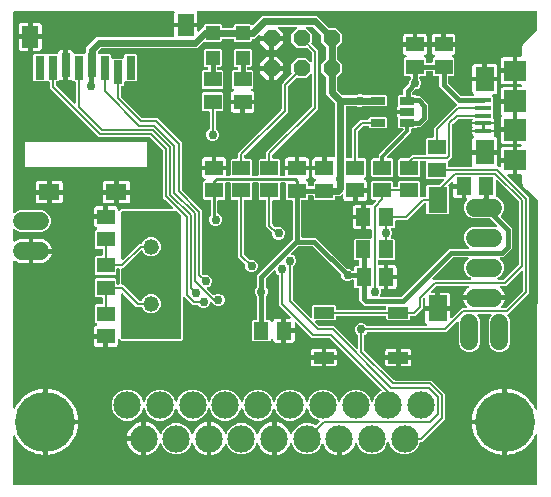
<source format=gbl>
G04 EAGLE Gerber RS-274X export*
G75*
%MOMM*%
%FSLAX34Y34*%
%LPD*%
%INBottom Copper*%
%IPPOS*%
%AMOC8*
5,1,8,0,0,1.08239X$1,22.5*%
G01*
%ADD10R,0.800000X2.000000*%
%ADD11R,1.800000X1.400000*%
%ADD12R,1.400000X1.900000*%
%ADD13C,2.325000*%
%ADD14C,5.080000*%
%ADD15C,1.320800*%
%ADD16R,1.250000X0.650000*%
%ADD17R,1.500000X1.300000*%
%ADD18R,1.300000X1.500000*%
%ADD19R,1.200000X1.200000*%
%ADD20R,1.600000X2.180000*%
%ADD21C,1.524000*%
%ADD22P,1.539592X8X202.500000*%
%ADD23R,1.350000X0.400000*%
%ADD24R,1.600000X2.100000*%
%ADD25R,1.900000X1.800000*%
%ADD26R,1.900000X1.900000*%
%ADD27R,1.700000X1.000000*%
%ADD28C,0.756400*%
%ADD29C,0.200000*%
%ADD30C,0.406400*%
%ADD31C,0.304800*%
%ADD32C,0.254000*%
%ADD33C,0.609600*%

G36*
X451722Y8900D02*
X451722Y8900D01*
X451784Y8899D01*
X451861Y8919D01*
X451939Y8931D01*
X451996Y8956D01*
X452057Y8973D01*
X452124Y9014D01*
X452196Y9047D01*
X452243Y9088D01*
X452297Y9120D01*
X452350Y9179D01*
X452410Y9230D01*
X452444Y9283D01*
X452487Y9329D01*
X452521Y9400D01*
X452564Y9466D01*
X452583Y9526D01*
X452610Y9583D01*
X452622Y9653D01*
X452647Y9736D01*
X452648Y9819D01*
X452659Y9887D01*
X452782Y50918D01*
X452773Y50978D01*
X452775Y51038D01*
X452754Y51116D01*
X452743Y51197D01*
X452718Y51252D01*
X452702Y51310D01*
X452661Y51380D01*
X452627Y51454D01*
X452588Y51500D01*
X452557Y51552D01*
X452497Y51607D01*
X452444Y51669D01*
X452394Y51702D01*
X452350Y51743D01*
X452277Y51780D01*
X452209Y51824D01*
X452151Y51842D01*
X452097Y51869D01*
X452017Y51884D01*
X451939Y51907D01*
X451879Y51908D01*
X451820Y51919D01*
X451739Y51911D01*
X451657Y51912D01*
X451599Y51896D01*
X451539Y51890D01*
X451464Y51859D01*
X451385Y51838D01*
X451334Y51806D01*
X451278Y51783D01*
X451214Y51733D01*
X451145Y51690D01*
X451104Y51646D01*
X451057Y51608D01*
X451015Y51548D01*
X450955Y51482D01*
X450920Y51410D01*
X450882Y51354D01*
X449697Y48893D01*
X448027Y46236D01*
X446070Y43782D01*
X443852Y41564D01*
X441398Y39607D01*
X438741Y37937D01*
X435913Y36576D01*
X432951Y35539D01*
X429892Y34841D01*
X427203Y34538D01*
X427203Y61430D01*
X427194Y61493D01*
X427195Y61558D01*
X427174Y61632D01*
X427163Y61709D01*
X427137Y61768D01*
X427120Y61830D01*
X427079Y61896D01*
X427047Y61966D01*
X427005Y62015D01*
X426972Y62070D01*
X426914Y62121D01*
X426864Y62180D01*
X426810Y62216D01*
X426762Y62259D01*
X426693Y62292D01*
X426628Y62335D01*
X426566Y62354D01*
X426509Y62382D01*
X426439Y62392D01*
X426358Y62417D01*
X426273Y62418D01*
X426204Y62429D01*
X425203Y62429D01*
X425203Y62431D01*
X426204Y62431D01*
X426268Y62440D01*
X426332Y62439D01*
X426407Y62460D01*
X426483Y62471D01*
X426542Y62497D01*
X426604Y62514D01*
X426670Y62555D01*
X426740Y62587D01*
X426789Y62629D01*
X426844Y62662D01*
X426896Y62720D01*
X426954Y62770D01*
X426990Y62824D01*
X427033Y62872D01*
X427066Y62941D01*
X427109Y63006D01*
X427128Y63068D01*
X427156Y63126D01*
X427166Y63195D01*
X427191Y63276D01*
X427192Y63361D01*
X427203Y63430D01*
X427203Y90322D01*
X429892Y90019D01*
X432951Y89321D01*
X435913Y88284D01*
X438741Y86923D01*
X441398Y85253D01*
X443852Y83296D01*
X446070Y81078D01*
X448027Y78624D01*
X449697Y75967D01*
X450951Y73364D01*
X450982Y73316D01*
X451006Y73264D01*
X451061Y73199D01*
X451108Y73129D01*
X451152Y73092D01*
X451189Y73049D01*
X451259Y73002D01*
X451324Y72948D01*
X451376Y72925D01*
X451424Y72894D01*
X451505Y72869D01*
X451582Y72835D01*
X451639Y72827D01*
X451694Y72810D01*
X451778Y72809D01*
X451862Y72798D01*
X451918Y72807D01*
X451976Y72806D01*
X452057Y72828D01*
X452140Y72841D01*
X452192Y72865D01*
X452248Y72880D01*
X452320Y72924D01*
X452396Y72960D01*
X452439Y72998D01*
X452488Y73028D01*
X452545Y73090D01*
X452608Y73145D01*
X452639Y73194D01*
X452678Y73236D01*
X452715Y73312D01*
X452760Y73383D01*
X452776Y73438D01*
X452802Y73490D01*
X452813Y73564D01*
X452840Y73654D01*
X452840Y73730D01*
X452850Y73794D01*
X453376Y249634D01*
X453359Y249754D01*
X453348Y249874D01*
X453340Y249893D01*
X453337Y249913D01*
X453288Y250024D01*
X453243Y250136D01*
X453230Y250151D01*
X453222Y250171D01*
X453092Y250324D01*
X453049Y250376D01*
X443605Y258962D01*
X443590Y258972D01*
X443578Y258985D01*
X443502Y259032D01*
X443372Y259120D01*
X443340Y259130D01*
X443315Y259146D01*
X443274Y259163D01*
X442190Y260247D01*
X442170Y260262D01*
X442155Y260280D01*
X441021Y261311D01*
X441002Y261351D01*
X440992Y261366D01*
X440986Y261383D01*
X440933Y261456D01*
X440847Y261587D01*
X440822Y261608D01*
X440804Y261632D01*
X440773Y261664D01*
X440186Y263080D01*
X440180Y263090D01*
X440178Y263100D01*
X440170Y263112D01*
X440167Y263124D01*
X439513Y264511D01*
X439511Y264555D01*
X439508Y264573D01*
X439509Y264591D01*
X439488Y264678D01*
X439458Y264832D01*
X439443Y264862D01*
X439436Y264890D01*
X439419Y264932D01*
X439419Y266465D01*
X439416Y266490D01*
X439418Y266512D01*
X439345Y268044D01*
X439360Y268086D01*
X439364Y268103D01*
X439372Y268119D01*
X439386Y268208D01*
X439417Y268362D01*
X439415Y268395D01*
X439419Y268424D01*
X439419Y271278D01*
X439410Y271342D01*
X439411Y271406D01*
X439390Y271481D01*
X439379Y271557D01*
X439353Y271616D01*
X439336Y271678D01*
X439295Y271744D01*
X439263Y271814D01*
X439221Y271863D01*
X439188Y271918D01*
X439130Y271970D01*
X439080Y272028D01*
X439026Y272064D01*
X438978Y272107D01*
X438909Y272140D01*
X438844Y272183D01*
X438782Y272202D01*
X438725Y272230D01*
X438655Y272241D01*
X438574Y272265D01*
X438489Y272266D01*
X438420Y272277D01*
X435784Y272277D01*
X435784Y282818D01*
X435775Y282882D01*
X435776Y282946D01*
X435755Y283020D01*
X435744Y283097D01*
X435718Y283156D01*
X435701Y283218D01*
X435660Y283284D01*
X435628Y283354D01*
X435586Y283403D01*
X435553Y283458D01*
X435495Y283509D01*
X435445Y283568D01*
X435391Y283604D01*
X435343Y283647D01*
X435274Y283680D01*
X435209Y283723D01*
X435147Y283742D01*
X435090Y283770D01*
X435020Y283780D01*
X434939Y283805D01*
X434854Y283806D01*
X434785Y283817D01*
X433784Y283817D01*
X433784Y283819D01*
X434785Y283819D01*
X434849Y283828D01*
X434913Y283827D01*
X434988Y283848D01*
X435064Y283859D01*
X435123Y283885D01*
X435185Y283902D01*
X435251Y283943D01*
X435321Y283975D01*
X435370Y284017D01*
X435425Y284050D01*
X435477Y284108D01*
X435535Y284158D01*
X435571Y284212D01*
X435614Y284260D01*
X435647Y284329D01*
X435690Y284394D01*
X435709Y284456D01*
X435737Y284514D01*
X435747Y284583D01*
X435772Y284664D01*
X435773Y284749D01*
X435784Y284818D01*
X435784Y295359D01*
X438420Y295359D01*
X438484Y295368D01*
X438548Y295367D01*
X438623Y295388D01*
X438699Y295399D01*
X438758Y295425D01*
X438820Y295442D01*
X438886Y295483D01*
X438956Y295515D01*
X439005Y295557D01*
X439060Y295590D01*
X439112Y295648D01*
X439170Y295698D01*
X439206Y295752D01*
X439249Y295800D01*
X439282Y295869D01*
X439325Y295934D01*
X439344Y295996D01*
X439372Y296053D01*
X439383Y296123D01*
X439407Y296204D01*
X439408Y296289D01*
X439419Y296358D01*
X439419Y296778D01*
X439410Y296842D01*
X439411Y296906D01*
X439390Y296981D01*
X439379Y297057D01*
X439353Y297116D01*
X439336Y297178D01*
X439295Y297244D01*
X439263Y297314D01*
X439221Y297363D01*
X439188Y297418D01*
X439130Y297470D01*
X439080Y297528D01*
X439026Y297564D01*
X438978Y297607D01*
X438909Y297640D01*
X438844Y297683D01*
X438782Y297702D01*
X438725Y297730D01*
X438655Y297741D01*
X438574Y297765D01*
X438489Y297766D01*
X438420Y297777D01*
X435784Y297777D01*
X435784Y308818D01*
X435775Y308882D01*
X435776Y308946D01*
X435755Y309020D01*
X435744Y309097D01*
X435718Y309156D01*
X435701Y309218D01*
X435660Y309284D01*
X435628Y309354D01*
X435586Y309403D01*
X435553Y309458D01*
X435495Y309509D01*
X435445Y309568D01*
X435391Y309604D01*
X435343Y309647D01*
X435274Y309680D01*
X435209Y309723D01*
X435147Y309742D01*
X435090Y309770D01*
X435020Y309780D01*
X434939Y309805D01*
X434854Y309806D01*
X434785Y309817D01*
X433784Y309817D01*
X433784Y309819D01*
X434785Y309819D01*
X434849Y309828D01*
X434913Y309827D01*
X434988Y309848D01*
X435064Y309859D01*
X435123Y309885D01*
X435185Y309902D01*
X435251Y309943D01*
X435321Y309975D01*
X435370Y310017D01*
X435425Y310050D01*
X435477Y310108D01*
X435535Y310158D01*
X435571Y310212D01*
X435614Y310260D01*
X435647Y310329D01*
X435690Y310394D01*
X435709Y310456D01*
X435737Y310514D01*
X435747Y310583D01*
X435772Y310664D01*
X435773Y310749D01*
X435784Y310818D01*
X435784Y332818D01*
X435775Y332882D01*
X435776Y332946D01*
X435755Y333020D01*
X435744Y333097D01*
X435718Y333156D01*
X435701Y333218D01*
X435660Y333284D01*
X435628Y333354D01*
X435586Y333403D01*
X435553Y333458D01*
X435495Y333509D01*
X435445Y333568D01*
X435391Y333604D01*
X435343Y333647D01*
X435274Y333680D01*
X435209Y333723D01*
X435147Y333742D01*
X435090Y333770D01*
X435020Y333780D01*
X434939Y333805D01*
X434854Y333806D01*
X434785Y333817D01*
X433784Y333817D01*
X433784Y333819D01*
X434785Y333819D01*
X434849Y333828D01*
X434913Y333827D01*
X434988Y333848D01*
X435064Y333859D01*
X435123Y333885D01*
X435185Y333902D01*
X435251Y333943D01*
X435321Y333975D01*
X435370Y334017D01*
X435425Y334050D01*
X435477Y334108D01*
X435535Y334158D01*
X435571Y334212D01*
X435614Y334260D01*
X435647Y334329D01*
X435690Y334394D01*
X435709Y334456D01*
X435737Y334514D01*
X435747Y334583D01*
X435772Y334664D01*
X435773Y334749D01*
X435784Y334818D01*
X435784Y345859D01*
X438420Y345859D01*
X438484Y345868D01*
X438548Y345867D01*
X438623Y345888D01*
X438699Y345899D01*
X438758Y345925D01*
X438820Y345942D01*
X438886Y345983D01*
X438956Y346015D01*
X439005Y346057D01*
X439060Y346090D01*
X439112Y346148D01*
X439170Y346198D01*
X439206Y346252D01*
X439249Y346300D01*
X439282Y346369D01*
X439325Y346434D01*
X439344Y346496D01*
X439372Y346553D01*
X439383Y346623D01*
X439407Y346704D01*
X439408Y346789D01*
X439419Y346858D01*
X439419Y347278D01*
X439410Y347342D01*
X439411Y347406D01*
X439390Y347481D01*
X439379Y347557D01*
X439353Y347616D01*
X439336Y347678D01*
X439295Y347744D01*
X439263Y347814D01*
X439221Y347863D01*
X439188Y347918D01*
X439130Y347970D01*
X439080Y348028D01*
X439026Y348064D01*
X438978Y348107D01*
X438909Y348140D01*
X438844Y348183D01*
X438782Y348202D01*
X438725Y348230D01*
X438655Y348241D01*
X438574Y348265D01*
X438489Y348266D01*
X438420Y348277D01*
X435784Y348277D01*
X435784Y358818D01*
X435775Y358882D01*
X435776Y358946D01*
X435755Y359020D01*
X435744Y359097D01*
X435718Y359156D01*
X435701Y359218D01*
X435660Y359284D01*
X435628Y359354D01*
X435586Y359403D01*
X435553Y359458D01*
X435495Y359509D01*
X435445Y359568D01*
X435391Y359604D01*
X435343Y359647D01*
X435274Y359680D01*
X435209Y359723D01*
X435147Y359742D01*
X435090Y359770D01*
X435020Y359780D01*
X434939Y359805D01*
X434854Y359806D01*
X434785Y359817D01*
X433784Y359817D01*
X433784Y359819D01*
X434785Y359819D01*
X434849Y359828D01*
X434913Y359827D01*
X434988Y359848D01*
X435064Y359859D01*
X435123Y359885D01*
X435185Y359902D01*
X435251Y359943D01*
X435321Y359975D01*
X435370Y360017D01*
X435425Y360050D01*
X435477Y360108D01*
X435535Y360158D01*
X435571Y360212D01*
X435614Y360260D01*
X435647Y360329D01*
X435690Y360394D01*
X435709Y360456D01*
X435737Y360514D01*
X435747Y360583D01*
X435772Y360664D01*
X435773Y360749D01*
X435784Y360818D01*
X435784Y371359D01*
X438420Y371359D01*
X438484Y371368D01*
X438548Y371367D01*
X438623Y371388D01*
X438699Y371399D01*
X438758Y371425D01*
X438820Y371442D01*
X438886Y371483D01*
X438956Y371515D01*
X439005Y371557D01*
X439060Y371590D01*
X439112Y371648D01*
X439170Y371698D01*
X439206Y371752D01*
X439249Y371800D01*
X439282Y371869D01*
X439325Y371934D01*
X439344Y371996D01*
X439372Y372053D01*
X439383Y372123D01*
X439407Y372204D01*
X439408Y372289D01*
X439419Y372358D01*
X439419Y378958D01*
X440773Y382226D01*
X452337Y393790D01*
X452394Y393867D01*
X452459Y393938D01*
X452479Y393979D01*
X452506Y394016D01*
X452540Y394106D01*
X452582Y394192D01*
X452588Y394234D01*
X452605Y394279D01*
X452615Y394407D01*
X452629Y394497D01*
X452629Y409110D01*
X452620Y409174D01*
X452621Y409238D01*
X452600Y409313D01*
X452589Y409389D01*
X452563Y409448D01*
X452546Y409510D01*
X452505Y409576D01*
X452473Y409646D01*
X452431Y409695D01*
X452398Y409750D01*
X452340Y409802D01*
X452290Y409860D01*
X452236Y409896D01*
X452188Y409939D01*
X452119Y409972D01*
X452054Y410015D01*
X451992Y410034D01*
X451935Y410062D01*
X451865Y410073D01*
X451784Y410097D01*
X451699Y410098D01*
X451630Y410109D01*
X165254Y410109D01*
X165201Y410102D01*
X165147Y410104D01*
X165062Y410082D01*
X164975Y410069D01*
X164926Y410047D01*
X164874Y410034D01*
X164798Y409990D01*
X164718Y409953D01*
X164677Y409918D01*
X164631Y409891D01*
X164571Y409827D01*
X164504Y409770D01*
X164474Y409725D01*
X164437Y409686D01*
X164397Y409608D01*
X164349Y409534D01*
X164333Y409483D01*
X164309Y409435D01*
X164292Y409348D01*
X164267Y409264D01*
X164266Y409211D01*
X164256Y409158D01*
X164264Y409080D01*
X164263Y408982D01*
X164282Y408912D01*
X164289Y408851D01*
X164441Y408284D01*
X164441Y400449D01*
X155900Y400449D01*
X155836Y400440D01*
X155772Y400441D01*
X155698Y400420D01*
X155621Y400409D01*
X155562Y400383D01*
X155500Y400366D01*
X155434Y400325D01*
X155364Y400293D01*
X155315Y400251D01*
X155260Y400218D01*
X155209Y400160D01*
X155150Y400110D01*
X155114Y400056D01*
X155071Y400008D01*
X155038Y399939D01*
X154995Y399874D01*
X154976Y399812D01*
X154948Y399755D01*
X154938Y399685D01*
X154913Y399604D01*
X154912Y399519D01*
X154901Y399450D01*
X154901Y397450D01*
X154910Y397386D01*
X154909Y397322D01*
X154930Y397247D01*
X154941Y397171D01*
X154967Y397112D01*
X154984Y397050D01*
X155025Y396984D01*
X155057Y396914D01*
X155099Y396865D01*
X155132Y396810D01*
X155190Y396758D01*
X155240Y396700D01*
X155294Y396664D01*
X155342Y396621D01*
X155411Y396588D01*
X155476Y396545D01*
X155538Y396526D01*
X155596Y396498D01*
X155665Y396488D01*
X155746Y396463D01*
X155831Y396462D01*
X155900Y396451D01*
X164441Y396451D01*
X164441Y393904D01*
X164445Y393872D01*
X164443Y393840D01*
X164465Y393733D01*
X164481Y393625D01*
X164494Y393596D01*
X164500Y393564D01*
X164552Y393468D01*
X164597Y393368D01*
X164618Y393343D01*
X164633Y393315D01*
X164709Y393237D01*
X164780Y393154D01*
X164807Y393136D01*
X164830Y393113D01*
X164925Y393059D01*
X165016Y392999D01*
X165047Y392990D01*
X165075Y392974D01*
X165181Y392949D01*
X165286Y392917D01*
X165318Y392916D01*
X165349Y392909D01*
X165459Y392915D01*
X165568Y392913D01*
X165599Y392922D01*
X165631Y392923D01*
X165734Y392959D01*
X165840Y392988D01*
X165867Y393005D01*
X165898Y393016D01*
X165971Y393069D01*
X166080Y393136D01*
X166112Y393172D01*
X166147Y393198D01*
X169022Y396073D01*
X169276Y396073D01*
X169340Y396082D01*
X169404Y396081D01*
X169479Y396102D01*
X169555Y396113D01*
X169614Y396139D01*
X169676Y396156D01*
X169742Y396197D01*
X169812Y396229D01*
X169861Y396271D01*
X169916Y396304D01*
X169968Y396362D01*
X170026Y396412D01*
X170062Y396466D01*
X170105Y396514D01*
X170138Y396583D01*
X170181Y396648D01*
X170200Y396710D01*
X170228Y396767D01*
X170239Y396837D01*
X170263Y396918D01*
X170264Y397003D01*
X170275Y397072D01*
X170275Y398132D01*
X171168Y399025D01*
X184432Y399025D01*
X185325Y398132D01*
X185325Y397072D01*
X185334Y397008D01*
X185333Y396944D01*
X185354Y396869D01*
X185365Y396793D01*
X185391Y396734D01*
X185408Y396672D01*
X185449Y396606D01*
X185481Y396536D01*
X185523Y396487D01*
X185556Y396432D01*
X185614Y396380D01*
X185664Y396322D01*
X185718Y396286D01*
X185766Y396243D01*
X185835Y396210D01*
X185900Y396167D01*
X185962Y396148D01*
X186019Y396120D01*
X186089Y396109D01*
X186170Y396085D01*
X186255Y396084D01*
X186324Y396073D01*
X194676Y396073D01*
X194740Y396082D01*
X194804Y396081D01*
X194879Y396102D01*
X194955Y396113D01*
X195014Y396139D01*
X195076Y396156D01*
X195142Y396197D01*
X195212Y396229D01*
X195261Y396271D01*
X195316Y396304D01*
X195368Y396362D01*
X195426Y396412D01*
X195462Y396466D01*
X195505Y396514D01*
X195538Y396583D01*
X195581Y396648D01*
X195600Y396710D01*
X195628Y396767D01*
X195639Y396837D01*
X195663Y396918D01*
X195664Y397003D01*
X195675Y397072D01*
X195675Y398132D01*
X196568Y399025D01*
X209832Y399025D01*
X210522Y398334D01*
X210573Y398296D01*
X210618Y398250D01*
X210686Y398211D01*
X210748Y398165D01*
X210808Y398142D01*
X210864Y398111D01*
X210939Y398093D01*
X211011Y398065D01*
X211075Y398060D01*
X211138Y398046D01*
X211216Y398050D01*
X211293Y398044D01*
X211355Y398057D01*
X211420Y398060D01*
X211493Y398085D01*
X211569Y398101D01*
X211626Y398131D01*
X211686Y398153D01*
X211743Y398194D01*
X211818Y398234D01*
X211879Y398293D01*
X211935Y398334D01*
X219720Y406119D01*
X266194Y406119D01*
X276061Y396252D01*
X276138Y396194D01*
X276210Y396130D01*
X276251Y396110D01*
X276287Y396083D01*
X276377Y396049D01*
X276463Y396007D01*
X276505Y396000D01*
X276551Y395983D01*
X276678Y395973D01*
X276768Y395959D01*
X282101Y395959D01*
X287161Y390900D01*
X287161Y383745D01*
X283389Y379974D01*
X283332Y379897D01*
X283267Y379826D01*
X283247Y379785D01*
X283220Y379748D01*
X283186Y379658D01*
X283144Y379572D01*
X283138Y379530D01*
X283121Y379484D01*
X283111Y379357D01*
X283097Y379267D01*
X283097Y369978D01*
X283110Y369883D01*
X283115Y369787D01*
X283130Y369744D01*
X283137Y369699D01*
X283176Y369611D01*
X283208Y369520D01*
X283233Y369486D01*
X283253Y369442D01*
X283336Y369344D01*
X283389Y369271D01*
X287161Y365500D01*
X287161Y358345D01*
X283389Y354574D01*
X283332Y354497D01*
X283267Y354426D01*
X283247Y354385D01*
X283220Y354348D01*
X283186Y354258D01*
X283144Y354172D01*
X283138Y354130D01*
X283121Y354084D01*
X283111Y353957D01*
X283097Y353867D01*
X283097Y344054D01*
X283110Y343959D01*
X283115Y343863D01*
X283130Y343820D01*
X283137Y343775D01*
X283176Y343687D01*
X283208Y343596D01*
X283233Y343562D01*
X283253Y343518D01*
X283336Y343421D01*
X283389Y343347D01*
X287351Y339385D01*
X287428Y339328D01*
X287500Y339263D01*
X287541Y339243D01*
X287577Y339216D01*
X287667Y339182D01*
X287753Y339140D01*
X287795Y339134D01*
X287841Y339117D01*
X287969Y339107D01*
X288058Y339093D01*
X299234Y339093D01*
X299275Y339099D01*
X299316Y339096D01*
X299400Y339116D01*
X299513Y339133D01*
X299566Y339157D01*
X299616Y339169D01*
X301204Y339827D01*
X303316Y339827D01*
X304904Y339169D01*
X304944Y339158D01*
X304982Y339140D01*
X305067Y339127D01*
X305177Y339099D01*
X305236Y339101D01*
X305286Y339093D01*
X310203Y339093D01*
X310297Y339106D01*
X310394Y339111D01*
X310437Y339126D01*
X310482Y339133D01*
X310569Y339172D01*
X310660Y339204D01*
X310695Y339229D01*
X310739Y339249D01*
X310792Y339295D01*
X324582Y339295D01*
X325475Y338402D01*
X325475Y330638D01*
X324582Y329745D01*
X310796Y329745D01*
X310761Y329777D01*
X310720Y329797D01*
X310684Y329824D01*
X310593Y329858D01*
X310507Y329900D01*
X310465Y329906D01*
X310420Y329923D01*
X310292Y329933D01*
X310203Y329947D01*
X305286Y329947D01*
X305245Y329941D01*
X305204Y329944D01*
X305120Y329924D01*
X305007Y329907D01*
X304954Y329883D01*
X304904Y329871D01*
X303316Y329213D01*
X301204Y329213D01*
X299616Y329871D01*
X299576Y329882D01*
X299538Y329900D01*
X299453Y329913D01*
X299343Y329941D01*
X299284Y329939D01*
X299234Y329947D01*
X291322Y329947D01*
X291258Y329938D01*
X291194Y329939D01*
X291119Y329918D01*
X291043Y329907D01*
X290984Y329881D01*
X290922Y329864D01*
X290856Y329823D01*
X290786Y329791D01*
X290737Y329749D01*
X290682Y329716D01*
X290630Y329658D01*
X290572Y329608D01*
X290536Y329554D01*
X290493Y329506D01*
X290460Y329437D01*
X290417Y329372D01*
X290398Y329310D01*
X290370Y329253D01*
X290359Y329183D01*
X290335Y329102D01*
X290334Y329017D01*
X290323Y328948D01*
X290323Y286494D01*
X290332Y286430D01*
X290331Y286366D01*
X290352Y286291D01*
X290363Y286215D01*
X290389Y286156D01*
X290406Y286094D01*
X290447Y286028D01*
X290479Y285958D01*
X290521Y285909D01*
X290554Y285854D01*
X290612Y285802D01*
X290662Y285744D01*
X290716Y285708D01*
X290764Y285665D01*
X290833Y285632D01*
X290898Y285589D01*
X290960Y285570D01*
X291017Y285542D01*
X291087Y285531D01*
X291168Y285507D01*
X291253Y285506D01*
X291322Y285495D01*
X294979Y285495D01*
X295042Y285504D01*
X295106Y285503D01*
X295181Y285524D01*
X295258Y285535D01*
X295316Y285561D01*
X295378Y285578D01*
X295444Y285619D01*
X295515Y285651D01*
X295564Y285693D01*
X295618Y285726D01*
X295670Y285784D01*
X295729Y285834D01*
X295764Y285888D01*
X295807Y285936D01*
X295841Y286005D01*
X295884Y286070D01*
X295902Y286132D01*
X295930Y286189D01*
X295941Y286259D01*
X295966Y286340D01*
X295967Y286425D01*
X295978Y286494D01*
X295978Y310978D01*
X303244Y318245D01*
X308926Y318245D01*
X308990Y318254D01*
X309054Y318253D01*
X309129Y318274D01*
X309205Y318285D01*
X309264Y318311D01*
X309326Y318328D01*
X309392Y318369D01*
X309462Y318401D01*
X309511Y318443D01*
X309566Y318476D01*
X309618Y318534D01*
X309676Y318584D01*
X309712Y318638D01*
X309755Y318686D01*
X309788Y318755D01*
X309831Y318820D01*
X309850Y318882D01*
X309878Y318939D01*
X309889Y319009D01*
X309913Y319090D01*
X309914Y319175D01*
X309925Y319244D01*
X309925Y319602D01*
X310818Y320495D01*
X324582Y320495D01*
X325475Y319602D01*
X325475Y311838D01*
X324582Y310945D01*
X310818Y310945D01*
X309925Y311838D01*
X309925Y312196D01*
X309916Y312260D01*
X309917Y312324D01*
X309896Y312399D01*
X309885Y312475D01*
X309859Y312534D01*
X309842Y312596D01*
X309801Y312662D01*
X309769Y312732D01*
X309727Y312781D01*
X309694Y312836D01*
X309636Y312888D01*
X309586Y312946D01*
X309532Y312982D01*
X309484Y313025D01*
X309415Y313058D01*
X309350Y313101D01*
X309288Y313120D01*
X309231Y313148D01*
X309161Y313159D01*
X309080Y313183D01*
X308995Y313184D01*
X308926Y313195D01*
X305750Y313195D01*
X305655Y313182D01*
X305559Y313177D01*
X305515Y313162D01*
X305470Y313155D01*
X305383Y313116D01*
X305292Y313084D01*
X305258Y313059D01*
X305214Y313039D01*
X305116Y312956D01*
X305043Y312903D01*
X301320Y309179D01*
X301262Y309103D01*
X301198Y309031D01*
X301178Y308990D01*
X301151Y308954D01*
X301117Y308864D01*
X301075Y308777D01*
X301068Y308735D01*
X301051Y308690D01*
X301041Y308562D01*
X301027Y308473D01*
X301027Y286494D01*
X301036Y286430D01*
X301036Y286366D01*
X301056Y286291D01*
X301067Y286215D01*
X301094Y286156D01*
X301111Y286094D01*
X301151Y286028D01*
X301183Y285958D01*
X301225Y285909D01*
X301259Y285854D01*
X301316Y285802D01*
X301367Y285744D01*
X301421Y285708D01*
X301468Y285665D01*
X301538Y285632D01*
X301603Y285589D01*
X301664Y285570D01*
X301722Y285542D01*
X301791Y285531D01*
X301872Y285507D01*
X301957Y285506D01*
X302027Y285495D01*
X306634Y285495D01*
X307527Y284602D01*
X307527Y270338D01*
X306624Y269435D01*
X306557Y269424D01*
X306428Y269405D01*
X306418Y269401D01*
X306408Y269399D01*
X306289Y269343D01*
X306171Y269289D01*
X306163Y269282D01*
X306153Y269278D01*
X306056Y269191D01*
X305957Y269106D01*
X305951Y269097D01*
X305943Y269090D01*
X305874Y268979D01*
X305802Y268870D01*
X305799Y268860D01*
X305794Y268850D01*
X305758Y268724D01*
X305720Y268600D01*
X305720Y268589D01*
X305717Y268579D01*
X305718Y268448D01*
X305716Y268318D01*
X305719Y268308D01*
X305719Y268297D01*
X305757Y268173D01*
X305791Y268046D01*
X305797Y268037D01*
X305800Y268027D01*
X305871Y267918D01*
X305940Y267806D01*
X305948Y267799D01*
X305953Y267790D01*
X306052Y267705D01*
X306149Y267617D01*
X306159Y267613D01*
X306167Y267606D01*
X306240Y267573D01*
X306403Y267494D01*
X306427Y267491D01*
X306449Y267481D01*
X306983Y267338D01*
X307563Y267003D01*
X308036Y266530D01*
X308370Y265951D01*
X308543Y265305D01*
X308543Y260469D01*
X299503Y260469D01*
X299439Y260460D01*
X299375Y260461D01*
X299300Y260440D01*
X299223Y260429D01*
X299165Y260403D01*
X299103Y260386D01*
X299037Y260345D01*
X298967Y260313D01*
X298918Y260271D01*
X298863Y260238D01*
X298811Y260180D01*
X298752Y260130D01*
X298717Y260076D01*
X298674Y260028D01*
X298640Y259959D01*
X298598Y259894D01*
X298579Y259832D01*
X298551Y259775D01*
X298540Y259705D01*
X298515Y259624D01*
X298514Y259539D01*
X298503Y259470D01*
X298503Y258469D01*
X297503Y258469D01*
X297439Y258460D01*
X297375Y258461D01*
X297300Y258440D01*
X297223Y258429D01*
X297165Y258403D01*
X297103Y258386D01*
X297037Y258345D01*
X296966Y258313D01*
X296918Y258271D01*
X296863Y258238D01*
X296811Y258180D01*
X296752Y258130D01*
X296717Y258076D01*
X296674Y258028D01*
X296640Y257959D01*
X296598Y257894D01*
X296579Y257832D01*
X296551Y257774D01*
X296540Y257705D01*
X296515Y257624D01*
X296514Y257539D01*
X296503Y257470D01*
X296503Y249429D01*
X290668Y249429D01*
X290022Y249602D01*
X289442Y249937D01*
X288970Y250410D01*
X288635Y250989D01*
X288462Y251635D01*
X288462Y254183D01*
X288457Y254215D01*
X288460Y254247D01*
X288437Y254354D01*
X288422Y254462D01*
X288409Y254491D01*
X288402Y254523D01*
X288351Y254619D01*
X288306Y254719D01*
X288285Y254743D01*
X288270Y254772D01*
X288194Y254850D01*
X288122Y254933D01*
X288095Y254951D01*
X288073Y254974D01*
X287978Y255028D01*
X287886Y255088D01*
X287856Y255097D01*
X287828Y255113D01*
X287721Y255138D01*
X287617Y255170D01*
X287585Y255170D01*
X287553Y255178D01*
X287444Y255172D01*
X287335Y255174D01*
X287304Y255165D01*
X287271Y255163D01*
X287168Y255128D01*
X287063Y255098D01*
X287035Y255082D01*
X287005Y255071D01*
X286932Y255018D01*
X286823Y254950D01*
X286790Y254914D01*
X286756Y254889D01*
X285637Y253770D01*
X282312Y253770D01*
X282248Y253761D01*
X282184Y253762D01*
X282109Y253741D01*
X282033Y253730D01*
X281974Y253704D01*
X281912Y253687D01*
X281846Y253646D01*
X281776Y253614D01*
X281727Y253572D01*
X281672Y253539D01*
X281620Y253481D01*
X281562Y253431D01*
X281526Y253377D01*
X281483Y253329D01*
X281450Y253260D01*
X281407Y253195D01*
X281388Y253133D01*
X281360Y253076D01*
X281349Y253006D01*
X281325Y252925D01*
X281324Y252840D01*
X281313Y252771D01*
X281313Y251211D01*
X280420Y250318D01*
X264156Y250318D01*
X263263Y251211D01*
X263263Y253787D01*
X263254Y253851D01*
X263255Y253915D01*
X263234Y253990D01*
X263223Y254066D01*
X263197Y254125D01*
X263180Y254187D01*
X263139Y254253D01*
X263107Y254323D01*
X263065Y254372D01*
X263032Y254427D01*
X262974Y254479D01*
X262924Y254537D01*
X262870Y254573D01*
X262822Y254616D01*
X262753Y254649D01*
X262688Y254692D01*
X262626Y254711D01*
X262569Y254739D01*
X262499Y254750D01*
X262418Y254774D01*
X262333Y254775D01*
X262264Y254786D01*
X259198Y254786D01*
X259134Y254777D01*
X259070Y254778D01*
X258995Y254757D01*
X258919Y254746D01*
X258860Y254720D01*
X258798Y254703D01*
X258732Y254662D01*
X258662Y254630D01*
X258613Y254588D01*
X258558Y254555D01*
X258506Y254497D01*
X258448Y254447D01*
X258412Y254393D01*
X258369Y254345D01*
X258336Y254276D01*
X258293Y254211D01*
X258274Y254149D01*
X258246Y254092D01*
X258235Y254022D01*
X258211Y253941D01*
X258210Y253856D01*
X258199Y253787D01*
X258199Y251211D01*
X257306Y250318D01*
X253730Y250318D01*
X253666Y250309D01*
X253602Y250310D01*
X253527Y250289D01*
X253451Y250278D01*
X253392Y250252D01*
X253330Y250235D01*
X253264Y250194D01*
X253194Y250162D01*
X253145Y250120D01*
X253090Y250087D01*
X253038Y250029D01*
X252980Y249979D01*
X252944Y249925D01*
X252901Y249877D01*
X252868Y249808D01*
X252825Y249743D01*
X252806Y249681D01*
X252778Y249624D01*
X252767Y249554D01*
X252743Y249473D01*
X252742Y249388D01*
X252731Y249319D01*
X252731Y219521D01*
X252740Y219457D01*
X252739Y219393D01*
X252760Y219318D01*
X252771Y219241D01*
X252797Y219183D01*
X252814Y219121D01*
X252855Y219055D01*
X252887Y218984D01*
X252929Y218936D01*
X252962Y218881D01*
X253020Y218829D01*
X253070Y218770D01*
X253124Y218735D01*
X253172Y218692D01*
X253241Y218658D01*
X253306Y218616D01*
X253368Y218597D01*
X253425Y218569D01*
X253495Y218558D01*
X253576Y218533D01*
X253661Y218532D01*
X253730Y218521D01*
X265299Y218521D01*
X291531Y192289D01*
X291607Y192232D01*
X291679Y192167D01*
X291720Y192147D01*
X291756Y192120D01*
X291846Y192086D01*
X291933Y192044D01*
X291975Y192038D01*
X292020Y192021D01*
X292148Y192011D01*
X292237Y191997D01*
X293156Y191997D01*
X295106Y191189D01*
X295755Y190539D01*
X295832Y190482D01*
X295904Y190417D01*
X295945Y190397D01*
X295981Y190370D01*
X296071Y190336D01*
X296157Y190294D01*
X296199Y190288D01*
X296245Y190271D01*
X296373Y190261D01*
X296462Y190247D01*
X296563Y190247D01*
X296627Y190256D01*
X296691Y190255D01*
X296766Y190276D01*
X296842Y190287D01*
X296901Y190313D01*
X296963Y190330D01*
X297029Y190371D01*
X297099Y190403D01*
X297148Y190445D01*
X297203Y190478D01*
X297255Y190536D01*
X297313Y190586D01*
X297349Y190640D01*
X297392Y190688D01*
X297425Y190757D01*
X297468Y190822D01*
X297487Y190884D01*
X297515Y190941D01*
X297526Y191011D01*
X297550Y191092D01*
X297551Y191177D01*
X297562Y191246D01*
X297562Y193298D01*
X298455Y194191D01*
X301031Y194191D01*
X301095Y194200D01*
X301159Y194199D01*
X301234Y194220D01*
X301310Y194231D01*
X301369Y194257D01*
X301431Y194274D01*
X301497Y194315D01*
X301567Y194347D01*
X301616Y194389D01*
X301671Y194422D01*
X301723Y194480D01*
X301781Y194530D01*
X301817Y194584D01*
X301860Y194632D01*
X301893Y194701D01*
X301936Y194766D01*
X301955Y194828D01*
X301983Y194885D01*
X301994Y194955D01*
X302018Y195036D01*
X302019Y195121D01*
X302030Y195190D01*
X302030Y198383D01*
X302021Y198447D01*
X302022Y198511D01*
X302001Y198586D01*
X301990Y198662D01*
X301964Y198721D01*
X301947Y198783D01*
X301906Y198849D01*
X301874Y198919D01*
X301832Y198968D01*
X301799Y199023D01*
X301741Y199075D01*
X301691Y199133D01*
X301637Y199169D01*
X301589Y199212D01*
X301520Y199245D01*
X301455Y199288D01*
X301393Y199307D01*
X301336Y199335D01*
X301266Y199346D01*
X301185Y199370D01*
X301100Y199371D01*
X301031Y199382D01*
X298328Y199382D01*
X297435Y200275D01*
X297435Y216539D01*
X298328Y217432D01*
X311404Y217432D01*
X311468Y217441D01*
X311532Y217440D01*
X311607Y217461D01*
X311683Y217472D01*
X311742Y217498D01*
X311804Y217515D01*
X311870Y217556D01*
X311940Y217588D01*
X311989Y217630D01*
X312044Y217663D01*
X312096Y217721D01*
X312154Y217771D01*
X312190Y217825D01*
X312233Y217873D01*
X312266Y217942D01*
X312309Y218007D01*
X312328Y218069D01*
X312356Y218126D01*
X312367Y218196D01*
X312391Y218277D01*
X312392Y218362D01*
X312403Y218431D01*
X312403Y224799D01*
X312394Y224863D01*
X312395Y224927D01*
X312374Y225002D01*
X312363Y225078D01*
X312337Y225137D01*
X312320Y225199D01*
X312279Y225265D01*
X312247Y225335D01*
X312205Y225384D01*
X312172Y225439D01*
X312114Y225491D01*
X312064Y225549D01*
X312010Y225585D01*
X311962Y225628D01*
X311893Y225661D01*
X311828Y225704D01*
X311766Y225723D01*
X311709Y225751D01*
X311639Y225762D01*
X311558Y225786D01*
X311473Y225787D01*
X311404Y225798D01*
X307459Y225798D01*
X307459Y234839D01*
X307450Y234903D01*
X307451Y234967D01*
X307430Y235041D01*
X307419Y235118D01*
X307393Y235177D01*
X307376Y235239D01*
X307335Y235305D01*
X307303Y235375D01*
X307261Y235424D01*
X307228Y235479D01*
X307170Y235530D01*
X307120Y235589D01*
X307066Y235625D01*
X307018Y235668D01*
X306949Y235701D01*
X306884Y235744D01*
X306822Y235763D01*
X306765Y235791D01*
X306695Y235801D01*
X306614Y235826D01*
X306529Y235827D01*
X306460Y235838D01*
X305459Y235838D01*
X305459Y235840D01*
X306460Y235840D01*
X306524Y235849D01*
X306588Y235848D01*
X306663Y235869D01*
X306739Y235880D01*
X306798Y235906D01*
X306860Y235923D01*
X306926Y235964D01*
X306996Y235996D01*
X307045Y236038D01*
X307100Y236071D01*
X307152Y236129D01*
X307210Y236179D01*
X307246Y236233D01*
X307289Y236281D01*
X307322Y236350D01*
X307365Y236415D01*
X307384Y236477D01*
X307412Y236535D01*
X307422Y236604D01*
X307447Y236685D01*
X307448Y236770D01*
X307459Y236839D01*
X307459Y245880D01*
X312426Y245880D01*
X312430Y245880D01*
X312455Y245877D01*
X312541Y245891D01*
X312627Y245895D01*
X312679Y245914D01*
X312734Y245922D01*
X312812Y245960D01*
X312894Y245988D01*
X312935Y246018D01*
X312988Y246044D01*
X313073Y246119D01*
X313143Y246170D01*
X315712Y248739D01*
X315732Y248765D01*
X315756Y248786D01*
X315816Y248878D01*
X315882Y248965D01*
X315893Y248995D01*
X315911Y249022D01*
X315943Y249127D01*
X315981Y249229D01*
X315984Y249261D01*
X315993Y249292D01*
X315995Y249401D01*
X316003Y249510D01*
X315996Y249542D01*
X315997Y249574D01*
X315968Y249679D01*
X315945Y249786D01*
X315930Y249815D01*
X315922Y249846D01*
X315864Y249939D01*
X315813Y250035D01*
X315790Y250058D01*
X315774Y250086D01*
X315692Y250159D01*
X315616Y250237D01*
X315588Y250253D01*
X315564Y250275D01*
X315466Y250322D01*
X315371Y250376D01*
X315339Y250384D01*
X315310Y250398D01*
X315221Y250412D01*
X315096Y250441D01*
X315048Y250439D01*
X315006Y250445D01*
X313178Y250445D01*
X312285Y251338D01*
X312285Y265602D01*
X313178Y266495D01*
X329442Y266495D01*
X330335Y265602D01*
X330335Y261994D01*
X330344Y261930D01*
X330343Y261866D01*
X330364Y261791D01*
X330375Y261715D01*
X330401Y261656D01*
X330418Y261594D01*
X330459Y261528D01*
X330491Y261458D01*
X330533Y261409D01*
X330566Y261354D01*
X330624Y261302D01*
X330674Y261244D01*
X330728Y261208D01*
X330776Y261165D01*
X330845Y261132D01*
X330910Y261089D01*
X330972Y261070D01*
X331029Y261042D01*
X331099Y261031D01*
X331180Y261007D01*
X331265Y261006D01*
X331334Y260995D01*
X334146Y260995D01*
X334210Y261004D01*
X334274Y261003D01*
X334349Y261024D01*
X334425Y261035D01*
X334484Y261061D01*
X334546Y261078D01*
X334612Y261119D01*
X334682Y261151D01*
X334731Y261193D01*
X334786Y261226D01*
X334838Y261284D01*
X334896Y261334D01*
X334932Y261388D01*
X334975Y261436D01*
X335008Y261505D01*
X335051Y261570D01*
X335070Y261632D01*
X335098Y261689D01*
X335109Y261759D01*
X335133Y261840D01*
X335134Y261925D01*
X335145Y261994D01*
X335145Y265602D01*
X336038Y266495D01*
X352302Y266495D01*
X353195Y265602D01*
X353195Y253768D01*
X353199Y253736D01*
X353197Y253704D01*
X353219Y253596D01*
X353235Y253488D01*
X353248Y253459D01*
X353254Y253427D01*
X353306Y253331D01*
X353351Y253231D01*
X353372Y253207D01*
X353387Y253178D01*
X353463Y253100D01*
X353534Y253017D01*
X353561Y252999D01*
X353584Y252976D01*
X353679Y252923D01*
X353770Y252863D01*
X353801Y252853D01*
X353829Y252837D01*
X353936Y252812D01*
X354040Y252780D01*
X354072Y252780D01*
X354104Y252772D01*
X354213Y252778D01*
X354322Y252777D01*
X354353Y252785D01*
X354385Y252787D01*
X354488Y252823D01*
X354594Y252852D01*
X354621Y252869D01*
X354652Y252879D01*
X354725Y252933D01*
X354825Y252995D01*
X357776Y252995D01*
X357840Y253004D01*
X357904Y253003D01*
X357979Y253024D01*
X358055Y253035D01*
X358114Y253061D01*
X358176Y253078D01*
X358242Y253119D01*
X358312Y253151D01*
X358361Y253193D01*
X358416Y253226D01*
X358468Y253284D01*
X358526Y253334D01*
X358562Y253388D01*
X358605Y253436D01*
X358638Y253505D01*
X358681Y253570D01*
X358700Y253632D01*
X358728Y253689D01*
X358739Y253759D01*
X358763Y253840D01*
X358764Y253925D01*
X358775Y253994D01*
X358775Y262002D01*
X359668Y262895D01*
X369400Y262895D01*
X369495Y262908D01*
X369591Y262913D01*
X369635Y262928D01*
X369680Y262935D01*
X369767Y262974D01*
X369858Y263006D01*
X369892Y263031D01*
X369936Y263051D01*
X370034Y263134D01*
X370107Y263187D01*
X373261Y266341D01*
X373280Y266367D01*
X373304Y266388D01*
X373364Y266479D01*
X373430Y266567D01*
X373441Y266597D01*
X373459Y266624D01*
X373491Y266728D01*
X373529Y266831D01*
X373532Y266863D01*
X373541Y266894D01*
X373543Y267003D01*
X373551Y267112D01*
X373545Y267143D01*
X373545Y267176D01*
X373516Y267281D01*
X373494Y267388D01*
X373478Y267416D01*
X373470Y267447D01*
X373412Y267540D01*
X373361Y267637D01*
X373339Y267660D01*
X373322Y267687D01*
X373241Y267761D01*
X373164Y267839D01*
X373136Y267855D01*
X373112Y267876D01*
X373014Y267924D01*
X372919Y267978D01*
X372888Y267985D01*
X372859Y267999D01*
X372769Y268013D01*
X372645Y268043D01*
X372596Y268040D01*
X372554Y268047D01*
X359653Y268047D01*
X358760Y268940D01*
X358760Y282226D01*
X358751Y282290D01*
X358752Y282354D01*
X358731Y282429D01*
X358720Y282505D01*
X358694Y282564D01*
X358677Y282626D01*
X358636Y282692D01*
X358604Y282762D01*
X358562Y282811D01*
X358529Y282866D01*
X358471Y282918D01*
X358421Y282976D01*
X358367Y283012D01*
X358319Y283055D01*
X358250Y283088D01*
X358185Y283131D01*
X358123Y283150D01*
X358066Y283178D01*
X357996Y283189D01*
X357915Y283213D01*
X357830Y283214D01*
X357761Y283225D01*
X354194Y283225D01*
X354130Y283216D01*
X354066Y283217D01*
X353991Y283196D01*
X353915Y283185D01*
X353856Y283159D01*
X353794Y283142D01*
X353728Y283101D01*
X353658Y283069D01*
X353609Y283027D01*
X353554Y282994D01*
X353502Y282936D01*
X353444Y282886D01*
X353408Y282832D01*
X353365Y282784D01*
X353332Y282715D01*
X353289Y282650D01*
X353270Y282588D01*
X353242Y282531D01*
X353231Y282461D01*
X353207Y282380D01*
X353206Y282295D01*
X353195Y282226D01*
X353195Y270338D01*
X352302Y269445D01*
X336038Y269445D01*
X335145Y270338D01*
X335145Y284602D01*
X336038Y285495D01*
X343130Y285495D01*
X343225Y285508D01*
X343321Y285513D01*
X343364Y285528D01*
X343410Y285535D01*
X343497Y285574D01*
X343588Y285606D01*
X343622Y285631D01*
X343666Y285651D01*
X343764Y285734D01*
X343837Y285787D01*
X344553Y286503D01*
X346324Y288275D01*
X357761Y288275D01*
X357825Y288284D01*
X357889Y288283D01*
X357964Y288304D01*
X358040Y288315D01*
X358099Y288341D01*
X358161Y288358D01*
X358227Y288399D01*
X358297Y288431D01*
X358346Y288473D01*
X358401Y288506D01*
X358453Y288564D01*
X358511Y288614D01*
X358547Y288668D01*
X358590Y288716D01*
X358623Y288785D01*
X358666Y288850D01*
X358685Y288912D01*
X358713Y288969D01*
X358724Y289039D01*
X358748Y289120D01*
X358749Y289205D01*
X358760Y289274D01*
X358760Y302203D01*
X359653Y303096D01*
X364261Y303096D01*
X364325Y303105D01*
X364389Y303105D01*
X364464Y303125D01*
X364540Y303136D01*
X364599Y303163D01*
X364661Y303180D01*
X364727Y303221D01*
X364797Y303252D01*
X364846Y303294D01*
X364901Y303328D01*
X364953Y303385D01*
X365011Y303436D01*
X365047Y303490D01*
X365090Y303537D01*
X365123Y303607D01*
X365166Y303672D01*
X365185Y303733D01*
X365213Y303791D01*
X365224Y303860D01*
X365248Y303942D01*
X365249Y304026D01*
X365260Y304096D01*
X365260Y311427D01*
X382911Y329077D01*
X382911Y329078D01*
X384375Y330542D01*
X384414Y330593D01*
X384460Y330638D01*
X384498Y330705D01*
X384544Y330767D01*
X384567Y330827D01*
X384599Y330883D01*
X384617Y330959D01*
X384644Y331031D01*
X384649Y331095D01*
X384664Y331158D01*
X384660Y331235D01*
X384666Y331312D01*
X384653Y331375D01*
X384649Y331439D01*
X384624Y331513D01*
X384608Y331588D01*
X384578Y331645D01*
X384557Y331706D01*
X384516Y331762D01*
X384476Y331837D01*
X384416Y331898D01*
X384375Y331955D01*
X369771Y346559D01*
X369771Y354017D01*
X369762Y354081D01*
X369762Y354145D01*
X369742Y354220D01*
X369731Y354297D01*
X369704Y354355D01*
X369687Y354417D01*
X369647Y354483D01*
X369615Y354554D01*
X369573Y354602D01*
X369539Y354657D01*
X369482Y354709D01*
X369431Y354768D01*
X369377Y354803D01*
X369330Y354846D01*
X369260Y354880D01*
X369195Y354922D01*
X369134Y354941D01*
X369076Y354969D01*
X369007Y354980D01*
X368926Y355005D01*
X368841Y355006D01*
X368771Y355017D01*
X365196Y355017D01*
X364303Y355910D01*
X364303Y358485D01*
X364294Y358549D01*
X364294Y358613D01*
X364274Y358688D01*
X364263Y358765D01*
X364236Y358823D01*
X364219Y358885D01*
X364179Y358951D01*
X364147Y359022D01*
X364105Y359070D01*
X364071Y359125D01*
X364014Y359177D01*
X363963Y359236D01*
X363909Y359271D01*
X363862Y359314D01*
X363792Y359348D01*
X363727Y359390D01*
X363666Y359409D01*
X363608Y359437D01*
X363539Y359448D01*
X363458Y359473D01*
X363373Y359474D01*
X363303Y359485D01*
X359221Y359485D01*
X359158Y359476D01*
X359094Y359476D01*
X359019Y359456D01*
X358942Y359445D01*
X358884Y359418D01*
X358822Y359401D01*
X358756Y359361D01*
X358685Y359329D01*
X358636Y359287D01*
X358582Y359253D01*
X358530Y359196D01*
X358471Y359145D01*
X358436Y359091D01*
X358393Y359044D01*
X358359Y358974D01*
X358316Y358909D01*
X358298Y358848D01*
X358270Y358790D01*
X358259Y358721D01*
X358234Y358640D01*
X358233Y358555D01*
X358222Y358485D01*
X358222Y355910D01*
X357329Y355017D01*
X353753Y355017D01*
X353690Y355008D01*
X353626Y355008D01*
X353551Y354988D01*
X353474Y354977D01*
X353416Y354950D01*
X353354Y354933D01*
X353288Y354893D01*
X353217Y354861D01*
X353168Y354819D01*
X353114Y354785D01*
X353062Y354728D01*
X353003Y354677D01*
X352968Y354623D01*
X352925Y354576D01*
X352891Y354506D01*
X352848Y354441D01*
X352830Y354380D01*
X352802Y354322D01*
X352791Y354253D01*
X352766Y354172D01*
X352765Y354087D01*
X352754Y354017D01*
X352754Y353559D01*
X352768Y353464D01*
X352773Y353368D01*
X352788Y353325D01*
X352794Y353280D01*
X352834Y353193D01*
X352865Y353102D01*
X352890Y353067D01*
X352910Y353023D01*
X352994Y352926D01*
X353047Y352853D01*
X353696Y352203D01*
X354504Y350253D01*
X354504Y348142D01*
X353696Y346191D01*
X352203Y344699D01*
X350253Y343891D01*
X349335Y343891D01*
X349239Y343877D01*
X349143Y343872D01*
X349100Y343857D01*
X349055Y343851D01*
X348968Y343811D01*
X348877Y343780D01*
X348843Y343755D01*
X348798Y343735D01*
X348701Y343651D01*
X348628Y343598D01*
X346749Y341719D01*
X346692Y341642D01*
X346627Y341571D01*
X346607Y341530D01*
X346580Y341494D01*
X346546Y341404D01*
X346504Y341317D01*
X346498Y341275D01*
X346481Y341230D01*
X346471Y341102D01*
X346457Y341013D01*
X346457Y340294D01*
X346466Y340230D01*
X346465Y340166D01*
X346486Y340091D01*
X346497Y340015D01*
X346523Y339956D01*
X346540Y339894D01*
X346581Y339828D01*
X346613Y339758D01*
X346655Y339709D01*
X346688Y339654D01*
X346746Y339602D01*
X346796Y339544D01*
X346850Y339508D01*
X346898Y339465D01*
X346967Y339432D01*
X347032Y339389D01*
X347094Y339370D01*
X347151Y339342D01*
X347221Y339331D01*
X347302Y339307D01*
X347387Y339306D01*
X347456Y339295D01*
X349582Y339295D01*
X350203Y338674D01*
X350279Y338616D01*
X350351Y338552D01*
X350392Y338532D01*
X350428Y338505D01*
X350518Y338471D01*
X350604Y338429D01*
X350647Y338422D01*
X350692Y338405D01*
X350820Y338395D01*
X350909Y338381D01*
X353719Y338381D01*
X360427Y331673D01*
X360427Y318567D01*
X354023Y312163D01*
X351213Y312163D01*
X351119Y312150D01*
X351022Y312145D01*
X350979Y312130D01*
X350934Y312123D01*
X350847Y312084D01*
X350756Y312052D01*
X350721Y312027D01*
X350677Y312007D01*
X350580Y311924D01*
X350507Y311871D01*
X349582Y310945D01*
X346748Y310945D01*
X346684Y310936D01*
X346620Y310937D01*
X346545Y310916D01*
X346469Y310905D01*
X346410Y310879D01*
X346348Y310862D01*
X346282Y310821D01*
X346212Y310789D01*
X346163Y310747D01*
X346108Y310714D01*
X346056Y310656D01*
X345998Y310606D01*
X345962Y310552D01*
X345919Y310504D01*
X345886Y310435D01*
X345843Y310370D01*
X345824Y310308D01*
X345796Y310251D01*
X345785Y310181D01*
X345761Y310100D01*
X345760Y310015D01*
X345749Y309946D01*
X345749Y307147D01*
X325802Y287201D01*
X325783Y287175D01*
X325758Y287154D01*
X325698Y287062D01*
X325633Y286975D01*
X325621Y286945D01*
X325604Y286918D01*
X325572Y286813D01*
X325533Y286711D01*
X325531Y286679D01*
X325521Y286648D01*
X325520Y286539D01*
X325511Y286430D01*
X325518Y286398D01*
X325518Y286366D01*
X325547Y286261D01*
X325569Y286154D01*
X325584Y286125D01*
X325593Y286094D01*
X325650Y286001D01*
X325702Y285905D01*
X325724Y285882D01*
X325741Y285854D01*
X325822Y285781D01*
X325898Y285703D01*
X325926Y285687D01*
X325950Y285665D01*
X326049Y285618D01*
X326144Y285564D01*
X326175Y285556D01*
X326204Y285542D01*
X326293Y285528D01*
X326418Y285499D01*
X326467Y285501D01*
X326509Y285495D01*
X329442Y285495D01*
X330335Y284602D01*
X330335Y270338D01*
X329442Y269445D01*
X313178Y269445D01*
X312285Y270338D01*
X312285Y284602D01*
X313178Y285495D01*
X317262Y285495D01*
X317326Y285504D01*
X317390Y285503D01*
X317465Y285524D01*
X317541Y285535D01*
X317600Y285561D01*
X317662Y285578D01*
X317728Y285619D01*
X317798Y285651D01*
X317847Y285693D01*
X317902Y285726D01*
X317954Y285784D01*
X318012Y285834D01*
X318048Y285888D01*
X318091Y285936D01*
X318124Y286005D01*
X318167Y286070D01*
X318186Y286132D01*
X318214Y286189D01*
X318225Y286259D01*
X318249Y286340D01*
X318250Y286425D01*
X318261Y286494D01*
X318261Y288283D01*
X339218Y309239D01*
X339237Y309265D01*
X339262Y309286D01*
X339322Y309378D01*
X339387Y309465D01*
X339399Y309495D01*
X339416Y309522D01*
X339448Y309627D01*
X339487Y309729D01*
X339489Y309761D01*
X339499Y309792D01*
X339500Y309901D01*
X339509Y310010D01*
X339502Y310042D01*
X339502Y310074D01*
X339473Y310179D01*
X339451Y310286D01*
X339436Y310315D01*
X339427Y310346D01*
X339370Y310439D01*
X339318Y310535D01*
X339296Y310558D01*
X339279Y310586D01*
X339198Y310659D01*
X339122Y310737D01*
X339094Y310753D01*
X339070Y310775D01*
X338971Y310822D01*
X338876Y310876D01*
X338845Y310884D01*
X338816Y310898D01*
X338727Y310912D01*
X338602Y310941D01*
X338553Y310939D01*
X338511Y310945D01*
X335818Y310945D01*
X334925Y311838D01*
X334925Y319388D01*
X334912Y319483D01*
X334907Y319579D01*
X334892Y319622D01*
X334885Y319667D01*
X334846Y319754D01*
X334814Y319845D01*
X334789Y319880D01*
X334769Y319924D01*
X334686Y320021D01*
X334633Y320094D01*
X334417Y320310D01*
X334082Y320889D01*
X333909Y321535D01*
X333909Y323496D01*
X342075Y323496D01*
X342138Y323505D01*
X342203Y323504D01*
X342277Y323525D01*
X342354Y323536D01*
X342412Y323562D01*
X342474Y323579D01*
X342540Y323620D01*
X342611Y323652D01*
X342660Y323693D01*
X342714Y323727D01*
X342766Y323785D01*
X342825Y323835D01*
X342860Y323889D01*
X342903Y323937D01*
X342937Y324006D01*
X342980Y324071D01*
X342998Y324133D01*
X343026Y324190D01*
X343037Y324260D01*
X343062Y324341D01*
X343063Y324426D01*
X343074Y324495D01*
X343074Y325745D01*
X343065Y325809D01*
X343066Y325873D01*
X343045Y325948D01*
X343034Y326024D01*
X343008Y326083D01*
X342991Y326145D01*
X342950Y326211D01*
X342918Y326281D01*
X342876Y326330D01*
X342842Y326385D01*
X342785Y326437D01*
X342735Y326495D01*
X342681Y326531D01*
X342633Y326574D01*
X342564Y326607D01*
X342499Y326650D01*
X342437Y326669D01*
X342379Y326697D01*
X342310Y326708D01*
X342229Y326732D01*
X342144Y326733D01*
X342075Y326744D01*
X333909Y326744D01*
X333909Y328705D01*
X334082Y329351D01*
X334417Y329930D01*
X334633Y330146D01*
X334690Y330223D01*
X334755Y330294D01*
X334775Y330335D01*
X334802Y330371D01*
X334836Y330461D01*
X334878Y330548D01*
X334884Y330590D01*
X334901Y330635D01*
X334911Y330763D01*
X334925Y330852D01*
X334925Y338402D01*
X335818Y339295D01*
X338344Y339295D01*
X338408Y339304D01*
X338472Y339303D01*
X338547Y339324D01*
X338623Y339335D01*
X338682Y339361D01*
X338744Y339378D01*
X338810Y339419D01*
X338880Y339451D01*
X338929Y339493D01*
X338984Y339526D01*
X339036Y339584D01*
X339094Y339634D01*
X339130Y339688D01*
X339173Y339736D01*
X339206Y339805D01*
X339249Y339870D01*
X339268Y339932D01*
X339296Y339989D01*
X339307Y340059D01*
X339331Y340140D01*
X339332Y340225D01*
X339343Y340294D01*
X339343Y344373D01*
X341719Y346749D01*
X343598Y348628D01*
X343656Y348705D01*
X343720Y348776D01*
X343740Y348817D01*
X343767Y348854D01*
X343801Y348943D01*
X343843Y349030D01*
X343850Y349072D01*
X343867Y349117D01*
X343877Y349245D01*
X343891Y349335D01*
X343891Y350253D01*
X344699Y352203D01*
X345348Y352853D01*
X345406Y352930D01*
X345470Y353001D01*
X345490Y353042D01*
X345517Y353078D01*
X345551Y353168D01*
X345593Y353255D01*
X345600Y353297D01*
X345617Y353342D01*
X345627Y353470D01*
X345627Y353473D01*
X345629Y353478D01*
X345629Y353483D01*
X345641Y353559D01*
X345641Y354017D01*
X345632Y354081D01*
X345632Y354145D01*
X345612Y354220D01*
X345601Y354297D01*
X345574Y354355D01*
X345557Y354417D01*
X345517Y354483D01*
X345485Y354554D01*
X345443Y354602D01*
X345409Y354657D01*
X345352Y354709D01*
X345301Y354768D01*
X345247Y354803D01*
X345200Y354846D01*
X345130Y354880D01*
X345065Y354922D01*
X345004Y354941D01*
X344946Y354969D01*
X344877Y354980D01*
X344796Y355005D01*
X344711Y355006D01*
X344641Y355017D01*
X341066Y355017D01*
X340173Y355910D01*
X340173Y370173D01*
X341076Y371077D01*
X341143Y371088D01*
X341272Y371106D01*
X341282Y371110D01*
X341292Y371112D01*
X341410Y371169D01*
X341529Y371222D01*
X341537Y371229D01*
X341547Y371234D01*
X341644Y371321D01*
X341743Y371406D01*
X341749Y371415D01*
X341757Y371422D01*
X341826Y371532D01*
X341898Y371642D01*
X341901Y371652D01*
X341907Y371661D01*
X341942Y371787D01*
X341980Y371911D01*
X341980Y371922D01*
X341983Y371932D01*
X341982Y372063D01*
X341984Y372193D01*
X341981Y372204D01*
X341981Y372214D01*
X341943Y372339D01*
X341909Y372465D01*
X341903Y372474D01*
X341900Y372485D01*
X341829Y372594D01*
X341760Y372705D01*
X341752Y372712D01*
X341747Y372721D01*
X341647Y372807D01*
X341551Y372894D01*
X341541Y372899D01*
X341533Y372906D01*
X341459Y372939D01*
X341297Y373017D01*
X341273Y373021D01*
X341251Y373031D01*
X340717Y373174D01*
X340137Y373508D01*
X339664Y373981D01*
X339330Y374561D01*
X339157Y375207D01*
X339157Y380042D01*
X348197Y380042D01*
X348261Y380051D01*
X348325Y380050D01*
X348400Y380071D01*
X348477Y380082D01*
X348535Y380108D01*
X348597Y380126D01*
X348663Y380166D01*
X348733Y380198D01*
X348782Y380240D01*
X348837Y380274D01*
X348889Y380331D01*
X348948Y380382D01*
X348983Y380435D01*
X349026Y380483D01*
X349060Y380553D01*
X349102Y380618D01*
X349121Y380679D01*
X349149Y380737D01*
X349160Y380806D01*
X349185Y380887D01*
X349186Y380972D01*
X349197Y381041D01*
X349197Y382042D01*
X349198Y382042D01*
X349198Y381041D01*
X349207Y380978D01*
X349206Y380914D01*
X349227Y380839D01*
X349238Y380762D01*
X349265Y380704D01*
X349282Y380642D01*
X349322Y380576D01*
X349354Y380505D01*
X349396Y380457D01*
X349430Y380402D01*
X349487Y380350D01*
X349538Y380291D01*
X349591Y380256D01*
X349639Y380213D01*
X349709Y380179D01*
X349774Y380137D01*
X349835Y380118D01*
X349893Y380090D01*
X349962Y380079D01*
X350043Y380054D01*
X350128Y380053D01*
X350198Y380042D01*
X359238Y380042D01*
X359238Y375207D01*
X359065Y374561D01*
X358730Y373981D01*
X358258Y373508D01*
X357678Y373174D01*
X357143Y373031D01*
X357133Y373026D01*
X357123Y373025D01*
X357004Y372971D01*
X356884Y372920D01*
X356876Y372913D01*
X356866Y372909D01*
X356767Y372824D01*
X356666Y372741D01*
X356660Y372732D01*
X356652Y372725D01*
X356580Y372616D01*
X356506Y372509D01*
X356503Y372498D01*
X356497Y372489D01*
X356459Y372365D01*
X356418Y372241D01*
X356418Y372230D01*
X356415Y372220D01*
X356413Y372089D01*
X356409Y371959D01*
X356411Y371948D01*
X356411Y371938D01*
X356446Y371811D01*
X356478Y371685D01*
X356483Y371676D01*
X356486Y371666D01*
X356555Y371555D01*
X356621Y371442D01*
X356629Y371435D01*
X356634Y371426D01*
X356731Y371338D01*
X356826Y371249D01*
X356836Y371244D01*
X356844Y371237D01*
X356961Y371180D01*
X357077Y371120D01*
X357088Y371118D01*
X357097Y371114D01*
X357177Y371101D01*
X357322Y371074D01*
X358222Y370173D01*
X358222Y367597D01*
X358231Y367536D01*
X358230Y367494D01*
X358231Y367493D01*
X358230Y367470D01*
X358251Y367395D01*
X358262Y367318D01*
X358288Y367260D01*
X358306Y367198D01*
X358346Y367132D01*
X358378Y367061D01*
X358420Y367012D01*
X358454Y366958D01*
X358511Y366906D01*
X358562Y366847D01*
X358615Y366812D01*
X358663Y366769D01*
X358733Y366735D01*
X358798Y366692D01*
X358859Y366674D01*
X358917Y366646D01*
X358986Y366635D01*
X359067Y366610D01*
X359152Y366609D01*
X359221Y366598D01*
X363303Y366598D01*
X363367Y366607D01*
X363431Y366606D01*
X363506Y366627D01*
X363583Y366638D01*
X363641Y366664D01*
X363703Y366682D01*
X363769Y366722D01*
X363840Y366754D01*
X363888Y366796D01*
X363943Y366830D01*
X363995Y366887D01*
X364054Y366938D01*
X364089Y366991D01*
X364132Y367039D01*
X364166Y367109D01*
X364208Y367174D01*
X364227Y367235D01*
X364255Y367293D01*
X364266Y367362D01*
X364291Y367443D01*
X364292Y367528D01*
X364303Y367597D01*
X364303Y370173D01*
X365206Y371077D01*
X365273Y371088D01*
X365402Y371106D01*
X365412Y371110D01*
X365422Y371112D01*
X365541Y371169D01*
X365659Y371222D01*
X365667Y371229D01*
X365677Y371234D01*
X365774Y371321D01*
X365873Y371406D01*
X365879Y371415D01*
X365887Y371422D01*
X365956Y371532D01*
X366028Y371642D01*
X366031Y371652D01*
X366036Y371661D01*
X366072Y371787D01*
X366110Y371911D01*
X366110Y371922D01*
X366113Y371932D01*
X366112Y372063D01*
X366114Y372193D01*
X366111Y372204D01*
X366111Y372214D01*
X366073Y372339D01*
X366039Y372465D01*
X366033Y372474D01*
X366030Y372485D01*
X365959Y372594D01*
X365890Y372705D01*
X365882Y372712D01*
X365877Y372721D01*
X365778Y372806D01*
X365681Y372894D01*
X365671Y372899D01*
X365663Y372906D01*
X365590Y372938D01*
X365427Y373017D01*
X365403Y373021D01*
X365381Y373031D01*
X364847Y373174D01*
X364267Y373508D01*
X363794Y373981D01*
X363460Y374561D01*
X363287Y375207D01*
X363287Y380042D01*
X372327Y380042D01*
X372391Y380051D01*
X372455Y380050D01*
X372530Y380071D01*
X372607Y380082D01*
X372665Y380108D01*
X372727Y380126D01*
X372793Y380166D01*
X372863Y380198D01*
X372912Y380240D01*
X372967Y380274D01*
X373019Y380331D01*
X373078Y380382D01*
X373113Y380435D01*
X373156Y380483D01*
X373190Y380553D01*
X373232Y380618D01*
X373251Y380679D01*
X373279Y380737D01*
X373290Y380806D01*
X373315Y380887D01*
X373316Y380972D01*
X373327Y381041D01*
X373327Y382042D01*
X373328Y382042D01*
X373328Y381041D01*
X373337Y380978D01*
X373336Y380914D01*
X373357Y380839D01*
X373368Y380762D01*
X373395Y380704D01*
X373412Y380642D01*
X373452Y380576D01*
X373484Y380505D01*
X373526Y380457D01*
X373560Y380402D01*
X373617Y380350D01*
X373668Y380291D01*
X373721Y380256D01*
X373769Y380213D01*
X373839Y380179D01*
X373904Y380137D01*
X373965Y380118D01*
X374023Y380090D01*
X374092Y380079D01*
X374173Y380054D01*
X374258Y380053D01*
X374328Y380042D01*
X383368Y380042D01*
X383368Y375207D01*
X383195Y374561D01*
X382860Y373981D01*
X382388Y373508D01*
X381808Y373174D01*
X381274Y373031D01*
X381264Y373026D01*
X381253Y373025D01*
X381134Y372971D01*
X381014Y372920D01*
X381006Y372913D01*
X380996Y372909D01*
X380897Y372824D01*
X380796Y372741D01*
X380790Y372732D01*
X380782Y372725D01*
X380710Y372616D01*
X380636Y372509D01*
X380633Y372498D01*
X380627Y372489D01*
X380589Y372364D01*
X380548Y372241D01*
X380548Y372230D01*
X380545Y372220D01*
X380543Y372089D01*
X380539Y371959D01*
X380541Y371948D01*
X380541Y371938D01*
X380576Y371812D01*
X380608Y371685D01*
X380613Y371676D01*
X380616Y371666D01*
X380685Y371555D01*
X380751Y371442D01*
X380759Y371435D01*
X380764Y371426D01*
X380862Y371338D01*
X380956Y371249D01*
X380966Y371244D01*
X380974Y371237D01*
X381091Y371180D01*
X381207Y371120D01*
X381218Y371118D01*
X381228Y371114D01*
X381307Y371101D01*
X381452Y371074D01*
X382352Y370173D01*
X382352Y355910D01*
X381459Y355017D01*
X377883Y355017D01*
X377820Y355008D01*
X377756Y355008D01*
X377681Y354988D01*
X377604Y354977D01*
X377546Y354950D01*
X377484Y354933D01*
X377418Y354893D01*
X377347Y354861D01*
X377298Y354819D01*
X377244Y354785D01*
X377192Y354728D01*
X377133Y354677D01*
X377098Y354623D01*
X377055Y354576D01*
X377021Y354506D01*
X376978Y354441D01*
X376960Y354380D01*
X376932Y354322D01*
X376921Y354253D01*
X376896Y354172D01*
X376895Y354087D01*
X376884Y354017D01*
X376884Y349920D01*
X376898Y349825D01*
X376903Y349729D01*
X376918Y349686D01*
X376924Y349641D01*
X376964Y349553D01*
X376995Y349462D01*
X377020Y349428D01*
X377040Y349384D01*
X377124Y349286D01*
X377177Y349213D01*
X387723Y338667D01*
X387799Y338610D01*
X387871Y338545D01*
X387912Y338525D01*
X387948Y338498D01*
X388038Y338464D01*
X388125Y338422D01*
X388167Y338416D01*
X388212Y338399D01*
X388340Y338389D01*
X388429Y338375D01*
X398304Y338375D01*
X398326Y338378D01*
X398347Y338376D01*
X398465Y338398D01*
X398583Y338415D01*
X398603Y338423D01*
X398624Y338427D01*
X398731Y338481D01*
X398840Y338531D01*
X398857Y338545D01*
X398876Y338555D01*
X398964Y338636D01*
X399055Y338714D01*
X399067Y338732D01*
X399082Y338747D01*
X399143Y338849D01*
X399209Y338950D01*
X399215Y338971D01*
X399226Y338989D01*
X399257Y339105D01*
X399292Y339220D01*
X399292Y339241D01*
X399297Y339262D01*
X399294Y339382D01*
X399295Y339502D01*
X399290Y339523D01*
X399289Y339544D01*
X399252Y339658D01*
X399220Y339774D01*
X399209Y339792D01*
X399202Y339813D01*
X399135Y339912D01*
X399072Y340014D01*
X399056Y340028D01*
X399044Y340046D01*
X398973Y340103D01*
X398863Y340203D01*
X398829Y340219D01*
X398804Y340239D01*
X398725Y340285D01*
X398252Y340758D01*
X397917Y341337D01*
X397744Y341983D01*
X397744Y350819D01*
X407285Y350819D01*
X407349Y350828D01*
X407413Y350827D01*
X407487Y350848D01*
X407564Y350859D01*
X407623Y350885D01*
X407685Y350902D01*
X407751Y350943D01*
X407821Y350975D01*
X407870Y351017D01*
X407925Y351050D01*
X407976Y351108D01*
X408035Y351158D01*
X408071Y351212D01*
X408114Y351260D01*
X408147Y351329D01*
X408190Y351394D01*
X408209Y351456D01*
X408237Y351513D01*
X408247Y351583D01*
X408272Y351664D01*
X408273Y351749D01*
X408284Y351818D01*
X408284Y352819D01*
X408286Y352819D01*
X408286Y351818D01*
X408295Y351754D01*
X408294Y351690D01*
X408315Y351615D01*
X408326Y351539D01*
X408352Y351480D01*
X408369Y351418D01*
X408410Y351352D01*
X408442Y351282D01*
X408484Y351233D01*
X408517Y351178D01*
X408575Y351126D01*
X408625Y351068D01*
X408679Y351032D01*
X408727Y350989D01*
X408796Y350956D01*
X408861Y350913D01*
X408923Y350894D01*
X408981Y350866D01*
X409050Y350856D01*
X409131Y350831D01*
X409216Y350830D01*
X409285Y350819D01*
X418826Y350819D01*
X418826Y341983D01*
X418653Y341337D01*
X418318Y340758D01*
X417845Y340285D01*
X417266Y339950D01*
X416620Y339777D01*
X415394Y339777D01*
X415362Y339773D01*
X415330Y339775D01*
X415223Y339753D01*
X415115Y339737D01*
X415086Y339724D01*
X415054Y339718D01*
X414958Y339666D01*
X414858Y339621D01*
X414834Y339600D01*
X414805Y339585D01*
X414727Y339509D01*
X414644Y339438D01*
X414626Y339411D01*
X414603Y339388D01*
X414549Y339293D01*
X414490Y339202D01*
X414480Y339171D01*
X414464Y339143D01*
X414439Y339037D01*
X414407Y338932D01*
X414407Y338900D01*
X414399Y338869D01*
X414405Y338759D01*
X414403Y338650D01*
X414412Y338619D01*
X414414Y338587D01*
X414449Y338484D01*
X414479Y338378D01*
X414496Y338351D01*
X414506Y338320D01*
X414559Y338247D01*
X414627Y338138D01*
X414663Y338106D01*
X414688Y338071D01*
X415310Y337450D01*
X415310Y332172D01*
X415275Y332111D01*
X415229Y332049D01*
X415206Y331989D01*
X415174Y331933D01*
X415156Y331858D01*
X415129Y331785D01*
X415124Y331721D01*
X415109Y331658D01*
X415113Y331581D01*
X415107Y331504D01*
X415120Y331441D01*
X415124Y331377D01*
X415149Y331304D01*
X415165Y331228D01*
X415195Y331171D01*
X415216Y331110D01*
X415258Y331054D01*
X415297Y330979D01*
X415310Y330966D01*
X415310Y325672D01*
X415275Y325611D01*
X415229Y325549D01*
X415206Y325489D01*
X415174Y325433D01*
X415156Y325358D01*
X415129Y325285D01*
X415124Y325221D01*
X415109Y325158D01*
X415113Y325081D01*
X415107Y325004D01*
X415120Y324941D01*
X415124Y324877D01*
X415149Y324804D01*
X415165Y324728D01*
X415195Y324671D01*
X415216Y324610D01*
X415258Y324554D01*
X415297Y324479D01*
X415310Y324466D01*
X415310Y319800D01*
X415323Y319705D01*
X415328Y319609D01*
X415343Y319566D01*
X415350Y319521D01*
X415389Y319434D01*
X415421Y319343D01*
X415446Y319308D01*
X415466Y319264D01*
X415549Y319167D01*
X415602Y319094D01*
X415818Y318878D01*
X416153Y318299D01*
X416326Y317653D01*
X416326Y316317D01*
X407035Y316317D01*
X397744Y316317D01*
X397744Y317653D01*
X397849Y318042D01*
X397855Y318095D01*
X397871Y318146D01*
X397872Y318234D01*
X397882Y318322D01*
X397874Y318375D01*
X397874Y318428D01*
X397851Y318513D01*
X397837Y318600D01*
X397814Y318648D01*
X397799Y318700D01*
X397753Y318775D01*
X397715Y318854D01*
X397679Y318894D01*
X397651Y318940D01*
X397586Y318999D01*
X397527Y319065D01*
X397482Y319093D01*
X397442Y319129D01*
X397363Y319167D01*
X397288Y319214D01*
X397236Y319229D01*
X397188Y319252D01*
X397111Y319264D01*
X397016Y319291D01*
X396944Y319290D01*
X396883Y319300D01*
X386022Y319300D01*
X385927Y319286D01*
X385831Y319281D01*
X385788Y319266D01*
X385743Y319260D01*
X385655Y319220D01*
X385565Y319189D01*
X385530Y319164D01*
X385486Y319144D01*
X385389Y319060D01*
X385316Y319007D01*
X380896Y314588D01*
X380839Y314511D01*
X380774Y314440D01*
X380754Y314399D01*
X380727Y314362D01*
X380693Y314272D01*
X380651Y314186D01*
X380645Y314144D01*
X380628Y314098D01*
X380618Y313971D01*
X380604Y313881D01*
X380604Y286482D01*
X377102Y282981D01*
X377045Y282904D01*
X376980Y282833D01*
X376960Y282792D01*
X376933Y282755D01*
X376899Y282665D01*
X376857Y282579D01*
X376851Y282537D01*
X376834Y282491D01*
X376824Y282364D01*
X376810Y282274D01*
X376810Y279596D01*
X376819Y279532D01*
X376818Y279468D01*
X376839Y279393D01*
X376850Y279316D01*
X376876Y279258D01*
X376893Y279196D01*
X376934Y279130D01*
X376966Y279059D01*
X377007Y279011D01*
X377041Y278956D01*
X377099Y278904D01*
X377149Y278845D01*
X377203Y278810D01*
X377251Y278767D01*
X377320Y278733D01*
X377385Y278691D01*
X377447Y278672D01*
X377504Y278644D01*
X377574Y278633D01*
X377655Y278608D01*
X377740Y278607D01*
X377809Y278596D01*
X396814Y278596D01*
X396867Y278604D01*
X396920Y278602D01*
X397006Y278624D01*
X397093Y278636D01*
X397142Y278658D01*
X397194Y278671D01*
X397270Y278716D01*
X397350Y278752D01*
X397391Y278787D01*
X397437Y278814D01*
X397497Y278879D01*
X397564Y278936D01*
X397594Y278981D01*
X397630Y279020D01*
X397670Y279098D01*
X397719Y279172D01*
X397734Y279223D01*
X397759Y279271D01*
X397775Y279357D01*
X397801Y279442D01*
X397802Y279495D01*
X397812Y279548D01*
X397803Y279626D01*
X397805Y279724D01*
X397785Y279793D01*
X397779Y279854D01*
X397744Y279984D01*
X397744Y288819D01*
X407285Y288819D01*
X407349Y288828D01*
X407413Y288827D01*
X407487Y288848D01*
X407564Y288859D01*
X407623Y288885D01*
X407685Y288902D01*
X407751Y288943D01*
X407821Y288975D01*
X407870Y289017D01*
X407925Y289050D01*
X407976Y289108D01*
X408035Y289158D01*
X408071Y289212D01*
X408114Y289260D01*
X408147Y289329D01*
X408190Y289394D01*
X408209Y289456D01*
X408237Y289513D01*
X408247Y289583D01*
X408272Y289664D01*
X408273Y289749D01*
X408284Y289818D01*
X408284Y291818D01*
X408275Y291882D01*
X408276Y291946D01*
X408255Y292021D01*
X408244Y292097D01*
X408218Y292156D01*
X408201Y292218D01*
X408160Y292284D01*
X408128Y292354D01*
X408086Y292403D01*
X408053Y292458D01*
X407995Y292510D01*
X407945Y292568D01*
X407891Y292604D01*
X407843Y292647D01*
X407774Y292680D01*
X407709Y292723D01*
X407647Y292742D01*
X407589Y292770D01*
X407520Y292780D01*
X407439Y292805D01*
X407354Y292806D01*
X407285Y292817D01*
X397744Y292817D01*
X397744Y301653D01*
X397917Y302299D01*
X398252Y302878D01*
X398735Y303361D01*
X398774Y303413D01*
X398820Y303458D01*
X398858Y303525D01*
X398905Y303587D01*
X398927Y303647D01*
X398959Y303703D01*
X398977Y303778D01*
X399004Y303851D01*
X399009Y303915D01*
X399024Y303978D01*
X399020Y304055D01*
X399026Y304132D01*
X399013Y304195D01*
X399009Y304259D01*
X398984Y304332D01*
X398968Y304408D01*
X398938Y304465D01*
X398917Y304526D01*
X398876Y304582D01*
X398836Y304657D01*
X398777Y304718D01*
X398735Y304775D01*
X398252Y305258D01*
X397917Y305837D01*
X397744Y306483D01*
X397744Y307819D01*
X407035Y307819D01*
X416326Y307819D01*
X416326Y306483D01*
X416153Y305837D01*
X415876Y305358D01*
X415860Y305318D01*
X415836Y305282D01*
X415807Y305187D01*
X415771Y305096D01*
X415766Y305053D01*
X415754Y305012D01*
X415752Y304914D01*
X415743Y304815D01*
X415751Y304773D01*
X415750Y304730D01*
X415776Y304635D01*
X415794Y304538D01*
X415814Y304500D01*
X415825Y304458D01*
X415877Y304374D01*
X415921Y304286D01*
X415951Y304255D01*
X415973Y304218D01*
X416046Y304152D01*
X416114Y304080D01*
X416151Y304058D01*
X416183Y304029D01*
X416271Y303986D01*
X416356Y303936D01*
X416398Y303925D01*
X416436Y303906D01*
X416476Y303900D01*
X416492Y303893D01*
X417266Y303686D01*
X417845Y303351D01*
X418318Y302878D01*
X418653Y302299D01*
X418826Y301653D01*
X418826Y292817D01*
X409285Y292817D01*
X409221Y292808D01*
X409157Y292809D01*
X409083Y292788D01*
X409006Y292777D01*
X408947Y292751D01*
X408885Y292734D01*
X408819Y292693D01*
X408749Y292661D01*
X408700Y292619D01*
X408645Y292586D01*
X408594Y292528D01*
X408535Y292478D01*
X408499Y292424D01*
X408456Y292376D01*
X408423Y292307D01*
X408380Y292242D01*
X408361Y292180D01*
X408333Y292123D01*
X408323Y292053D01*
X408298Y291972D01*
X408297Y291887D01*
X408286Y291818D01*
X408286Y289818D01*
X408295Y289754D01*
X408294Y289690D01*
X408315Y289615D01*
X408326Y289539D01*
X408352Y289480D01*
X408369Y289418D01*
X408410Y289352D01*
X408442Y289282D01*
X408484Y289233D01*
X408517Y289178D01*
X408575Y289126D01*
X408625Y289068D01*
X408679Y289032D01*
X408727Y288989D01*
X408796Y288956D01*
X408861Y288913D01*
X408923Y288894D01*
X408981Y288866D01*
X409050Y288856D01*
X409131Y288831D01*
X409216Y288830D01*
X409285Y288819D01*
X418826Y288819D01*
X418826Y279984D01*
X418791Y279854D01*
X418785Y279801D01*
X418769Y279750D01*
X418768Y279662D01*
X418757Y279574D01*
X418766Y279521D01*
X418765Y279468D01*
X418789Y279383D01*
X418803Y279296D01*
X418826Y279248D01*
X418840Y279196D01*
X418887Y279121D01*
X418925Y279042D01*
X418960Y279002D01*
X418989Y278956D01*
X419054Y278897D01*
X419113Y278831D01*
X419158Y278803D01*
X419198Y278767D01*
X419277Y278729D01*
X419352Y278682D01*
X419403Y278667D01*
X419452Y278644D01*
X419529Y278632D01*
X419623Y278605D01*
X419655Y278606D01*
X420038Y278222D01*
X420064Y278203D01*
X420085Y278178D01*
X420177Y278118D01*
X420264Y278053D01*
X420294Y278041D01*
X420321Y278024D01*
X420426Y277992D01*
X420528Y277953D01*
X420560Y277951D01*
X420591Y277941D01*
X420700Y277940D01*
X420809Y277931D01*
X420841Y277938D01*
X420873Y277938D01*
X420978Y277967D01*
X421085Y277989D01*
X421114Y278004D01*
X421145Y278013D01*
X421238Y278070D01*
X421334Y278122D01*
X421357Y278144D01*
X421385Y278161D01*
X421458Y278242D01*
X421536Y278318D01*
X421552Y278346D01*
X421574Y278370D01*
X421621Y278468D01*
X421675Y278564D01*
X421683Y278595D01*
X421697Y278624D01*
X421711Y278713D01*
X421740Y278838D01*
X421738Y278886D01*
X421744Y278929D01*
X421744Y281819D01*
X431786Y281819D01*
X431786Y272277D01*
X428396Y272277D01*
X428364Y272273D01*
X428332Y272275D01*
X428225Y272253D01*
X428116Y272237D01*
X428087Y272224D01*
X428055Y272218D01*
X427959Y272166D01*
X427859Y272121D01*
X427835Y272100D01*
X427807Y272085D01*
X427728Y272009D01*
X427645Y271938D01*
X427628Y271911D01*
X427604Y271888D01*
X427551Y271793D01*
X427491Y271702D01*
X427481Y271671D01*
X427465Y271643D01*
X427440Y271537D01*
X427408Y271432D01*
X427408Y271400D01*
X427400Y271369D01*
X427406Y271259D01*
X427405Y271150D01*
X427413Y271119D01*
X427415Y271087D01*
X427451Y270984D01*
X427480Y270878D01*
X427497Y270851D01*
X427507Y270820D01*
X427561Y270747D01*
X427628Y270638D01*
X427664Y270606D01*
X427689Y270571D01*
X445755Y252506D01*
X445755Y171379D01*
X428032Y153656D01*
X427957Y153645D01*
X427928Y153632D01*
X427896Y153626D01*
X427800Y153574D01*
X427700Y153529D01*
X427676Y153508D01*
X427647Y153493D01*
X427569Y153417D01*
X427486Y153346D01*
X427468Y153319D01*
X427445Y153296D01*
X427391Y153201D01*
X427331Y153110D01*
X427322Y153079D01*
X427306Y153051D01*
X427281Y152945D01*
X427249Y152840D01*
X427249Y152808D01*
X427241Y152777D01*
X427247Y152667D01*
X427245Y152558D01*
X427254Y152527D01*
X427256Y152495D01*
X427291Y152392D01*
X427320Y152286D01*
X427337Y152259D01*
X427348Y152228D01*
X427401Y152155D01*
X427469Y152046D01*
X427505Y152014D01*
X427530Y151979D01*
X428349Y151161D01*
X429741Y147799D01*
X429741Y128921D01*
X428349Y125560D01*
X425776Y122988D01*
X422415Y121596D01*
X418777Y121596D01*
X415416Y122988D01*
X412844Y125560D01*
X411451Y128921D01*
X411451Y147799D01*
X412844Y151161D01*
X413662Y151979D01*
X413682Y152005D01*
X413706Y152026D01*
X413766Y152118D01*
X413832Y152205D01*
X413843Y152235D01*
X413861Y152262D01*
X413893Y152367D01*
X413931Y152469D01*
X413934Y152501D01*
X413943Y152532D01*
X413945Y152641D01*
X413953Y152750D01*
X413946Y152782D01*
X413947Y152814D01*
X413918Y152919D01*
X413895Y153026D01*
X413880Y153055D01*
X413872Y153086D01*
X413814Y153179D01*
X413763Y153275D01*
X413740Y153298D01*
X413724Y153326D01*
X413643Y153399D01*
X413566Y153477D01*
X413538Y153493D01*
X413514Y153515D01*
X413416Y153562D01*
X413321Y153616D01*
X413289Y153624D01*
X413260Y153638D01*
X413171Y153652D01*
X413046Y153681D01*
X412998Y153679D01*
X412956Y153685D01*
X402836Y153685D01*
X402804Y153681D01*
X402772Y153683D01*
X402665Y153661D01*
X402557Y153645D01*
X402528Y153632D01*
X402496Y153626D01*
X402400Y153574D01*
X402300Y153529D01*
X402276Y153508D01*
X402247Y153493D01*
X402169Y153417D01*
X402086Y153346D01*
X402068Y153319D01*
X402045Y153296D01*
X401991Y153201D01*
X401931Y153110D01*
X401922Y153079D01*
X401906Y153051D01*
X401881Y152945D01*
X401849Y152840D01*
X401849Y152808D01*
X401841Y152777D01*
X401847Y152667D01*
X401845Y152558D01*
X401854Y152527D01*
X401856Y152495D01*
X401891Y152392D01*
X401920Y152286D01*
X401937Y152259D01*
X401948Y152228D01*
X402001Y152155D01*
X402069Y152046D01*
X402105Y152014D01*
X402130Y151979D01*
X402949Y151161D01*
X404341Y147799D01*
X404341Y128921D01*
X402949Y125560D01*
X400376Y122988D01*
X397015Y121596D01*
X393377Y121596D01*
X390016Y122988D01*
X387444Y125560D01*
X386051Y128921D01*
X386051Y146388D01*
X386047Y146420D01*
X386049Y146453D01*
X386027Y146559D01*
X386012Y146668D01*
X385998Y146697D01*
X385992Y146729D01*
X385941Y146825D01*
X385895Y146925D01*
X385874Y146949D01*
X385859Y146978D01*
X385783Y147056D01*
X385712Y147139D01*
X385685Y147157D01*
X385662Y147180D01*
X385568Y147233D01*
X385476Y147293D01*
X385445Y147303D01*
X385417Y147319D01*
X385311Y147344D01*
X385206Y147376D01*
X385174Y147376D01*
X385143Y147384D01*
X385033Y147378D01*
X384924Y147379D01*
X384893Y147371D01*
X384861Y147369D01*
X384758Y147333D01*
X384652Y147304D01*
X384625Y147287D01*
X384595Y147277D01*
X384522Y147223D01*
X384412Y147156D01*
X384380Y147120D01*
X384346Y147095D01*
X375696Y138445D01*
X308896Y138445D01*
X308886Y138444D01*
X308877Y138445D01*
X308747Y138424D01*
X308617Y138405D01*
X308608Y138402D01*
X308599Y138400D01*
X308479Y138343D01*
X308360Y138289D01*
X308353Y138283D01*
X308344Y138279D01*
X308245Y138191D01*
X308145Y138106D01*
X308140Y138098D01*
X308133Y138092D01*
X308097Y138032D01*
X306477Y136412D01*
X306429Y136384D01*
X306422Y136377D01*
X306414Y136372D01*
X306326Y136274D01*
X306236Y136178D01*
X306232Y136170D01*
X306225Y136163D01*
X306168Y136044D01*
X306108Y135927D01*
X306106Y135917D01*
X306102Y135909D01*
X306090Y135832D01*
X306056Y135649D01*
X306058Y135626D01*
X306055Y135604D01*
X306055Y123427D01*
X306068Y123332D01*
X306073Y123235D01*
X306088Y123192D01*
X306095Y123147D01*
X306134Y123060D01*
X306166Y122969D01*
X306191Y122935D01*
X306211Y122890D01*
X306294Y122793D01*
X306347Y122720D01*
X331286Y97781D01*
X331363Y97724D01*
X331434Y97659D01*
X331475Y97639D01*
X331512Y97612D01*
X331602Y97578D01*
X331688Y97536D01*
X331730Y97530D01*
X331775Y97513D01*
X331903Y97503D01*
X331993Y97489D01*
X363282Y97489D01*
X374635Y86136D01*
X374635Y64994D01*
X372863Y63223D01*
X355322Y45681D01*
X354223Y45681D01*
X354214Y45680D01*
X354204Y45681D01*
X354074Y45660D01*
X353944Y45641D01*
X353935Y45638D01*
X353926Y45636D01*
X353806Y45579D01*
X353687Y45525D01*
X353680Y45519D01*
X353671Y45515D01*
X353572Y45427D01*
X353473Y45342D01*
X353467Y45334D01*
X353460Y45328D01*
X353420Y45262D01*
X353318Y45106D01*
X353311Y45083D01*
X353300Y45064D01*
X351516Y40757D01*
X347817Y37058D01*
X342984Y35056D01*
X337752Y35056D01*
X332919Y37058D01*
X329220Y40757D01*
X327448Y45035D01*
X327432Y45063D01*
X327422Y45094D01*
X327360Y45184D01*
X327305Y45278D01*
X327281Y45300D01*
X327263Y45327D01*
X327179Y45396D01*
X327099Y45471D01*
X327070Y45486D01*
X327045Y45506D01*
X326945Y45549D01*
X326847Y45599D01*
X326816Y45605D01*
X326786Y45617D01*
X326678Y45631D01*
X326570Y45651D01*
X326538Y45648D01*
X326506Y45652D01*
X326398Y45635D01*
X326290Y45624D01*
X326260Y45612D01*
X326228Y45607D01*
X326129Y45560D01*
X326028Y45520D01*
X326002Y45500D01*
X325973Y45486D01*
X325891Y45413D01*
X325805Y45346D01*
X325786Y45320D01*
X325762Y45299D01*
X325715Y45221D01*
X325640Y45117D01*
X325624Y45072D01*
X325602Y45035D01*
X323830Y40757D01*
X320131Y37058D01*
X315298Y35056D01*
X310066Y35056D01*
X305233Y37058D01*
X301534Y40757D01*
X300293Y43753D01*
X300257Y43814D01*
X300230Y43880D01*
X300186Y43935D01*
X300150Y43996D01*
X300098Y44044D01*
X300053Y44100D01*
X299995Y44140D01*
X299944Y44188D01*
X299880Y44221D01*
X299822Y44262D01*
X299755Y44284D01*
X299693Y44316D01*
X299622Y44330D01*
X299555Y44352D01*
X299485Y44356D01*
X299416Y44369D01*
X299345Y44362D01*
X299273Y44365D01*
X299205Y44348D01*
X299135Y44342D01*
X299069Y44315D01*
X298999Y44298D01*
X298938Y44263D01*
X298873Y44237D01*
X298817Y44193D01*
X298755Y44158D01*
X298706Y44107D01*
X298651Y44064D01*
X298609Y44006D01*
X298559Y43954D01*
X298530Y43897D01*
X298485Y43835D01*
X298454Y43747D01*
X298420Y43679D01*
X298124Y42768D01*
X297112Y40781D01*
X295801Y38978D01*
X294224Y37401D01*
X292421Y36090D01*
X290434Y35078D01*
X288313Y34389D01*
X286995Y34180D01*
X286995Y47206D01*
X286986Y47269D01*
X286987Y47334D01*
X286966Y47408D01*
X286955Y47485D01*
X286929Y47544D01*
X286912Y47606D01*
X286871Y47672D01*
X286839Y47742D01*
X286797Y47791D01*
X286764Y47846D01*
X286706Y47897D01*
X286656Y47956D01*
X286602Y47992D01*
X286554Y48035D01*
X286485Y48068D01*
X286420Y48111D01*
X286358Y48130D01*
X286301Y48158D01*
X286231Y48168D01*
X286150Y48193D01*
X286065Y48194D01*
X285996Y48205D01*
X283996Y48205D01*
X283932Y48196D01*
X283868Y48197D01*
X283793Y48176D01*
X283717Y48165D01*
X283658Y48139D01*
X283596Y48122D01*
X283530Y48081D01*
X283460Y48049D01*
X283411Y48007D01*
X283356Y47974D01*
X283304Y47916D01*
X283246Y47866D01*
X283210Y47812D01*
X283167Y47764D01*
X283134Y47695D01*
X283091Y47630D01*
X283072Y47568D01*
X283044Y47510D01*
X283033Y47441D01*
X283009Y47360D01*
X283008Y47275D01*
X282997Y47206D01*
X282997Y34180D01*
X281679Y34389D01*
X279558Y35078D01*
X277571Y36090D01*
X275768Y37401D01*
X274191Y38978D01*
X272880Y40781D01*
X271868Y42768D01*
X271684Y43336D01*
X271652Y43400D01*
X271630Y43468D01*
X271591Y43526D01*
X271560Y43589D01*
X271511Y43642D01*
X271471Y43701D01*
X271417Y43745D01*
X271370Y43797D01*
X271309Y43835D01*
X271254Y43880D01*
X271189Y43908D01*
X271129Y43944D01*
X271060Y43963D01*
X270995Y43991D01*
X270925Y44000D01*
X270857Y44018D01*
X270785Y44017D01*
X270715Y44026D01*
X270645Y44015D01*
X270575Y44013D01*
X270507Y43992D01*
X270436Y43981D01*
X270373Y43951D01*
X270306Y43930D01*
X270246Y43890D01*
X270181Y43860D01*
X270129Y43813D01*
X270070Y43774D01*
X270024Y43720D01*
X269971Y43672D01*
X269937Y43617D01*
X269888Y43559D01*
X269850Y43474D01*
X269810Y43409D01*
X268712Y40757D01*
X265013Y37058D01*
X260180Y35056D01*
X254948Y35056D01*
X250115Y37058D01*
X246416Y40757D01*
X245175Y43753D01*
X245139Y43814D01*
X245112Y43880D01*
X245068Y43935D01*
X245032Y43996D01*
X244980Y44044D01*
X244935Y44100D01*
X244877Y44140D01*
X244826Y44188D01*
X244762Y44221D01*
X244704Y44262D01*
X244637Y44284D01*
X244575Y44316D01*
X244504Y44330D01*
X244437Y44352D01*
X244367Y44356D01*
X244298Y44369D01*
X244227Y44362D01*
X244155Y44365D01*
X244087Y44348D01*
X244017Y44342D01*
X243951Y44315D01*
X243881Y44298D01*
X243820Y44263D01*
X243755Y44237D01*
X243699Y44193D01*
X243637Y44158D01*
X243588Y44107D01*
X243533Y44064D01*
X243491Y44006D01*
X243441Y43954D01*
X243412Y43897D01*
X243367Y43835D01*
X243336Y43747D01*
X243302Y43679D01*
X243006Y42768D01*
X241994Y40781D01*
X240683Y38978D01*
X239106Y37401D01*
X237303Y36090D01*
X235316Y35078D01*
X233195Y34389D01*
X231877Y34180D01*
X231877Y47206D01*
X231868Y47269D01*
X231869Y47334D01*
X231848Y47408D01*
X231837Y47485D01*
X231811Y47544D01*
X231794Y47606D01*
X231753Y47672D01*
X231721Y47742D01*
X231679Y47791D01*
X231646Y47846D01*
X231588Y47897D01*
X231538Y47956D01*
X231484Y47992D01*
X231436Y48035D01*
X231367Y48068D01*
X231302Y48111D01*
X231240Y48130D01*
X231183Y48158D01*
X231113Y48168D01*
X231032Y48193D01*
X230947Y48194D01*
X230878Y48205D01*
X228878Y48205D01*
X228814Y48196D01*
X228750Y48197D01*
X228675Y48176D01*
X228599Y48165D01*
X228540Y48139D01*
X228478Y48122D01*
X228412Y48081D01*
X228342Y48049D01*
X228293Y48007D01*
X228238Y47974D01*
X228186Y47916D01*
X228128Y47866D01*
X228092Y47812D01*
X228049Y47764D01*
X228016Y47695D01*
X227973Y47630D01*
X227954Y47568D01*
X227926Y47510D01*
X227915Y47441D01*
X227891Y47360D01*
X227890Y47275D01*
X227879Y47206D01*
X227879Y34180D01*
X226561Y34389D01*
X224440Y35078D01*
X222453Y36090D01*
X220650Y37401D01*
X219073Y38978D01*
X217762Y40781D01*
X216750Y42768D01*
X216454Y43679D01*
X216423Y43743D01*
X216401Y43811D01*
X216361Y43869D01*
X216330Y43932D01*
X216282Y43985D01*
X216242Y44044D01*
X216187Y44089D01*
X216140Y44141D01*
X216079Y44178D01*
X216024Y44224D01*
X215959Y44251D01*
X215899Y44288D01*
X215830Y44307D01*
X215765Y44335D01*
X215695Y44344D01*
X215627Y44362D01*
X215556Y44361D01*
X215485Y44369D01*
X215416Y44358D01*
X215345Y44357D01*
X215277Y44336D01*
X215207Y44324D01*
X215143Y44294D01*
X215076Y44273D01*
X215016Y44234D01*
X214952Y44203D01*
X214899Y44157D01*
X214841Y44118D01*
X214794Y44063D01*
X214741Y44016D01*
X214708Y43961D01*
X214658Y43903D01*
X214620Y43817D01*
X214581Y43753D01*
X213340Y40757D01*
X209641Y37058D01*
X204808Y35056D01*
X199576Y35056D01*
X194743Y37058D01*
X191044Y40757D01*
X189946Y43409D01*
X189909Y43471D01*
X189882Y43537D01*
X189838Y43591D01*
X189802Y43652D01*
X189750Y43701D01*
X189705Y43756D01*
X189648Y43797D01*
X189596Y43845D01*
X189533Y43877D01*
X189474Y43918D01*
X189408Y43941D01*
X189345Y43973D01*
X189275Y43986D01*
X189207Y44009D01*
X189137Y44012D01*
X189068Y44025D01*
X188997Y44018D01*
X188925Y44021D01*
X188857Y44005D01*
X188787Y43998D01*
X188721Y43971D01*
X188651Y43955D01*
X188590Y43919D01*
X188525Y43893D01*
X188469Y43850D01*
X188407Y43814D01*
X188358Y43763D01*
X188303Y43720D01*
X188261Y43662D01*
X188212Y43611D01*
X188183Y43553D01*
X188138Y43491D01*
X188106Y43403D01*
X188072Y43336D01*
X187888Y42768D01*
X186876Y40781D01*
X185565Y38978D01*
X183988Y37401D01*
X182185Y36090D01*
X180198Y35078D01*
X178077Y34389D01*
X176759Y34180D01*
X176759Y47206D01*
X176750Y47269D01*
X176751Y47334D01*
X176730Y47408D01*
X176719Y47485D01*
X176693Y47544D01*
X176676Y47606D01*
X176635Y47672D01*
X176603Y47742D01*
X176561Y47791D01*
X176528Y47846D01*
X176470Y47897D01*
X176420Y47956D01*
X176366Y47992D01*
X176318Y48035D01*
X176249Y48068D01*
X176184Y48111D01*
X176122Y48130D01*
X176065Y48158D01*
X175995Y48168D01*
X175914Y48193D01*
X175829Y48194D01*
X175760Y48205D01*
X173760Y48205D01*
X173696Y48196D01*
X173632Y48197D01*
X173557Y48176D01*
X173481Y48165D01*
X173422Y48139D01*
X173360Y48122D01*
X173294Y48081D01*
X173224Y48049D01*
X173175Y48007D01*
X173120Y47974D01*
X173068Y47916D01*
X173010Y47866D01*
X172974Y47812D01*
X172931Y47764D01*
X172898Y47695D01*
X172855Y47630D01*
X172836Y47568D01*
X172808Y47510D01*
X172797Y47441D01*
X172773Y47360D01*
X172772Y47275D01*
X172761Y47206D01*
X172761Y34180D01*
X171443Y34389D01*
X169322Y35078D01*
X167335Y36090D01*
X165532Y37401D01*
X163955Y38978D01*
X162644Y40781D01*
X161632Y42768D01*
X161336Y43679D01*
X161305Y43743D01*
X161283Y43811D01*
X161243Y43869D01*
X161212Y43932D01*
X161164Y43985D01*
X161124Y44044D01*
X161069Y44089D01*
X161022Y44141D01*
X160961Y44178D01*
X160906Y44224D01*
X160841Y44251D01*
X160781Y44288D01*
X160713Y44307D01*
X160647Y44335D01*
X160577Y44344D01*
X160509Y44362D01*
X160438Y44361D01*
X160367Y44369D01*
X160298Y44358D01*
X160227Y44357D01*
X160159Y44336D01*
X160089Y44324D01*
X160025Y44294D01*
X159958Y44273D01*
X159898Y44234D01*
X159834Y44203D01*
X159781Y44157D01*
X159723Y44118D01*
X159676Y44063D01*
X159623Y44016D01*
X159590Y43961D01*
X159540Y43903D01*
X159502Y43817D01*
X159463Y43753D01*
X158222Y40757D01*
X154523Y37058D01*
X149690Y35056D01*
X144458Y35056D01*
X139625Y37058D01*
X135926Y40757D01*
X134685Y43753D01*
X134649Y43814D01*
X134622Y43880D01*
X134578Y43935D01*
X134542Y43996D01*
X134490Y44044D01*
X134445Y44100D01*
X134387Y44140D01*
X134336Y44188D01*
X134272Y44221D01*
X134214Y44262D01*
X134147Y44284D01*
X134085Y44316D01*
X134014Y44330D01*
X133947Y44352D01*
X133877Y44356D01*
X133808Y44369D01*
X133737Y44362D01*
X133665Y44365D01*
X133597Y44348D01*
X133527Y44342D01*
X133461Y44315D01*
X133391Y44298D01*
X133330Y44263D01*
X133265Y44237D01*
X133209Y44193D01*
X133147Y44158D01*
X133098Y44107D01*
X133043Y44064D01*
X133001Y44006D01*
X132951Y43954D01*
X132922Y43897D01*
X132877Y43835D01*
X132846Y43747D01*
X132812Y43679D01*
X132516Y42768D01*
X131504Y40781D01*
X130193Y38978D01*
X128616Y37401D01*
X126813Y36090D01*
X124826Y35078D01*
X122705Y34389D01*
X121387Y34180D01*
X121387Y47206D01*
X121378Y47269D01*
X121379Y47334D01*
X121358Y47408D01*
X121347Y47485D01*
X121321Y47544D01*
X121304Y47606D01*
X121263Y47672D01*
X121231Y47742D01*
X121189Y47791D01*
X121156Y47846D01*
X121098Y47897D01*
X121048Y47956D01*
X120994Y47992D01*
X120946Y48035D01*
X120877Y48068D01*
X120812Y48111D01*
X120750Y48130D01*
X120693Y48158D01*
X120623Y48168D01*
X120542Y48193D01*
X120457Y48194D01*
X120388Y48205D01*
X119387Y48205D01*
X119387Y48207D01*
X120388Y48207D01*
X120452Y48216D01*
X120516Y48215D01*
X120591Y48236D01*
X120667Y48247D01*
X120726Y48273D01*
X120788Y48290D01*
X120854Y48331D01*
X120924Y48363D01*
X120973Y48405D01*
X121028Y48438D01*
X121080Y48496D01*
X121138Y48546D01*
X121174Y48600D01*
X121217Y48648D01*
X121250Y48717D01*
X121293Y48782D01*
X121312Y48844D01*
X121340Y48902D01*
X121350Y48971D01*
X121375Y49052D01*
X121376Y49137D01*
X121387Y49206D01*
X121387Y62232D01*
X122705Y62023D01*
X124826Y61334D01*
X126813Y60322D01*
X128616Y59011D01*
X130193Y57434D01*
X131504Y55631D01*
X132516Y53644D01*
X132812Y52733D01*
X132843Y52669D01*
X132865Y52601D01*
X132905Y52543D01*
X132936Y52480D01*
X132984Y52427D01*
X133024Y52368D01*
X133079Y52323D01*
X133126Y52271D01*
X133187Y52234D01*
X133242Y52188D01*
X133307Y52161D01*
X133367Y52124D01*
X133436Y52105D01*
X133501Y52077D01*
X133571Y52068D01*
X133639Y52050D01*
X133710Y52051D01*
X133781Y52043D01*
X133850Y52054D01*
X133921Y52055D01*
X133989Y52076D01*
X134059Y52088D01*
X134123Y52118D01*
X134190Y52139D01*
X134250Y52178D01*
X134314Y52209D01*
X134367Y52255D01*
X134425Y52294D01*
X134471Y52348D01*
X134525Y52396D01*
X134558Y52451D01*
X134608Y52509D01*
X134646Y52595D01*
X134685Y52659D01*
X135926Y55655D01*
X139625Y59354D01*
X144458Y61356D01*
X149690Y61356D01*
X154523Y59354D01*
X158222Y55655D01*
X159463Y52659D01*
X159499Y52598D01*
X159526Y52532D01*
X159570Y52477D01*
X159606Y52416D01*
X159658Y52368D01*
X159703Y52312D01*
X159761Y52272D01*
X159812Y52224D01*
X159876Y52191D01*
X159934Y52150D01*
X160001Y52128D01*
X160063Y52096D01*
X160134Y52083D01*
X160201Y52060D01*
X160271Y52056D01*
X160340Y52043D01*
X160411Y52050D01*
X160483Y52047D01*
X160551Y52064D01*
X160621Y52070D01*
X160687Y52097D01*
X160757Y52114D01*
X160818Y52149D01*
X160883Y52175D01*
X160939Y52219D01*
X161001Y52254D01*
X161050Y52305D01*
X161106Y52348D01*
X161147Y52406D01*
X161197Y52458D01*
X161226Y52515D01*
X161271Y52577D01*
X161302Y52665D01*
X161336Y52733D01*
X161632Y53644D01*
X162644Y55631D01*
X163955Y57434D01*
X165532Y59011D01*
X167335Y60322D01*
X169322Y61334D01*
X171443Y62023D01*
X172761Y62232D01*
X172761Y49206D01*
X172770Y49143D01*
X172769Y49078D01*
X172790Y49004D01*
X172801Y48927D01*
X172827Y48868D01*
X172844Y48806D01*
X172885Y48740D01*
X172917Y48670D01*
X172959Y48621D01*
X172992Y48566D01*
X173050Y48515D01*
X173100Y48456D01*
X173154Y48420D01*
X173202Y48377D01*
X173271Y48344D01*
X173336Y48301D01*
X173398Y48282D01*
X173455Y48254D01*
X173525Y48244D01*
X173606Y48219D01*
X173691Y48218D01*
X173760Y48207D01*
X175760Y48207D01*
X175824Y48216D01*
X175888Y48215D01*
X175963Y48236D01*
X176039Y48247D01*
X176098Y48273D01*
X176160Y48290D01*
X176226Y48331D01*
X176296Y48363D01*
X176345Y48405D01*
X176400Y48438D01*
X176452Y48496D01*
X176510Y48546D01*
X176546Y48600D01*
X176589Y48648D01*
X176622Y48717D01*
X176665Y48782D01*
X176684Y48844D01*
X176712Y48902D01*
X176722Y48971D01*
X176747Y49052D01*
X176748Y49137D01*
X176759Y49206D01*
X176759Y62232D01*
X178077Y62023D01*
X180198Y61334D01*
X182185Y60322D01*
X183988Y59011D01*
X185565Y57434D01*
X186876Y55631D01*
X187888Y53644D01*
X188072Y53076D01*
X188104Y53012D01*
X188126Y52944D01*
X188165Y52886D01*
X188196Y52823D01*
X188245Y52770D01*
X188285Y52711D01*
X188339Y52667D01*
X188386Y52615D01*
X188447Y52577D01*
X188502Y52532D01*
X188567Y52504D01*
X188627Y52468D01*
X188696Y52449D01*
X188761Y52421D01*
X188831Y52412D01*
X188899Y52394D01*
X188971Y52395D01*
X189041Y52386D01*
X189111Y52397D01*
X189181Y52399D01*
X189249Y52420D01*
X189320Y52431D01*
X189383Y52461D01*
X189450Y52482D01*
X189510Y52522D01*
X189575Y52552D01*
X189627Y52599D01*
X189686Y52638D01*
X189732Y52692D01*
X189785Y52740D01*
X189819Y52795D01*
X189868Y52853D01*
X189906Y52938D01*
X189946Y53003D01*
X191044Y55655D01*
X194743Y59354D01*
X199576Y61356D01*
X204808Y61356D01*
X209641Y59354D01*
X213340Y55655D01*
X214581Y52659D01*
X214617Y52598D01*
X214644Y52532D01*
X214688Y52477D01*
X214724Y52416D01*
X214776Y52368D01*
X214821Y52312D01*
X214879Y52272D01*
X214930Y52224D01*
X214994Y52191D01*
X215052Y52150D01*
X215119Y52128D01*
X215181Y52096D01*
X215252Y52082D01*
X215319Y52060D01*
X215389Y52056D01*
X215458Y52043D01*
X215529Y52050D01*
X215601Y52047D01*
X215669Y52064D01*
X215739Y52070D01*
X215805Y52097D01*
X215875Y52114D01*
X215936Y52149D01*
X216001Y52175D01*
X216057Y52219D01*
X216119Y52254D01*
X216168Y52305D01*
X216223Y52348D01*
X216265Y52406D01*
X216315Y52458D01*
X216344Y52515D01*
X216389Y52577D01*
X216420Y52665D01*
X216454Y52733D01*
X216750Y53644D01*
X217762Y55631D01*
X219073Y57434D01*
X220650Y59011D01*
X222453Y60322D01*
X224440Y61334D01*
X226561Y62023D01*
X227879Y62232D01*
X227879Y49206D01*
X227888Y49143D01*
X227887Y49078D01*
X227908Y49004D01*
X227919Y48927D01*
X227945Y48868D01*
X227962Y48806D01*
X228003Y48740D01*
X228035Y48670D01*
X228077Y48621D01*
X228110Y48566D01*
X228168Y48515D01*
X228218Y48456D01*
X228272Y48420D01*
X228320Y48377D01*
X228389Y48344D01*
X228454Y48301D01*
X228516Y48282D01*
X228573Y48254D01*
X228643Y48244D01*
X228724Y48219D01*
X228809Y48218D01*
X228878Y48207D01*
X230878Y48207D01*
X230942Y48216D01*
X231006Y48215D01*
X231081Y48236D01*
X231157Y48247D01*
X231216Y48273D01*
X231278Y48290D01*
X231344Y48331D01*
X231414Y48363D01*
X231463Y48405D01*
X231518Y48438D01*
X231570Y48496D01*
X231628Y48546D01*
X231664Y48600D01*
X231707Y48648D01*
X231740Y48717D01*
X231783Y48782D01*
X231802Y48844D01*
X231830Y48902D01*
X231840Y48971D01*
X231865Y49052D01*
X231866Y49137D01*
X231877Y49206D01*
X231877Y62232D01*
X233195Y62023D01*
X235316Y61334D01*
X237303Y60322D01*
X239106Y59011D01*
X240683Y57434D01*
X241994Y55631D01*
X243006Y53644D01*
X243302Y52733D01*
X243333Y52669D01*
X243355Y52601D01*
X243395Y52543D01*
X243426Y52480D01*
X243474Y52427D01*
X243514Y52368D01*
X243569Y52323D01*
X243616Y52271D01*
X243677Y52234D01*
X243732Y52188D01*
X243797Y52161D01*
X243857Y52124D01*
X243926Y52105D01*
X243991Y52077D01*
X244061Y52068D01*
X244129Y52050D01*
X244200Y52051D01*
X244271Y52043D01*
X244340Y52054D01*
X244411Y52055D01*
X244479Y52076D01*
X244549Y52088D01*
X244613Y52118D01*
X244680Y52139D01*
X244740Y52178D01*
X244804Y52209D01*
X244857Y52255D01*
X244915Y52294D01*
X244961Y52348D01*
X245015Y52396D01*
X245048Y52451D01*
X245098Y52509D01*
X245136Y52595D01*
X245175Y52659D01*
X246416Y55655D01*
X250115Y59354D01*
X254948Y61356D01*
X260180Y61356D01*
X264487Y59572D01*
X264496Y59569D01*
X264504Y59565D01*
X264633Y59534D01*
X264760Y59502D01*
X264769Y59502D01*
X264779Y59500D01*
X264911Y59506D01*
X265042Y59511D01*
X265051Y59514D01*
X265060Y59514D01*
X265184Y59557D01*
X265310Y59598D01*
X265318Y59603D01*
X265327Y59607D01*
X265389Y59652D01*
X265543Y59757D01*
X265558Y59775D01*
X265576Y59788D01*
X268051Y62263D01*
X268122Y62358D01*
X268197Y62449D01*
X268206Y62470D01*
X268220Y62489D01*
X268262Y62600D01*
X268308Y62709D01*
X268311Y62731D01*
X268319Y62753D01*
X268329Y62871D01*
X268343Y62988D01*
X268339Y63011D01*
X268341Y63034D01*
X268317Y63150D01*
X268298Y63267D01*
X268288Y63287D01*
X268284Y63310D01*
X268228Y63414D01*
X268177Y63522D01*
X268162Y63539D01*
X268151Y63559D01*
X268068Y63644D01*
X267990Y63732D01*
X267971Y63744D01*
X267954Y63761D01*
X267792Y63853D01*
X267726Y63893D01*
X263831Y65506D01*
X260132Y69205D01*
X258360Y73483D01*
X258344Y73511D01*
X258334Y73542D01*
X258272Y73632D01*
X258217Y73726D01*
X258193Y73748D01*
X258175Y73775D01*
X258091Y73844D01*
X258011Y73919D01*
X257982Y73934D01*
X257957Y73954D01*
X257857Y73997D01*
X257759Y74047D01*
X257728Y74053D01*
X257698Y74065D01*
X257590Y74079D01*
X257482Y74099D01*
X257450Y74096D01*
X257418Y74100D01*
X257310Y74083D01*
X257202Y74072D01*
X257172Y74060D01*
X257140Y74055D01*
X257041Y74008D01*
X256940Y73968D01*
X256914Y73948D01*
X256885Y73934D01*
X256803Y73861D01*
X256717Y73794D01*
X256698Y73768D01*
X256674Y73747D01*
X256627Y73669D01*
X256552Y73565D01*
X256536Y73520D01*
X256514Y73483D01*
X254742Y69205D01*
X251043Y65506D01*
X246210Y63504D01*
X240978Y63504D01*
X236145Y65506D01*
X232446Y69205D01*
X230801Y73177D01*
X230785Y73204D01*
X230775Y73235D01*
X230713Y73325D01*
X230658Y73419D01*
X230634Y73441D01*
X230616Y73468D01*
X230532Y73538D01*
X230452Y73612D01*
X230423Y73627D01*
X230398Y73647D01*
X230298Y73691D01*
X230200Y73740D01*
X230169Y73746D01*
X230139Y73759D01*
X230031Y73772D01*
X229923Y73793D01*
X229891Y73789D01*
X229859Y73793D01*
X229751Y73776D01*
X229643Y73765D01*
X229613Y73753D01*
X229581Y73748D01*
X229482Y73701D01*
X229381Y73661D01*
X229355Y73641D01*
X229326Y73627D01*
X229244Y73554D01*
X229158Y73487D01*
X229139Y73461D01*
X229115Y73440D01*
X229068Y73363D01*
X228993Y73259D01*
X228977Y73213D01*
X228955Y73177D01*
X227310Y69205D01*
X223611Y65506D01*
X218778Y63504D01*
X213546Y63504D01*
X208713Y65506D01*
X205014Y69205D01*
X203242Y73483D01*
X203226Y73511D01*
X203216Y73542D01*
X203154Y73632D01*
X203099Y73726D01*
X203075Y73748D01*
X203057Y73775D01*
X202973Y73844D01*
X202893Y73919D01*
X202864Y73934D01*
X202839Y73954D01*
X202739Y73997D01*
X202641Y74047D01*
X202610Y74053D01*
X202580Y74065D01*
X202472Y74079D01*
X202364Y74099D01*
X202332Y74096D01*
X202300Y74100D01*
X202192Y74083D01*
X202084Y74072D01*
X202054Y74060D01*
X202022Y74055D01*
X201923Y74008D01*
X201822Y73968D01*
X201796Y73948D01*
X201767Y73934D01*
X201685Y73861D01*
X201599Y73794D01*
X201580Y73768D01*
X201556Y73747D01*
X201509Y73669D01*
X201434Y73565D01*
X201418Y73520D01*
X201396Y73483D01*
X199624Y69205D01*
X195925Y65506D01*
X191092Y63504D01*
X185860Y63504D01*
X181027Y65506D01*
X177328Y69205D01*
X175556Y73483D01*
X175540Y73511D01*
X175530Y73542D01*
X175468Y73632D01*
X175413Y73726D01*
X175389Y73748D01*
X175371Y73775D01*
X175287Y73844D01*
X175207Y73919D01*
X175178Y73934D01*
X175153Y73954D01*
X175053Y73997D01*
X174955Y74047D01*
X174924Y74053D01*
X174894Y74065D01*
X174786Y74079D01*
X174678Y74099D01*
X174646Y74096D01*
X174614Y74100D01*
X174506Y74083D01*
X174398Y74072D01*
X174368Y74060D01*
X174336Y74055D01*
X174237Y74008D01*
X174136Y73968D01*
X174110Y73948D01*
X174081Y73934D01*
X173999Y73861D01*
X173913Y73794D01*
X173894Y73768D01*
X173870Y73747D01*
X173823Y73669D01*
X173748Y73565D01*
X173732Y73520D01*
X173710Y73483D01*
X171938Y69205D01*
X168239Y65506D01*
X163406Y63504D01*
X158174Y63504D01*
X153341Y65506D01*
X149642Y69205D01*
X147997Y73177D01*
X147981Y73204D01*
X147971Y73235D01*
X147909Y73325D01*
X147854Y73419D01*
X147830Y73441D01*
X147812Y73468D01*
X147728Y73538D01*
X147648Y73612D01*
X147619Y73627D01*
X147594Y73647D01*
X147494Y73691D01*
X147396Y73740D01*
X147365Y73746D01*
X147335Y73759D01*
X147227Y73772D01*
X147119Y73793D01*
X147087Y73789D01*
X147055Y73793D01*
X146947Y73776D01*
X146839Y73765D01*
X146809Y73753D01*
X146777Y73748D01*
X146678Y73701D01*
X146577Y73661D01*
X146551Y73641D01*
X146522Y73627D01*
X146440Y73554D01*
X146354Y73487D01*
X146335Y73461D01*
X146311Y73440D01*
X146264Y73363D01*
X146189Y73259D01*
X146173Y73213D01*
X146151Y73177D01*
X144506Y69205D01*
X140807Y65506D01*
X135974Y63504D01*
X130742Y63504D01*
X125909Y65506D01*
X122210Y69205D01*
X120438Y73483D01*
X120422Y73511D01*
X120412Y73542D01*
X120350Y73632D01*
X120295Y73726D01*
X120271Y73748D01*
X120253Y73775D01*
X120169Y73844D01*
X120089Y73919D01*
X120060Y73934D01*
X120035Y73954D01*
X119935Y73997D01*
X119837Y74047D01*
X119806Y74053D01*
X119776Y74065D01*
X119668Y74079D01*
X119560Y74099D01*
X119528Y74096D01*
X119496Y74100D01*
X119388Y74083D01*
X119280Y74072D01*
X119250Y74060D01*
X119218Y74055D01*
X119119Y74008D01*
X119018Y73968D01*
X118992Y73948D01*
X118963Y73934D01*
X118881Y73861D01*
X118795Y73794D01*
X118776Y73768D01*
X118752Y73747D01*
X118705Y73669D01*
X118630Y73565D01*
X118614Y73520D01*
X118592Y73483D01*
X116820Y69205D01*
X113121Y65506D01*
X108288Y63504D01*
X103056Y63504D01*
X98223Y65506D01*
X94524Y69205D01*
X92522Y74038D01*
X92522Y79270D01*
X94524Y84103D01*
X98223Y87802D01*
X103056Y89804D01*
X108288Y89804D01*
X113121Y87802D01*
X116820Y84103D01*
X118592Y79825D01*
X118608Y79797D01*
X118618Y79766D01*
X118680Y79676D01*
X118735Y79582D01*
X118759Y79560D01*
X118777Y79533D01*
X118862Y79464D01*
X118941Y79389D01*
X118970Y79374D01*
X118995Y79354D01*
X119095Y79311D01*
X119193Y79261D01*
X119224Y79255D01*
X119254Y79243D01*
X119362Y79229D01*
X119470Y79209D01*
X119502Y79212D01*
X119534Y79208D01*
X119642Y79225D01*
X119750Y79236D01*
X119780Y79248D01*
X119812Y79253D01*
X119911Y79300D01*
X120012Y79340D01*
X120038Y79360D01*
X120067Y79374D01*
X120149Y79447D01*
X120235Y79514D01*
X120254Y79540D01*
X120278Y79561D01*
X120325Y79639D01*
X120400Y79743D01*
X120416Y79788D01*
X120438Y79825D01*
X122210Y84103D01*
X125909Y87802D01*
X130742Y89804D01*
X135974Y89804D01*
X140807Y87802D01*
X144506Y84103D01*
X146151Y80131D01*
X146167Y80104D01*
X146177Y80073D01*
X146239Y79983D01*
X146294Y79889D01*
X146318Y79867D01*
X146336Y79840D01*
X146421Y79770D01*
X146500Y79696D01*
X146529Y79681D01*
X146554Y79661D01*
X146654Y79617D01*
X146752Y79568D01*
X146783Y79562D01*
X146813Y79549D01*
X146921Y79536D01*
X147029Y79515D01*
X147061Y79519D01*
X147093Y79515D01*
X147201Y79532D01*
X147309Y79543D01*
X147339Y79555D01*
X147371Y79560D01*
X147470Y79607D01*
X147571Y79647D01*
X147597Y79667D01*
X147626Y79681D01*
X147708Y79753D01*
X147794Y79821D01*
X147813Y79847D01*
X147837Y79868D01*
X147884Y79945D01*
X147959Y80049D01*
X147975Y80095D01*
X147997Y80131D01*
X149642Y84103D01*
X153341Y87802D01*
X158174Y89804D01*
X163406Y89804D01*
X168239Y87802D01*
X171938Y84103D01*
X173710Y79825D01*
X173726Y79797D01*
X173736Y79766D01*
X173798Y79676D01*
X173853Y79582D01*
X173877Y79560D01*
X173895Y79533D01*
X173980Y79464D01*
X174059Y79389D01*
X174088Y79374D01*
X174113Y79354D01*
X174213Y79311D01*
X174311Y79261D01*
X174342Y79255D01*
X174372Y79243D01*
X174480Y79229D01*
X174588Y79209D01*
X174620Y79212D01*
X174652Y79208D01*
X174760Y79225D01*
X174868Y79236D01*
X174898Y79248D01*
X174930Y79253D01*
X175029Y79300D01*
X175130Y79340D01*
X175156Y79360D01*
X175185Y79374D01*
X175267Y79447D01*
X175353Y79514D01*
X175372Y79540D01*
X175396Y79561D01*
X175443Y79639D01*
X175518Y79743D01*
X175534Y79788D01*
X175556Y79825D01*
X177328Y84103D01*
X181027Y87802D01*
X185860Y89804D01*
X191092Y89804D01*
X195925Y87802D01*
X199624Y84103D01*
X201396Y79825D01*
X201412Y79797D01*
X201422Y79766D01*
X201484Y79676D01*
X201539Y79582D01*
X201563Y79560D01*
X201581Y79533D01*
X201666Y79464D01*
X201745Y79389D01*
X201774Y79374D01*
X201799Y79354D01*
X201899Y79311D01*
X201997Y79261D01*
X202028Y79255D01*
X202058Y79243D01*
X202166Y79229D01*
X202274Y79209D01*
X202306Y79212D01*
X202338Y79208D01*
X202446Y79225D01*
X202554Y79236D01*
X202584Y79248D01*
X202616Y79253D01*
X202715Y79300D01*
X202816Y79340D01*
X202842Y79360D01*
X202871Y79374D01*
X202953Y79447D01*
X203039Y79514D01*
X203058Y79540D01*
X203082Y79561D01*
X203129Y79639D01*
X203204Y79743D01*
X203220Y79788D01*
X203242Y79825D01*
X205014Y84103D01*
X208713Y87802D01*
X213546Y89804D01*
X218778Y89804D01*
X223611Y87802D01*
X227310Y84103D01*
X228955Y80131D01*
X228971Y80104D01*
X228981Y80073D01*
X229043Y79983D01*
X229098Y79889D01*
X229122Y79867D01*
X229140Y79840D01*
X229225Y79770D01*
X229304Y79696D01*
X229333Y79681D01*
X229358Y79661D01*
X229458Y79617D01*
X229556Y79568D01*
X229587Y79562D01*
X229617Y79549D01*
X229725Y79536D01*
X229833Y79515D01*
X229865Y79519D01*
X229897Y79515D01*
X230005Y79532D01*
X230113Y79543D01*
X230143Y79555D01*
X230175Y79560D01*
X230274Y79607D01*
X230375Y79647D01*
X230401Y79667D01*
X230430Y79681D01*
X230512Y79753D01*
X230598Y79821D01*
X230617Y79847D01*
X230641Y79868D01*
X230688Y79945D01*
X230763Y80049D01*
X230779Y80095D01*
X230801Y80131D01*
X232446Y84103D01*
X236145Y87802D01*
X240978Y89804D01*
X246210Y89804D01*
X251043Y87802D01*
X254742Y84103D01*
X256514Y79825D01*
X256530Y79797D01*
X256540Y79766D01*
X256602Y79676D01*
X256657Y79582D01*
X256681Y79560D01*
X256699Y79533D01*
X256784Y79464D01*
X256863Y79389D01*
X256892Y79374D01*
X256917Y79354D01*
X257017Y79311D01*
X257115Y79261D01*
X257146Y79255D01*
X257176Y79243D01*
X257284Y79229D01*
X257392Y79209D01*
X257424Y79212D01*
X257456Y79208D01*
X257564Y79225D01*
X257672Y79236D01*
X257702Y79248D01*
X257734Y79253D01*
X257833Y79300D01*
X257934Y79340D01*
X257960Y79360D01*
X257989Y79374D01*
X258071Y79447D01*
X258157Y79514D01*
X258176Y79540D01*
X258200Y79561D01*
X258247Y79639D01*
X258322Y79743D01*
X258338Y79788D01*
X258360Y79825D01*
X260132Y84103D01*
X263831Y87802D01*
X268664Y89804D01*
X273896Y89804D01*
X278729Y87802D01*
X282428Y84103D01*
X284200Y79825D01*
X284216Y79797D01*
X284226Y79766D01*
X284288Y79676D01*
X284343Y79582D01*
X284367Y79560D01*
X284385Y79533D01*
X284470Y79464D01*
X284549Y79389D01*
X284578Y79374D01*
X284603Y79354D01*
X284703Y79311D01*
X284801Y79261D01*
X284832Y79255D01*
X284862Y79243D01*
X284970Y79229D01*
X285078Y79209D01*
X285110Y79212D01*
X285142Y79208D01*
X285250Y79225D01*
X285358Y79236D01*
X285388Y79248D01*
X285420Y79253D01*
X285519Y79300D01*
X285620Y79340D01*
X285646Y79360D01*
X285675Y79374D01*
X285757Y79447D01*
X285843Y79514D01*
X285862Y79540D01*
X285886Y79561D01*
X285933Y79639D01*
X286008Y79743D01*
X286024Y79788D01*
X286046Y79825D01*
X287818Y84103D01*
X291517Y87802D01*
X296350Y89804D01*
X301582Y89804D01*
X306415Y87802D01*
X310114Y84103D01*
X311759Y80131D01*
X311775Y80104D01*
X311785Y80073D01*
X311847Y79983D01*
X311902Y79889D01*
X311926Y79866D01*
X311944Y79840D01*
X312029Y79770D01*
X312108Y79696D01*
X312137Y79681D01*
X312162Y79661D01*
X312262Y79617D01*
X312360Y79568D01*
X312391Y79562D01*
X312421Y79549D01*
X312529Y79536D01*
X312637Y79515D01*
X312669Y79519D01*
X312701Y79515D01*
X312809Y79532D01*
X312917Y79543D01*
X312947Y79554D01*
X312979Y79560D01*
X313078Y79607D01*
X313179Y79647D01*
X313205Y79667D01*
X313234Y79681D01*
X313316Y79753D01*
X313402Y79821D01*
X313421Y79847D01*
X313445Y79868D01*
X313492Y79945D01*
X313567Y80049D01*
X313583Y80095D01*
X313605Y80131D01*
X315250Y84103D01*
X318949Y87802D01*
X320284Y88355D01*
X320386Y88415D01*
X320491Y88471D01*
X320507Y88487D01*
X320527Y88498D01*
X320608Y88585D01*
X320693Y88667D01*
X320704Y88687D01*
X320720Y88704D01*
X320773Y88810D01*
X320832Y88913D01*
X320837Y88935D01*
X320847Y88955D01*
X320869Y89072D01*
X320897Y89187D01*
X320896Y89210D01*
X320900Y89233D01*
X320888Y89350D01*
X320882Y89469D01*
X320875Y89491D01*
X320873Y89513D01*
X320829Y89623D01*
X320790Y89735D01*
X320777Y89753D01*
X320768Y89775D01*
X320653Y89922D01*
X320608Y89984D01*
X277448Y133144D01*
X277372Y133202D01*
X277300Y133266D01*
X277259Y133286D01*
X277223Y133313D01*
X277133Y133347D01*
X277046Y133389D01*
X277004Y133396D01*
X276959Y133413D01*
X276831Y133423D01*
X276742Y133437D01*
X261773Y133437D01*
X248847Y146363D01*
X248821Y146382D01*
X248800Y146407D01*
X248708Y146467D01*
X248621Y146532D01*
X248591Y146544D01*
X248564Y146561D01*
X248459Y146593D01*
X248357Y146632D01*
X248325Y146634D01*
X248294Y146644D01*
X248185Y146645D01*
X248076Y146654D01*
X248044Y146647D01*
X248012Y146647D01*
X247907Y146618D01*
X247800Y146596D01*
X247771Y146581D01*
X247740Y146572D01*
X247647Y146515D01*
X247551Y146463D01*
X247528Y146441D01*
X247500Y146424D01*
X247427Y146343D01*
X247349Y146267D01*
X247333Y146239D01*
X247311Y146215D01*
X247264Y146116D01*
X247210Y146021D01*
X247202Y145990D01*
X247188Y145961D01*
X247174Y145872D01*
X247145Y145747D01*
X247147Y145698D01*
X247141Y145656D01*
X247141Y141699D01*
X240099Y141699D01*
X240099Y149741D01*
X243056Y149741D01*
X243088Y149745D01*
X243120Y149743D01*
X243227Y149765D01*
X243336Y149781D01*
X243365Y149794D01*
X243397Y149800D01*
X243493Y149852D01*
X243593Y149897D01*
X243617Y149918D01*
X243645Y149933D01*
X243724Y150009D01*
X243807Y150080D01*
X243824Y150107D01*
X243848Y150130D01*
X243901Y150225D01*
X243961Y150316D01*
X243971Y150347D01*
X243987Y150375D01*
X244012Y150482D01*
X244044Y150586D01*
X244044Y150618D01*
X244052Y150649D01*
X244046Y150759D01*
X244047Y150868D01*
X244039Y150899D01*
X244037Y150931D01*
X244001Y151034D01*
X243972Y151140D01*
X243955Y151167D01*
X243945Y151198D01*
X243891Y151271D01*
X243824Y151380D01*
X243788Y151412D01*
X243781Y151421D01*
X243780Y151424D01*
X243779Y151425D01*
X243763Y151447D01*
X235467Y159743D01*
X233695Y161514D01*
X233695Y186404D01*
X233694Y186414D01*
X233695Y186423D01*
X233674Y186553D01*
X233655Y186683D01*
X233652Y186692D01*
X233650Y186701D01*
X233593Y186821D01*
X233539Y186940D01*
X233533Y186947D01*
X233529Y186956D01*
X233441Y187055D01*
X233356Y187155D01*
X233348Y187160D01*
X233342Y187167D01*
X233282Y187203D01*
X231721Y188764D01*
X231130Y190191D01*
X231070Y190293D01*
X231014Y190398D01*
X230998Y190414D01*
X230987Y190434D01*
X230900Y190515D01*
X230817Y190600D01*
X230797Y190611D01*
X230781Y190626D01*
X230675Y190680D01*
X230572Y190739D01*
X230550Y190744D01*
X230529Y190754D01*
X230413Y190776D01*
X230297Y190804D01*
X230275Y190802D01*
X230252Y190807D01*
X230135Y190795D01*
X230016Y190789D01*
X229994Y190782D01*
X229972Y190780D01*
X229861Y190736D01*
X229749Y190697D01*
X229732Y190684D01*
X229710Y190675D01*
X229563Y190560D01*
X229500Y190515D01*
X222949Y183964D01*
X222892Y183887D01*
X222827Y183816D01*
X222807Y183775D01*
X222780Y183738D01*
X222746Y183648D01*
X222704Y183562D01*
X222698Y183520D01*
X222681Y183475D01*
X222671Y183347D01*
X222657Y183257D01*
X222657Y177082D01*
X222670Y176987D01*
X222675Y176891D01*
X222690Y176848D01*
X222697Y176803D01*
X222736Y176715D01*
X222768Y176624D01*
X222793Y176590D01*
X222813Y176546D01*
X222896Y176449D01*
X222949Y176375D01*
X223599Y175726D01*
X224407Y173776D01*
X224407Y171664D01*
X223599Y169714D01*
X222949Y169065D01*
X222892Y168988D01*
X222827Y168916D01*
X222807Y168875D01*
X222780Y168839D01*
X222746Y168749D01*
X222704Y168663D01*
X222698Y168621D01*
X222681Y168575D01*
X222671Y168447D01*
X222657Y168358D01*
X222657Y149724D01*
X222665Y149666D01*
X222665Y149657D01*
X222666Y149654D01*
X222665Y149596D01*
X222686Y149521D01*
X222697Y149445D01*
X222723Y149386D01*
X222740Y149324D01*
X222781Y149258D01*
X222813Y149188D01*
X222855Y149139D01*
X222888Y149084D01*
X222946Y149032D01*
X222996Y148974D01*
X223050Y148938D01*
X223098Y148895D01*
X223167Y148862D01*
X223232Y148819D01*
X223294Y148800D01*
X223351Y148772D01*
X223421Y148761D01*
X223502Y148737D01*
X223587Y148736D01*
X223656Y148725D01*
X226232Y148725D01*
X227135Y147821D01*
X227146Y147754D01*
X227165Y147626D01*
X227169Y147616D01*
X227171Y147605D01*
X227227Y147487D01*
X227281Y147369D01*
X227288Y147360D01*
X227292Y147351D01*
X227380Y147253D01*
X227464Y147154D01*
X227473Y147148D01*
X227480Y147140D01*
X227591Y147071D01*
X227700Y147000D01*
X227710Y146997D01*
X227720Y146991D01*
X227845Y146956D01*
X227970Y146917D01*
X227981Y146917D01*
X227991Y146914D01*
X228122Y146915D01*
X228252Y146914D01*
X228262Y146917D01*
X228273Y146917D01*
X228397Y146954D01*
X228524Y146989D01*
X228533Y146995D01*
X228543Y146998D01*
X228652Y147068D01*
X228764Y147137D01*
X228771Y147145D01*
X228780Y147151D01*
X228865Y147249D01*
X228953Y147346D01*
X228957Y147356D01*
X228964Y147364D01*
X228997Y147438D01*
X229076Y147600D01*
X229079Y147624D01*
X229089Y147646D01*
X229232Y148181D01*
X229567Y148760D01*
X230040Y149233D01*
X230619Y149568D01*
X231265Y149741D01*
X236101Y149741D01*
X236101Y140700D01*
X236110Y140636D01*
X236109Y140572D01*
X236130Y140498D01*
X236141Y140421D01*
X236167Y140362D01*
X236184Y140300D01*
X236225Y140234D01*
X236257Y140164D01*
X236299Y140115D01*
X236332Y140060D01*
X236390Y140009D01*
X236440Y139950D01*
X236494Y139914D01*
X236542Y139871D01*
X236611Y139838D01*
X236676Y139795D01*
X236738Y139776D01*
X236795Y139748D01*
X236865Y139738D01*
X236946Y139713D01*
X237031Y139712D01*
X237100Y139701D01*
X238101Y139701D01*
X238101Y139699D01*
X237100Y139699D01*
X237036Y139690D01*
X236972Y139691D01*
X236897Y139670D01*
X236821Y139659D01*
X236762Y139633D01*
X236700Y139616D01*
X236634Y139575D01*
X236564Y139543D01*
X236515Y139501D01*
X236460Y139468D01*
X236408Y139410D01*
X236350Y139360D01*
X236314Y139306D01*
X236271Y139258D01*
X236238Y139189D01*
X236195Y139124D01*
X236176Y139062D01*
X236148Y139004D01*
X236138Y138935D01*
X236113Y138854D01*
X236112Y138769D01*
X236101Y138700D01*
X236101Y129659D01*
X231265Y129659D01*
X230619Y129832D01*
X230040Y130167D01*
X229567Y130640D01*
X229232Y131219D01*
X229089Y131754D01*
X229085Y131764D01*
X229083Y131774D01*
X229030Y131893D01*
X228978Y132013D01*
X228972Y132022D01*
X228967Y132031D01*
X228882Y132131D01*
X228800Y132231D01*
X228791Y132237D01*
X228784Y132246D01*
X228674Y132318D01*
X228567Y132391D01*
X228557Y132394D01*
X228548Y132400D01*
X228424Y132438D01*
X228299Y132479D01*
X228288Y132479D01*
X228278Y132483D01*
X228148Y132484D01*
X228017Y132489D01*
X228007Y132486D01*
X227996Y132486D01*
X227870Y132451D01*
X227744Y132419D01*
X227735Y132414D01*
X227724Y132411D01*
X227613Y132343D01*
X227501Y132276D01*
X227494Y132269D01*
X227484Y132263D01*
X227397Y132166D01*
X227307Y132071D01*
X227303Y132062D01*
X227295Y132054D01*
X227239Y131937D01*
X227179Y131820D01*
X227177Y131810D01*
X227172Y131800D01*
X227160Y131721D01*
X227132Y131576D01*
X226232Y130675D01*
X211968Y130675D01*
X211075Y131568D01*
X211075Y147832D01*
X211968Y148725D01*
X214544Y148725D01*
X214608Y148734D01*
X214672Y148733D01*
X214747Y148754D01*
X214823Y148765D01*
X214882Y148791D01*
X214944Y148808D01*
X215010Y148849D01*
X215080Y148881D01*
X215129Y148923D01*
X215184Y148956D01*
X215236Y149014D01*
X215294Y149064D01*
X215330Y149118D01*
X215373Y149166D01*
X215406Y149235D01*
X215449Y149300D01*
X215468Y149362D01*
X215496Y149419D01*
X215507Y149489D01*
X215531Y149570D01*
X215532Y149655D01*
X215543Y149724D01*
X215543Y168358D01*
X215530Y168453D01*
X215525Y168549D01*
X215510Y168592D01*
X215503Y168637D01*
X215464Y168725D01*
X215432Y168816D01*
X215407Y168850D01*
X215387Y168894D01*
X215304Y168991D01*
X215251Y169065D01*
X214601Y169714D01*
X213793Y171664D01*
X213793Y173776D01*
X214601Y175726D01*
X215251Y176375D01*
X215308Y176452D01*
X215373Y176524D01*
X215393Y176565D01*
X215420Y176601D01*
X215454Y176691D01*
X215496Y176777D01*
X215502Y176819D01*
X215519Y176865D01*
X215529Y176993D01*
X215543Y177082D01*
X215543Y186618D01*
X245325Y216399D01*
X245382Y216476D01*
X245447Y216547D01*
X245467Y216588D01*
X245494Y216625D01*
X245528Y216715D01*
X245570Y216801D01*
X245576Y216843D01*
X245593Y216889D01*
X245603Y217016D01*
X245617Y217106D01*
X245617Y249319D01*
X245608Y249383D01*
X245609Y249447D01*
X245588Y249522D01*
X245577Y249598D01*
X245551Y249657D01*
X245534Y249719D01*
X245493Y249785D01*
X245461Y249855D01*
X245419Y249904D01*
X245386Y249959D01*
X245328Y250011D01*
X245278Y250069D01*
X245224Y250105D01*
X245176Y250148D01*
X245107Y250181D01*
X245042Y250224D01*
X244980Y250243D01*
X244923Y250271D01*
X244853Y250282D01*
X244772Y250306D01*
X244687Y250307D01*
X244618Y250318D01*
X241042Y250318D01*
X240149Y251211D01*
X240149Y264176D01*
X240140Y264240D01*
X240141Y264304D01*
X240120Y264379D01*
X240109Y264455D01*
X240083Y264514D01*
X240066Y264576D01*
X240025Y264642D01*
X239993Y264712D01*
X239951Y264761D01*
X239918Y264816D01*
X239860Y264868D01*
X239810Y264926D01*
X239756Y264962D01*
X239708Y265005D01*
X239639Y265038D01*
X239574Y265081D01*
X239512Y265100D01*
X239455Y265128D01*
X239385Y265139D01*
X239304Y265163D01*
X239219Y265164D01*
X239150Y265175D01*
X235921Y265175D01*
X235857Y265166D01*
X235793Y265167D01*
X235718Y265146D01*
X235642Y265135D01*
X235583Y265109D01*
X235521Y265092D01*
X235455Y265051D01*
X235385Y265019D01*
X235336Y264977D01*
X235281Y264944D01*
X235229Y264886D01*
X235170Y264836D01*
X235135Y264782D01*
X235092Y264734D01*
X235058Y264665D01*
X235016Y264600D01*
X234997Y264538D01*
X234969Y264481D01*
X234958Y264411D01*
X234934Y264330D01*
X234932Y264245D01*
X234922Y264176D01*
X234922Y251231D01*
X234029Y250337D01*
X229421Y250337D01*
X229357Y250328D01*
X229293Y250329D01*
X229218Y250309D01*
X229142Y250298D01*
X229083Y250271D01*
X229021Y250254D01*
X228955Y250213D01*
X228885Y250181D01*
X228836Y250140D01*
X228781Y250106D01*
X228729Y250048D01*
X228670Y249998D01*
X228635Y249944D01*
X228592Y249897D01*
X228558Y249827D01*
X228516Y249762D01*
X228497Y249701D01*
X228469Y249643D01*
X228458Y249573D01*
X228434Y249492D01*
X228432Y249408D01*
X228422Y249338D01*
X228422Y230180D01*
X228435Y230085D01*
X228440Y229989D01*
X228455Y229946D01*
X228461Y229901D01*
X228501Y229814D01*
X228533Y229723D01*
X228558Y229688D01*
X228578Y229644D01*
X228661Y229547D01*
X228714Y229474D01*
X230817Y227371D01*
X230825Y227365D01*
X230830Y227358D01*
X230938Y227281D01*
X231043Y227202D01*
X231051Y227198D01*
X231059Y227193D01*
X231183Y227149D01*
X231306Y227102D01*
X231316Y227102D01*
X231325Y227098D01*
X231456Y227091D01*
X231588Y227080D01*
X231597Y227082D01*
X231606Y227082D01*
X231682Y227100D01*
X231864Y227138D01*
X231885Y227149D01*
X231906Y227154D01*
X232668Y227470D01*
X234780Y227470D01*
X236730Y226662D01*
X238223Y225170D01*
X239031Y223219D01*
X239031Y221108D01*
X238223Y219157D01*
X236730Y217665D01*
X234780Y216857D01*
X232668Y216857D01*
X230718Y217665D01*
X229225Y219157D01*
X228417Y221108D01*
X228417Y222216D01*
X228404Y222311D01*
X228399Y222407D01*
X228384Y222450D01*
X228377Y222495D01*
X228338Y222583D01*
X228306Y222673D01*
X228281Y222708D01*
X228261Y222752D01*
X228178Y222849D01*
X228125Y222922D01*
X223372Y227675D01*
X223372Y249338D01*
X223363Y249402D01*
X223364Y249466D01*
X223343Y249541D01*
X223332Y249617D01*
X223306Y249676D01*
X223289Y249738D01*
X223248Y249804D01*
X223216Y249874D01*
X223174Y249923D01*
X223141Y249978D01*
X223083Y250030D01*
X223033Y250089D01*
X222979Y250124D01*
X222931Y250167D01*
X222862Y250201D01*
X222797Y250243D01*
X222735Y250262D01*
X222678Y250290D01*
X222608Y250301D01*
X222527Y250325D01*
X222442Y250327D01*
X222373Y250337D01*
X217765Y250337D01*
X216872Y251231D01*
X216872Y264176D01*
X216863Y264240D01*
X216864Y264304D01*
X216843Y264379D01*
X216832Y264455D01*
X216806Y264514D01*
X216789Y264576D01*
X216748Y264642D01*
X216716Y264712D01*
X216674Y264761D01*
X216641Y264816D01*
X216583Y264868D01*
X216533Y264926D01*
X216479Y264962D01*
X216431Y265005D01*
X216362Y265038D01*
X216297Y265081D01*
X216235Y265100D01*
X216178Y265128D01*
X216108Y265139D01*
X216027Y265163D01*
X215942Y265164D01*
X215873Y265175D01*
X212009Y265175D01*
X211946Y265166D01*
X211881Y265167D01*
X211807Y265146D01*
X211730Y265135D01*
X211672Y265109D01*
X211610Y265092D01*
X211544Y265051D01*
X211473Y265019D01*
X211424Y264977D01*
X211370Y264944D01*
X211318Y264886D01*
X211259Y264836D01*
X211224Y264782D01*
X211181Y264734D01*
X211147Y264665D01*
X211104Y264600D01*
X211086Y264538D01*
X211058Y264481D01*
X211047Y264411D01*
X211022Y264330D01*
X211021Y264245D01*
X211010Y264176D01*
X211010Y251231D01*
X210117Y250337D01*
X205509Y250337D01*
X205446Y250328D01*
X205381Y250329D01*
X205307Y250309D01*
X205230Y250298D01*
X205172Y250271D01*
X205110Y250254D01*
X205044Y250213D01*
X204973Y250181D01*
X204924Y250140D01*
X204870Y250106D01*
X204818Y250048D01*
X204759Y249998D01*
X204724Y249944D01*
X204681Y249897D01*
X204647Y249827D01*
X204604Y249762D01*
X204586Y249701D01*
X204558Y249643D01*
X204547Y249573D01*
X204522Y249492D01*
X204521Y249408D01*
X204510Y249338D01*
X204510Y204604D01*
X204524Y204510D01*
X204528Y204413D01*
X204543Y204370D01*
X204550Y204325D01*
X204589Y204238D01*
X204621Y204147D01*
X204646Y204112D01*
X204666Y204068D01*
X204749Y203971D01*
X204803Y203898D01*
X208811Y199890D01*
X208819Y199884D01*
X208825Y199876D01*
X208932Y199799D01*
X209037Y199720D01*
X209046Y199717D01*
X209053Y199711D01*
X209177Y199667D01*
X209300Y199621D01*
X209310Y199620D01*
X209319Y199617D01*
X209451Y199609D01*
X209582Y199599D01*
X209591Y199601D01*
X209601Y199600D01*
X209668Y199617D01*
X211876Y199617D01*
X213826Y198809D01*
X215319Y197316D01*
X216127Y195366D01*
X216127Y193254D01*
X215319Y191304D01*
X213826Y189811D01*
X211876Y189003D01*
X209764Y189003D01*
X207814Y189811D01*
X206321Y191304D01*
X205513Y193254D01*
X205513Y195449D01*
X205527Y195503D01*
X205527Y195513D01*
X205529Y195522D01*
X205522Y195654D01*
X205518Y195785D01*
X205515Y195794D01*
X205515Y195804D01*
X205471Y195929D01*
X205431Y196053D01*
X205425Y196061D01*
X205422Y196070D01*
X205377Y196133D01*
X205272Y196286D01*
X205253Y196301D01*
X205240Y196319D01*
X199461Y202099D01*
X199461Y249338D01*
X199451Y249402D01*
X199452Y249466D01*
X199432Y249541D01*
X199421Y249617D01*
X199394Y249676D01*
X199377Y249738D01*
X199336Y249804D01*
X199304Y249874D01*
X199263Y249923D01*
X199229Y249978D01*
X199171Y250030D01*
X199121Y250089D01*
X199067Y250124D01*
X199020Y250167D01*
X198950Y250201D01*
X198885Y250243D01*
X198824Y250262D01*
X198766Y250290D01*
X198696Y250301D01*
X198615Y250325D01*
X198531Y250327D01*
X198461Y250337D01*
X193854Y250337D01*
X192961Y251231D01*
X192961Y264176D01*
X192951Y264240D01*
X192952Y264304D01*
X192932Y264379D01*
X192921Y264455D01*
X192894Y264514D01*
X192877Y264576D01*
X192836Y264642D01*
X192804Y264712D01*
X192763Y264761D01*
X192729Y264816D01*
X192671Y264868D01*
X192621Y264926D01*
X192567Y264962D01*
X192520Y265005D01*
X192450Y265038D01*
X192385Y265081D01*
X192324Y265100D01*
X192266Y265128D01*
X192196Y265139D01*
X192115Y265163D01*
X192031Y265164D01*
X191961Y265175D01*
X189094Y265175D01*
X189030Y265166D01*
X188966Y265167D01*
X188891Y265146D01*
X188815Y265135D01*
X188756Y265109D01*
X188694Y265092D01*
X188628Y265051D01*
X188558Y265019D01*
X188509Y264977D01*
X188454Y264944D01*
X188402Y264886D01*
X188344Y264836D01*
X188308Y264782D01*
X188265Y264734D01*
X188232Y264665D01*
X188189Y264600D01*
X188170Y264538D01*
X188142Y264481D01*
X188131Y264411D01*
X188107Y264330D01*
X188106Y264245D01*
X188095Y264176D01*
X188095Y251338D01*
X187202Y250445D01*
X182864Y250445D01*
X182800Y250436D01*
X182736Y250437D01*
X182661Y250416D01*
X182585Y250405D01*
X182526Y250379D01*
X182464Y250362D01*
X182398Y250321D01*
X182328Y250289D01*
X182279Y250247D01*
X182224Y250214D01*
X182172Y250156D01*
X182114Y250106D01*
X182078Y250052D01*
X182035Y250004D01*
X182002Y249935D01*
X181959Y249870D01*
X181940Y249808D01*
X181912Y249751D01*
X181901Y249681D01*
X181877Y249600D01*
X181876Y249515D01*
X181865Y249446D01*
X181865Y239460D01*
X181866Y239451D01*
X181865Y239441D01*
X181886Y239311D01*
X181905Y239181D01*
X181908Y239172D01*
X181910Y239163D01*
X181967Y239043D01*
X182021Y238924D01*
X182027Y238917D01*
X182031Y238908D01*
X182119Y238809D01*
X182204Y238710D01*
X182212Y238704D01*
X182218Y238697D01*
X182284Y238657D01*
X182440Y238555D01*
X182463Y238548D01*
X182482Y238537D01*
X183346Y238179D01*
X184839Y236686D01*
X185647Y234736D01*
X185647Y232624D01*
X184839Y230674D01*
X183346Y229181D01*
X181396Y228373D01*
X179284Y228373D01*
X177334Y229181D01*
X175841Y230674D01*
X175033Y232624D01*
X175033Y234736D01*
X175841Y236686D01*
X175983Y236827D01*
X176040Y236904D01*
X176105Y236976D01*
X176125Y237017D01*
X176152Y237053D01*
X176186Y237143D01*
X176228Y237229D01*
X176234Y237271D01*
X176251Y237317D01*
X176261Y237445D01*
X176275Y237534D01*
X176275Y249446D01*
X176266Y249510D01*
X176267Y249574D01*
X176246Y249649D01*
X176235Y249725D01*
X176209Y249784D01*
X176192Y249846D01*
X176151Y249912D01*
X176119Y249982D01*
X176077Y250031D01*
X176044Y250086D01*
X175986Y250138D01*
X175936Y250196D01*
X175882Y250232D01*
X175834Y250275D01*
X175765Y250308D01*
X175700Y250351D01*
X175638Y250370D01*
X175581Y250398D01*
X175511Y250409D01*
X175430Y250433D01*
X175345Y250434D01*
X175276Y250445D01*
X170938Y250445D01*
X170045Y251338D01*
X170045Y265602D01*
X170949Y266505D01*
X171016Y266516D01*
X171145Y266535D01*
X171154Y266539D01*
X171165Y266541D01*
X171283Y266597D01*
X171401Y266651D01*
X171410Y266658D01*
X171419Y266662D01*
X171517Y266749D01*
X171616Y266834D01*
X171622Y266843D01*
X171630Y266850D01*
X171698Y266961D01*
X171770Y267070D01*
X171773Y267080D01*
X171779Y267090D01*
X171815Y267215D01*
X171853Y267340D01*
X171853Y267351D01*
X171856Y267361D01*
X171855Y267492D01*
X171856Y267622D01*
X171853Y267632D01*
X171853Y267643D01*
X171816Y267768D01*
X171781Y267894D01*
X171775Y267903D01*
X171772Y267913D01*
X171702Y268022D01*
X171633Y268134D01*
X171625Y268141D01*
X171619Y268150D01*
X171520Y268236D01*
X171424Y268323D01*
X171414Y268327D01*
X171406Y268334D01*
X171332Y268367D01*
X171170Y268446D01*
X171146Y268449D01*
X171124Y268459D01*
X170589Y268602D01*
X170010Y268937D01*
X169537Y269410D01*
X169202Y269989D01*
X169029Y270635D01*
X169029Y275471D01*
X178070Y275471D01*
X178134Y275480D01*
X178198Y275479D01*
X178272Y275500D01*
X178349Y275511D01*
X178408Y275537D01*
X178470Y275554D01*
X178536Y275595D01*
X178606Y275627D01*
X178655Y275669D01*
X178710Y275702D01*
X178761Y275760D01*
X178820Y275810D01*
X178856Y275864D01*
X178899Y275912D01*
X178932Y275981D01*
X178975Y276046D01*
X178994Y276108D01*
X179022Y276165D01*
X179032Y276235D01*
X179057Y276316D01*
X179058Y276401D01*
X179069Y276470D01*
X179069Y277471D01*
X179071Y277471D01*
X179071Y276470D01*
X179080Y276406D01*
X179079Y276342D01*
X179100Y276267D01*
X179111Y276191D01*
X179137Y276132D01*
X179154Y276070D01*
X179195Y276004D01*
X179227Y275934D01*
X179269Y275885D01*
X179302Y275830D01*
X179360Y275778D01*
X179410Y275720D01*
X179464Y275684D01*
X179512Y275641D01*
X179581Y275608D01*
X179646Y275565D01*
X179708Y275546D01*
X179766Y275518D01*
X179835Y275508D01*
X179916Y275483D01*
X180001Y275482D01*
X180070Y275471D01*
X189111Y275471D01*
X189111Y271764D01*
X189120Y271700D01*
X189119Y271636D01*
X189140Y271561D01*
X189151Y271485D01*
X189177Y271426D01*
X189194Y271364D01*
X189235Y271298D01*
X189267Y271228D01*
X189309Y271179D01*
X189342Y271124D01*
X189400Y271072D01*
X189450Y271014D01*
X189504Y270978D01*
X189552Y270935D01*
X189621Y270902D01*
X189686Y270859D01*
X189748Y270840D01*
X189805Y270812D01*
X189875Y270801D01*
X189956Y270777D01*
X190041Y270776D01*
X190110Y270765D01*
X191961Y270765D01*
X192025Y270774D01*
X192089Y270773D01*
X192164Y270794D01*
X192240Y270805D01*
X192299Y270831D01*
X192361Y270848D01*
X192427Y270889D01*
X192497Y270921D01*
X192546Y270963D01*
X192601Y270996D01*
X192653Y271054D01*
X192712Y271104D01*
X192747Y271158D01*
X192790Y271206D01*
X192824Y271275D01*
X192866Y271340D01*
X192885Y271402D01*
X192913Y271459D01*
X192924Y271529D01*
X192949Y271610D01*
X192950Y271695D01*
X192961Y271764D01*
X192961Y284494D01*
X193854Y285387D01*
X198461Y285387D01*
X198525Y285396D01*
X198589Y285395D01*
X198664Y285416D01*
X198740Y285427D01*
X198799Y285453D01*
X198861Y285470D01*
X198927Y285511D01*
X198997Y285543D01*
X199046Y285585D01*
X199101Y285618D01*
X199153Y285676D01*
X199212Y285726D01*
X199247Y285780D01*
X199290Y285828D01*
X199324Y285897D01*
X199366Y285962D01*
X199385Y286024D01*
X199413Y286082D01*
X199424Y286151D01*
X199449Y286232D01*
X199450Y286317D01*
X199461Y286386D01*
X199461Y290340D01*
X235855Y326734D01*
X235912Y326810D01*
X235977Y326882D01*
X235997Y326923D01*
X236024Y326959D01*
X236058Y327049D01*
X236100Y327136D01*
X236106Y327178D01*
X236123Y327223D01*
X236133Y327351D01*
X236147Y327440D01*
X236147Y348516D01*
X237919Y350288D01*
X244525Y356894D01*
X244564Y356945D01*
X244610Y356990D01*
X244648Y357058D01*
X244694Y357120D01*
X244717Y357180D01*
X244749Y357236D01*
X244767Y357311D01*
X244794Y357384D01*
X244799Y357448D01*
X244814Y357510D01*
X244810Y357588D01*
X244816Y357665D01*
X244803Y357728D01*
X244799Y357792D01*
X244774Y357865D01*
X244758Y357941D01*
X244728Y357998D01*
X244707Y358058D01*
X244665Y358115D01*
X244626Y358190D01*
X244573Y358243D01*
X244558Y358269D01*
X244544Y358281D01*
X244525Y358307D01*
X244487Y358345D01*
X244487Y365500D01*
X249546Y370559D01*
X256701Y370559D01*
X260190Y367071D01*
X260216Y367052D01*
X260237Y367027D01*
X260328Y366967D01*
X260415Y366902D01*
X260445Y366890D01*
X260472Y366873D01*
X260577Y366841D01*
X260679Y366802D01*
X260711Y366800D01*
X260742Y366790D01*
X260851Y366789D01*
X260960Y366780D01*
X260992Y366787D01*
X261024Y366786D01*
X261130Y366816D01*
X261236Y366838D01*
X261265Y366853D01*
X261296Y366862D01*
X261389Y366919D01*
X261485Y366970D01*
X261509Y366993D01*
X261536Y367010D01*
X261609Y367091D01*
X261688Y367167D01*
X261703Y367195D01*
X261725Y367219D01*
X261773Y367317D01*
X261827Y367412D01*
X261834Y367444D01*
X261848Y367473D01*
X261862Y367562D01*
X261891Y367687D01*
X261889Y367735D01*
X261896Y367777D01*
X261896Y374566D01*
X261882Y374661D01*
X261877Y374758D01*
X261862Y374801D01*
X261856Y374846D01*
X261816Y374933D01*
X261785Y375024D01*
X261760Y375058D01*
X261740Y375103D01*
X261656Y375200D01*
X261603Y375273D01*
X258152Y378724D01*
X258101Y378762D01*
X258056Y378808D01*
X257989Y378846D01*
X257927Y378893D01*
X257867Y378916D01*
X257811Y378947D01*
X257735Y378965D01*
X257663Y378992D01*
X257599Y378997D01*
X257536Y379012D01*
X257459Y379008D01*
X257382Y379014D01*
X257319Y379001D01*
X257255Y378998D01*
X257181Y378972D01*
X257106Y378957D01*
X257049Y378926D01*
X256988Y378905D01*
X256931Y378864D01*
X256857Y378824D01*
X256796Y378765D01*
X256739Y378724D01*
X256701Y378686D01*
X249546Y378686D01*
X244487Y383745D01*
X244487Y390900D01*
X248855Y395268D01*
X248875Y395294D01*
X248899Y395315D01*
X248959Y395406D01*
X249025Y395494D01*
X249036Y395524D01*
X249054Y395551D01*
X249085Y395655D01*
X249124Y395757D01*
X249127Y395790D01*
X249136Y395820D01*
X249137Y395930D01*
X249146Y396039D01*
X249139Y396070D01*
X249140Y396102D01*
X249111Y396208D01*
X249088Y396315D01*
X249073Y396343D01*
X249065Y396374D01*
X249007Y396467D01*
X248956Y396564D01*
X248933Y396587D01*
X248916Y396614D01*
X248835Y396687D01*
X248759Y396766D01*
X248731Y396782D01*
X248707Y396803D01*
X248609Y396851D01*
X248514Y396905D01*
X248482Y396912D01*
X248453Y396926D01*
X248364Y396940D01*
X248239Y396970D01*
X248191Y396967D01*
X248149Y396974D01*
X234136Y396974D01*
X234104Y396969D01*
X234072Y396972D01*
X233965Y396949D01*
X233857Y396934D01*
X233828Y396921D01*
X233796Y396914D01*
X233700Y396863D01*
X233600Y396818D01*
X233575Y396797D01*
X233547Y396782D01*
X233469Y396705D01*
X233386Y396634D01*
X233368Y396607D01*
X233345Y396585D01*
X233291Y396490D01*
X233231Y396398D01*
X233222Y396368D01*
X233206Y396339D01*
X233181Y396233D01*
X233149Y396129D01*
X233148Y396097D01*
X233141Y396065D01*
X233147Y395956D01*
X233145Y395847D01*
X233154Y395816D01*
X233155Y395783D01*
X233191Y395680D01*
X233220Y395575D01*
X233237Y395547D01*
X233248Y395517D01*
X233301Y395444D01*
X233368Y395335D01*
X233404Y395302D01*
X233430Y395268D01*
X237377Y391321D01*
X237377Y389322D01*
X228724Y389322D01*
X228660Y389313D01*
X228596Y389313D01*
X228522Y389293D01*
X228445Y389282D01*
X228386Y389255D01*
X228324Y389238D01*
X228258Y389198D01*
X228188Y389166D01*
X228139Y389124D01*
X228084Y389090D01*
X228033Y389033D01*
X227974Y388982D01*
X227938Y388928D01*
X227895Y388881D01*
X227862Y388811D01*
X227819Y388746D01*
X227800Y388685D01*
X227772Y388627D01*
X227762Y388558D01*
X227737Y388477D01*
X227736Y388392D01*
X227725Y388322D01*
X227725Y387322D01*
X227723Y387322D01*
X227723Y388322D01*
X227714Y388386D01*
X227715Y388450D01*
X227694Y388525D01*
X227683Y388602D01*
X227657Y388660D01*
X227640Y388722D01*
X227599Y388788D01*
X227567Y388859D01*
X227525Y388907D01*
X227492Y388962D01*
X227434Y389014D01*
X227384Y389073D01*
X227330Y389108D01*
X227282Y389151D01*
X227213Y389185D01*
X227148Y389227D01*
X227086Y389246D01*
X227028Y389274D01*
X226959Y389285D01*
X226878Y389310D01*
X226793Y389311D01*
X226724Y389322D01*
X218043Y389322D01*
X218031Y389403D01*
X218018Y389433D01*
X218012Y389464D01*
X217960Y389561D01*
X217915Y389660D01*
X217894Y389685D01*
X217879Y389713D01*
X217803Y389792D01*
X217732Y389875D01*
X217705Y389892D01*
X217682Y389915D01*
X217587Y389969D01*
X217496Y390029D01*
X217465Y390039D01*
X217437Y390054D01*
X217330Y390080D01*
X217226Y390112D01*
X217194Y390112D01*
X217162Y390119D01*
X217053Y390114D01*
X216944Y390115D01*
X216913Y390107D01*
X216881Y390105D01*
X216778Y390069D01*
X216672Y390040D01*
X216645Y390023D01*
X216614Y390013D01*
X216541Y389959D01*
X216432Y389892D01*
X216400Y389856D01*
X216365Y389831D01*
X213462Y386927D01*
X211724Y386927D01*
X211660Y386918D01*
X211596Y386919D01*
X211521Y386898D01*
X211445Y386887D01*
X211386Y386861D01*
X211324Y386844D01*
X211258Y386803D01*
X211188Y386771D01*
X211139Y386729D01*
X211084Y386696D01*
X211032Y386638D01*
X210974Y386588D01*
X210938Y386534D01*
X210895Y386486D01*
X210862Y386417D01*
X210819Y386352D01*
X210800Y386290D01*
X210772Y386233D01*
X210761Y386163D01*
X210737Y386082D01*
X210736Y385997D01*
X210725Y385928D01*
X210725Y384868D01*
X209832Y383975D01*
X196568Y383975D01*
X195675Y384868D01*
X195675Y385928D01*
X195666Y385992D01*
X195667Y386056D01*
X195646Y386131D01*
X195635Y386207D01*
X195609Y386266D01*
X195592Y386328D01*
X195551Y386394D01*
X195519Y386464D01*
X195477Y386513D01*
X195444Y386568D01*
X195386Y386620D01*
X195336Y386678D01*
X195282Y386714D01*
X195234Y386757D01*
X195165Y386790D01*
X195100Y386833D01*
X195038Y386852D01*
X194981Y386880D01*
X194911Y386891D01*
X194830Y386915D01*
X194745Y386916D01*
X194676Y386927D01*
X186324Y386927D01*
X186260Y386918D01*
X186196Y386919D01*
X186121Y386898D01*
X186045Y386887D01*
X185986Y386861D01*
X185924Y386844D01*
X185858Y386803D01*
X185788Y386771D01*
X185739Y386729D01*
X185684Y386696D01*
X185632Y386638D01*
X185574Y386588D01*
X185538Y386534D01*
X185495Y386486D01*
X185462Y386417D01*
X185419Y386352D01*
X185400Y386290D01*
X185372Y386233D01*
X185361Y386163D01*
X185337Y386082D01*
X185336Y385997D01*
X185325Y385928D01*
X185325Y384868D01*
X184432Y383975D01*
X171156Y383975D01*
X171124Y384009D01*
X171056Y384047D01*
X170994Y384093D01*
X170934Y384116D01*
X170878Y384148D01*
X170803Y384165D01*
X170730Y384193D01*
X170666Y384198D01*
X170604Y384213D01*
X170526Y384209D01*
X170449Y384215D01*
X170386Y384201D01*
X170322Y384198D01*
X170249Y384173D01*
X170173Y384157D01*
X170116Y384127D01*
X170056Y384106D01*
X169999Y384064D01*
X169924Y384025D01*
X169863Y383965D01*
X169807Y383924D01*
X167821Y381939D01*
X167821Y381938D01*
X164850Y378967D01*
X83588Y378967D01*
X83493Y378954D01*
X83397Y378949D01*
X83354Y378934D01*
X83309Y378927D01*
X83221Y378888D01*
X83130Y378856D01*
X83096Y378831D01*
X83052Y378811D01*
X82955Y378728D01*
X82881Y378675D01*
X80763Y376556D01*
X80725Y376505D01*
X80678Y376460D01*
X80640Y376393D01*
X80594Y376331D01*
X80571Y376271D01*
X80539Y376215D01*
X80522Y376139D01*
X80494Y376067D01*
X80489Y376003D01*
X80475Y375940D01*
X80478Y375863D01*
X80473Y375786D01*
X80486Y375723D01*
X80489Y375659D01*
X80514Y375585D01*
X80530Y375510D01*
X80560Y375453D01*
X80581Y375392D01*
X80623Y375335D01*
X80663Y375261D01*
X80722Y375200D01*
X80763Y375143D01*
X80825Y375082D01*
X80825Y374974D01*
X80834Y374910D01*
X80833Y374846D01*
X80854Y374771D01*
X80865Y374695D01*
X80891Y374636D01*
X80908Y374574D01*
X80949Y374508D01*
X80981Y374438D01*
X81023Y374389D01*
X81056Y374334D01*
X81114Y374282D01*
X81164Y374224D01*
X81218Y374188D01*
X81266Y374145D01*
X81335Y374112D01*
X81400Y374069D01*
X81462Y374050D01*
X81519Y374022D01*
X81589Y374011D01*
X81670Y373987D01*
X81755Y373986D01*
X81824Y373975D01*
X90932Y373975D01*
X91825Y373082D01*
X91825Y370974D01*
X91834Y370910D01*
X91833Y370846D01*
X91854Y370771D01*
X91865Y370695D01*
X91891Y370636D01*
X91908Y370574D01*
X91949Y370508D01*
X91981Y370438D01*
X92023Y370389D01*
X92056Y370334D01*
X92114Y370282D01*
X92164Y370224D01*
X92218Y370188D01*
X92266Y370145D01*
X92335Y370112D01*
X92400Y370069D01*
X92462Y370050D01*
X92519Y370022D01*
X92589Y370011D01*
X92670Y369987D01*
X92755Y369986D01*
X92824Y369975D01*
X101776Y369975D01*
X101840Y369984D01*
X101904Y369983D01*
X101979Y370004D01*
X102055Y370015D01*
X102114Y370041D01*
X102176Y370058D01*
X102242Y370099D01*
X102312Y370131D01*
X102361Y370173D01*
X102416Y370206D01*
X102468Y370264D01*
X102526Y370314D01*
X102562Y370368D01*
X102605Y370416D01*
X102638Y370485D01*
X102681Y370550D01*
X102700Y370612D01*
X102728Y370669D01*
X102739Y370739D01*
X102763Y370820D01*
X102764Y370905D01*
X102775Y370974D01*
X102775Y373082D01*
X103668Y373975D01*
X112932Y373975D01*
X113825Y373082D01*
X113825Y351818D01*
X112932Y350925D01*
X103824Y350925D01*
X103760Y350916D01*
X103696Y350917D01*
X103621Y350896D01*
X103545Y350885D01*
X103486Y350859D01*
X103424Y350842D01*
X103358Y350801D01*
X103288Y350769D01*
X103239Y350727D01*
X103184Y350694D01*
X103132Y350636D01*
X103074Y350586D01*
X103038Y350532D01*
X102995Y350484D01*
X102962Y350415D01*
X102919Y350350D01*
X102900Y350288D01*
X102872Y350231D01*
X102861Y350161D01*
X102837Y350080D01*
X102836Y349995D01*
X102825Y349926D01*
X102825Y347818D01*
X101932Y346925D01*
X100824Y346925D01*
X100760Y346916D01*
X100696Y346917D01*
X100621Y346896D01*
X100545Y346885D01*
X100486Y346859D01*
X100424Y346842D01*
X100358Y346801D01*
X100288Y346769D01*
X100239Y346727D01*
X100184Y346694D01*
X100132Y346636D01*
X100074Y346586D01*
X100038Y346532D01*
X99995Y346484D01*
X99962Y346415D01*
X99919Y346350D01*
X99900Y346288D01*
X99872Y346231D01*
X99861Y346161D01*
X99837Y346080D01*
X99836Y345995D01*
X99825Y345926D01*
X99825Y338246D01*
X99838Y338151D01*
X99843Y338055D01*
X99858Y338011D01*
X99865Y337966D01*
X99904Y337879D01*
X99936Y337788D01*
X99961Y337754D01*
X99981Y337710D01*
X100064Y337612D01*
X100117Y337539D01*
X117847Y319809D01*
X117924Y319752D01*
X117995Y319687D01*
X118036Y319667D01*
X118073Y319640D01*
X118163Y319606D01*
X118249Y319564D01*
X118291Y319558D01*
X118337Y319541D01*
X118464Y319531D01*
X118554Y319517D01*
X131094Y319517D01*
X151559Y299052D01*
X151559Y259270D01*
X151572Y259175D01*
X151577Y259079D01*
X151592Y259035D01*
X151599Y258990D01*
X151638Y258903D01*
X151670Y258812D01*
X151695Y258778D01*
X151715Y258734D01*
X151798Y258636D01*
X151851Y258563D01*
X168895Y241520D01*
X168895Y188454D01*
X168908Y188360D01*
X168913Y188263D01*
X168928Y188220D01*
X168935Y188175D01*
X168974Y188088D01*
X169006Y187997D01*
X169031Y187962D01*
X169051Y187918D01*
X169134Y187821D01*
X169187Y187748D01*
X169834Y187102D01*
X169841Y187096D01*
X169847Y187088D01*
X169955Y187011D01*
X170059Y186932D01*
X170068Y186929D01*
X170076Y186923D01*
X170200Y186879D01*
X170323Y186833D01*
X170333Y186832D01*
X170342Y186829D01*
X170473Y186821D01*
X170604Y186811D01*
X170614Y186813D01*
X170623Y186812D01*
X170691Y186829D01*
X172898Y186829D01*
X174849Y186021D01*
X176342Y184528D01*
X177149Y182578D01*
X177149Y180466D01*
X176342Y178516D01*
X174849Y177023D01*
X173437Y176438D01*
X173335Y176378D01*
X173230Y176322D01*
X173214Y176306D01*
X173194Y176295D01*
X173113Y176208D01*
X173028Y176125D01*
X173017Y176106D01*
X173001Y176089D01*
X172947Y175983D01*
X172889Y175880D01*
X172884Y175858D01*
X172873Y175838D01*
X172851Y175721D01*
X172824Y175606D01*
X172825Y175583D01*
X172821Y175560D01*
X172832Y175443D01*
X172838Y175324D01*
X172846Y175302D01*
X172848Y175280D01*
X172892Y175170D01*
X172931Y175057D01*
X172944Y175040D01*
X172952Y175018D01*
X173067Y174871D01*
X173112Y174809D01*
X177971Y169950D01*
X178023Y169911D01*
X178068Y169865D01*
X178135Y169827D01*
X178197Y169780D01*
X178257Y169758D01*
X178313Y169726D01*
X178388Y169708D01*
X178461Y169681D01*
X178525Y169676D01*
X178587Y169661D01*
X178665Y169665D01*
X178742Y169659D01*
X178805Y169672D01*
X178869Y169675D01*
X178942Y169701D01*
X179018Y169717D01*
X179075Y169747D01*
X179135Y169768D01*
X179192Y169809D01*
X179267Y169849D01*
X179328Y169908D01*
X179384Y169950D01*
X179544Y170109D01*
X181494Y170917D01*
X183606Y170917D01*
X185556Y170109D01*
X187049Y168617D01*
X187857Y166666D01*
X187857Y164555D01*
X187049Y162604D01*
X185556Y161112D01*
X183606Y160304D01*
X181494Y160304D01*
X179544Y161112D01*
X178051Y162604D01*
X178039Y162633D01*
X178018Y162669D01*
X178004Y162708D01*
X177954Y162778D01*
X177896Y162876D01*
X177853Y162916D01*
X177823Y162957D01*
X177193Y163587D01*
X177167Y163607D01*
X177146Y163631D01*
X177054Y163691D01*
X176967Y163757D01*
X176937Y163768D01*
X176910Y163786D01*
X176805Y163818D01*
X176703Y163856D01*
X176671Y163859D01*
X176640Y163868D01*
X176531Y163870D01*
X176422Y163878D01*
X176390Y163871D01*
X176358Y163872D01*
X176253Y163843D01*
X176146Y163820D01*
X176117Y163805D01*
X176086Y163797D01*
X175993Y163739D01*
X175897Y163688D01*
X175874Y163665D01*
X175846Y163648D01*
X175773Y163567D01*
X175695Y163491D01*
X175679Y163463D01*
X175657Y163439D01*
X175610Y163341D01*
X175556Y163246D01*
X175548Y163214D01*
X175534Y163185D01*
X175520Y163096D01*
X175491Y162971D01*
X175493Y162923D01*
X175487Y162881D01*
X175487Y162774D01*
X174679Y160824D01*
X173186Y159331D01*
X171236Y158523D01*
X169124Y158523D01*
X167174Y159331D01*
X165622Y160883D01*
X165594Y160931D01*
X165587Y160938D01*
X165582Y160946D01*
X165484Y161034D01*
X165388Y161124D01*
X165380Y161128D01*
X165373Y161135D01*
X165254Y161192D01*
X165137Y161252D01*
X165127Y161254D01*
X165119Y161258D01*
X165042Y161270D01*
X164859Y161304D01*
X164836Y161302D01*
X164814Y161305D01*
X161102Y161305D01*
X154091Y168317D01*
X154065Y168336D01*
X154044Y168361D01*
X153952Y168421D01*
X153865Y168486D01*
X153835Y168498D01*
X153808Y168515D01*
X153703Y168547D01*
X153601Y168586D01*
X153569Y168588D01*
X153538Y168598D01*
X153429Y168599D01*
X153320Y168608D01*
X153288Y168601D01*
X153256Y168601D01*
X153151Y168572D01*
X153044Y168550D01*
X153015Y168535D01*
X152984Y168526D01*
X152891Y168469D01*
X152795Y168417D01*
X152772Y168395D01*
X152744Y168378D01*
X152671Y168297D01*
X152593Y168221D01*
X152577Y168193D01*
X152555Y168169D01*
X152508Y168070D01*
X152454Y167975D01*
X152446Y167944D01*
X152432Y167915D01*
X152418Y167826D01*
X152389Y167701D01*
X152391Y167652D01*
X152385Y167610D01*
X152385Y132304D01*
X150906Y130825D01*
X100554Y130825D01*
X99123Y132257D01*
X99097Y132276D01*
X99076Y132301D01*
X98984Y132361D01*
X98897Y132426D01*
X98867Y132438D01*
X98840Y132455D01*
X98735Y132487D01*
X98633Y132526D01*
X98601Y132528D01*
X98570Y132538D01*
X98461Y132539D01*
X98352Y132548D01*
X98320Y132541D01*
X98288Y132541D01*
X98183Y132512D01*
X98076Y132490D01*
X98047Y132475D01*
X98016Y132466D01*
X97923Y132409D01*
X97827Y132357D01*
X97804Y132335D01*
X97776Y132318D01*
X97703Y132237D01*
X97625Y132161D01*
X97609Y132133D01*
X97587Y132109D01*
X97540Y132010D01*
X97486Y131915D01*
X97478Y131884D01*
X97464Y131855D01*
X97450Y131766D01*
X97421Y131641D01*
X97423Y131592D01*
X97417Y131550D01*
X97417Y128064D01*
X97244Y127418D01*
X96909Y126839D01*
X96436Y126366D01*
X95857Y126031D01*
X95211Y125858D01*
X89375Y125858D01*
X89375Y133899D01*
X89366Y133963D01*
X89367Y134027D01*
X89346Y134101D01*
X89335Y134178D01*
X89309Y134237D01*
X89292Y134299D01*
X89251Y134365D01*
X89219Y134435D01*
X89177Y134484D01*
X89144Y134539D01*
X89086Y134590D01*
X89036Y134649D01*
X88982Y134685D01*
X88934Y134728D01*
X88865Y134761D01*
X88800Y134804D01*
X88738Y134823D01*
X88681Y134851D01*
X88611Y134861D01*
X88530Y134886D01*
X88445Y134887D01*
X88376Y134898D01*
X87375Y134898D01*
X87375Y135899D01*
X87366Y135963D01*
X87367Y136027D01*
X87346Y136102D01*
X87335Y136178D01*
X87309Y136237D01*
X87292Y136299D01*
X87251Y136365D01*
X87219Y136435D01*
X87177Y136484D01*
X87144Y136539D01*
X87086Y136591D01*
X87036Y136649D01*
X86982Y136685D01*
X86934Y136728D01*
X86865Y136761D01*
X86800Y136804D01*
X86738Y136823D01*
X86680Y136851D01*
X86611Y136861D01*
X86530Y136886D01*
X86445Y136887D01*
X86376Y136898D01*
X77335Y136898D01*
X77335Y141734D01*
X77508Y142380D01*
X77843Y142959D01*
X78316Y143432D01*
X78895Y143767D01*
X79430Y143910D01*
X79440Y143914D01*
X79451Y143916D01*
X79569Y143969D01*
X79689Y144021D01*
X79698Y144027D01*
X79707Y144032D01*
X79806Y144116D01*
X79907Y144199D01*
X79914Y144208D01*
X79922Y144215D01*
X79993Y144324D01*
X80067Y144432D01*
X80070Y144442D01*
X80076Y144451D01*
X80114Y144576D01*
X80155Y144700D01*
X80155Y144711D01*
X80159Y144721D01*
X80160Y144852D01*
X80165Y144982D01*
X80162Y144992D01*
X80162Y145003D01*
X80127Y145129D01*
X80096Y145255D01*
X80090Y145264D01*
X80087Y145275D01*
X80019Y145386D01*
X79953Y145498D01*
X79945Y145505D01*
X79939Y145515D01*
X79842Y145602D01*
X79747Y145692D01*
X79738Y145696D01*
X79730Y145704D01*
X79613Y145760D01*
X79496Y145820D01*
X79486Y145822D01*
X79476Y145827D01*
X79397Y145839D01*
X79252Y145867D01*
X78351Y146767D01*
X78351Y161031D01*
X79244Y161924D01*
X83852Y161924D01*
X83916Y161933D01*
X83980Y161932D01*
X84055Y161953D01*
X84131Y161964D01*
X84190Y161990D01*
X84252Y162007D01*
X84318Y162048D01*
X84388Y162080D01*
X84437Y162122D01*
X84492Y162155D01*
X84544Y162213D01*
X84602Y162263D01*
X84638Y162317D01*
X84681Y162365D01*
X84714Y162434D01*
X84757Y162499D01*
X84776Y162561D01*
X84804Y162618D01*
X84815Y162688D01*
X84839Y162769D01*
X84840Y162854D01*
X84851Y162923D01*
X84851Y167023D01*
X84842Y167087D01*
X84843Y167151D01*
X84822Y167226D01*
X84811Y167302D01*
X84785Y167361D01*
X84768Y167423D01*
X84727Y167489D01*
X84695Y167559D01*
X84653Y167608D01*
X84620Y167663D01*
X84562Y167715D01*
X84512Y167773D01*
X84458Y167809D01*
X84410Y167852D01*
X84341Y167885D01*
X84276Y167928D01*
X84214Y167947D01*
X84157Y167975D01*
X84087Y167986D01*
X84006Y168010D01*
X83921Y168011D01*
X83852Y168022D01*
X79244Y168022D01*
X78351Y168915D01*
X78351Y183179D01*
X79244Y184072D01*
X95508Y184072D01*
X96401Y183179D01*
X96401Y179571D01*
X96410Y179507D01*
X96409Y179443D01*
X96430Y179368D01*
X96441Y179292D01*
X96467Y179233D01*
X96484Y179171D01*
X96525Y179105D01*
X96557Y179035D01*
X96599Y178986D01*
X96632Y178931D01*
X96690Y178879D01*
X96740Y178821D01*
X96794Y178785D01*
X96842Y178742D01*
X96911Y178709D01*
X96976Y178666D01*
X97038Y178647D01*
X97095Y178619D01*
X97165Y178608D01*
X97246Y178584D01*
X97331Y178583D01*
X97400Y178572D01*
X98076Y178572D01*
X98140Y178581D01*
X98204Y178580D01*
X98279Y178601D01*
X98355Y178612D01*
X98414Y178638D01*
X98476Y178655D01*
X98542Y178696D01*
X98612Y178728D01*
X98661Y178770D01*
X98716Y178803D01*
X98768Y178861D01*
X98826Y178911D01*
X98862Y178965D01*
X98905Y179013D01*
X98938Y179082D01*
X98981Y179147D01*
X99000Y179209D01*
X99028Y179266D01*
X99039Y179336D01*
X99063Y179417D01*
X99064Y179502D01*
X99075Y179571D01*
X99075Y191523D01*
X99066Y191587D01*
X99067Y191651D01*
X99046Y191726D01*
X99035Y191802D01*
X99009Y191861D01*
X98992Y191923D01*
X98951Y191989D01*
X98919Y192059D01*
X98877Y192108D01*
X98844Y192163D01*
X98786Y192215D01*
X98736Y192273D01*
X98682Y192309D01*
X98634Y192352D01*
X98565Y192385D01*
X98500Y192428D01*
X98438Y192447D01*
X98381Y192475D01*
X98311Y192486D01*
X98230Y192510D01*
X98145Y192511D01*
X98076Y192522D01*
X97400Y192522D01*
X97336Y192513D01*
X97272Y192514D01*
X97197Y192493D01*
X97121Y192482D01*
X97062Y192456D01*
X97000Y192439D01*
X96934Y192398D01*
X96864Y192366D01*
X96815Y192324D01*
X96760Y192291D01*
X96708Y192233D01*
X96650Y192183D01*
X96614Y192129D01*
X96571Y192081D01*
X96538Y192012D01*
X96495Y191947D01*
X96476Y191885D01*
X96448Y191828D01*
X96437Y191758D01*
X96413Y191677D01*
X96412Y191592D01*
X96401Y191523D01*
X96401Y187915D01*
X95508Y187022D01*
X79244Y187022D01*
X78351Y187915D01*
X78351Y202179D01*
X79244Y203072D01*
X83852Y203072D01*
X83916Y203081D01*
X83980Y203080D01*
X84055Y203101D01*
X84131Y203112D01*
X84190Y203138D01*
X84252Y203155D01*
X84318Y203196D01*
X84388Y203228D01*
X84437Y203270D01*
X84492Y203303D01*
X84544Y203361D01*
X84602Y203411D01*
X84638Y203465D01*
X84681Y203513D01*
X84714Y203582D01*
X84757Y203647D01*
X84776Y203709D01*
X84804Y203766D01*
X84815Y203836D01*
X84839Y203917D01*
X84840Y204002D01*
X84851Y204071D01*
X84851Y208044D01*
X84842Y208108D01*
X84843Y208172D01*
X84822Y208247D01*
X84811Y208323D01*
X84785Y208382D01*
X84768Y208444D01*
X84727Y208510D01*
X84695Y208580D01*
X84653Y208629D01*
X84620Y208684D01*
X84562Y208736D01*
X84512Y208794D01*
X84458Y208830D01*
X84410Y208873D01*
X84341Y208906D01*
X84276Y208949D01*
X84214Y208968D01*
X84157Y208996D01*
X84087Y209007D01*
X84006Y209031D01*
X83921Y209032D01*
X83852Y209043D01*
X79244Y209043D01*
X78351Y209936D01*
X78351Y224200D01*
X79255Y225103D01*
X79322Y225114D01*
X79451Y225133D01*
X79460Y225137D01*
X79471Y225139D01*
X79589Y225195D01*
X79707Y225249D01*
X79716Y225256D01*
X79725Y225260D01*
X79823Y225347D01*
X79922Y225432D01*
X79928Y225441D01*
X79936Y225448D01*
X80004Y225559D01*
X80076Y225668D01*
X80079Y225678D01*
X80085Y225688D01*
X80121Y225813D01*
X80159Y225938D01*
X80159Y225949D01*
X80162Y225959D01*
X80161Y226090D01*
X80162Y226220D01*
X80159Y226230D01*
X80159Y226241D01*
X80122Y226366D01*
X80087Y226492D01*
X80081Y226501D01*
X80078Y226511D01*
X80007Y226621D01*
X79939Y226732D01*
X79931Y226739D01*
X79925Y226748D01*
X79826Y226834D01*
X79730Y226921D01*
X79720Y226925D01*
X79712Y226932D01*
X79638Y226965D01*
X79476Y227044D01*
X79452Y227047D01*
X79430Y227057D01*
X78895Y227200D01*
X78316Y227535D01*
X77843Y228008D01*
X77508Y228587D01*
X77335Y229233D01*
X77335Y234069D01*
X86376Y234069D01*
X86440Y234078D01*
X86504Y234077D01*
X86578Y234098D01*
X86655Y234109D01*
X86714Y234135D01*
X86776Y234152D01*
X86842Y234193D01*
X86912Y234225D01*
X86961Y234267D01*
X87016Y234300D01*
X87067Y234358D01*
X87126Y234408D01*
X87162Y234462D01*
X87205Y234510D01*
X87238Y234579D01*
X87281Y234644D01*
X87300Y234706D01*
X87328Y234763D01*
X87338Y234833D01*
X87363Y234914D01*
X87364Y234999D01*
X87375Y235068D01*
X87375Y236069D01*
X88376Y236069D01*
X88440Y236078D01*
X88504Y236077D01*
X88579Y236098D01*
X88655Y236109D01*
X88714Y236135D01*
X88776Y236152D01*
X88842Y236193D01*
X88912Y236225D01*
X88961Y236267D01*
X89016Y236300D01*
X89068Y236358D01*
X89126Y236408D01*
X89162Y236462D01*
X89205Y236510D01*
X89238Y236579D01*
X89281Y236644D01*
X89300Y236706D01*
X89328Y236764D01*
X89338Y236833D01*
X89363Y236914D01*
X89364Y236999D01*
X89375Y237068D01*
X89375Y245109D01*
X95211Y245109D01*
X95857Y244936D01*
X96436Y244601D01*
X96909Y244128D01*
X97244Y243549D01*
X97417Y242903D01*
X97417Y241830D01*
X97421Y241798D01*
X97419Y241766D01*
X97441Y241659D01*
X97457Y241550D01*
X97470Y241521D01*
X97476Y241489D01*
X97528Y241393D01*
X97573Y241293D01*
X97594Y241269D01*
X97609Y241241D01*
X97685Y241162D01*
X97756Y241079D01*
X97783Y241062D01*
X97806Y241038D01*
X97901Y240985D01*
X97992Y240925D01*
X98023Y240915D01*
X98051Y240899D01*
X98157Y240874D01*
X98262Y240842D01*
X98294Y240842D01*
X98325Y240834D01*
X98435Y240840D01*
X98544Y240839D01*
X98575Y240847D01*
X98607Y240849D01*
X98710Y240885D01*
X98816Y240914D01*
X98843Y240931D01*
X98874Y240941D01*
X98947Y240995D01*
X99056Y241062D01*
X99088Y241098D01*
X99123Y241123D01*
X100554Y242555D01*
X143355Y242555D01*
X143387Y242559D01*
X143419Y242557D01*
X143526Y242579D01*
X143634Y242595D01*
X143664Y242608D01*
X143695Y242614D01*
X143792Y242666D01*
X143891Y242711D01*
X143916Y242732D01*
X143944Y242747D01*
X144022Y242823D01*
X144106Y242894D01*
X144123Y242921D01*
X144146Y242944D01*
X144200Y243039D01*
X144260Y243130D01*
X144269Y243161D01*
X144285Y243189D01*
X144311Y243296D01*
X144342Y243400D01*
X144343Y243432D01*
X144350Y243463D01*
X144345Y243573D01*
X144346Y243682D01*
X144338Y243713D01*
X144336Y243745D01*
X144300Y243848D01*
X144271Y243954D01*
X144254Y243981D01*
X144243Y244012D01*
X144190Y244085D01*
X144123Y244194D01*
X144087Y244226D01*
X144062Y244261D01*
X137677Y250645D01*
X135905Y252417D01*
X135905Y291910D01*
X135892Y292005D01*
X135887Y292101D01*
X135872Y292145D01*
X135865Y292190D01*
X135826Y292277D01*
X135794Y292368D01*
X135769Y292402D01*
X135749Y292446D01*
X135666Y292544D01*
X135613Y292617D01*
X124977Y303253D01*
X124900Y303310D01*
X124829Y303375D01*
X124788Y303395D01*
X124751Y303422D01*
X124661Y303456D01*
X124575Y303498D01*
X124533Y303504D01*
X124487Y303521D01*
X124360Y303531D01*
X124270Y303545D01*
X81504Y303545D01*
X39775Y345274D01*
X39775Y349926D01*
X39766Y349990D01*
X39767Y350054D01*
X39746Y350129D01*
X39735Y350205D01*
X39709Y350264D01*
X39692Y350326D01*
X39651Y350392D01*
X39619Y350462D01*
X39577Y350511D01*
X39544Y350566D01*
X39486Y350618D01*
X39436Y350676D01*
X39382Y350712D01*
X39334Y350755D01*
X39265Y350788D01*
X39200Y350831D01*
X39138Y350850D01*
X39081Y350878D01*
X39011Y350889D01*
X38930Y350913D01*
X38845Y350914D01*
X38776Y350925D01*
X37668Y350925D01*
X37507Y351087D01*
X37455Y351126D01*
X37410Y351172D01*
X37343Y351210D01*
X37281Y351256D01*
X37221Y351279D01*
X37165Y351311D01*
X37090Y351329D01*
X37017Y351356D01*
X36953Y351361D01*
X36891Y351376D01*
X36813Y351372D01*
X36736Y351378D01*
X36673Y351365D01*
X36609Y351361D01*
X36536Y351336D01*
X36460Y351320D01*
X36403Y351290D01*
X36342Y351269D01*
X36286Y351227D01*
X36211Y351188D01*
X36150Y351129D01*
X36093Y351087D01*
X35932Y350925D01*
X26668Y350925D01*
X25775Y351818D01*
X25775Y373082D01*
X26668Y373975D01*
X35932Y373975D01*
X36093Y373813D01*
X36145Y373774D01*
X36190Y373728D01*
X36257Y373690D01*
X36319Y373644D01*
X36379Y373621D01*
X36435Y373589D01*
X36510Y373571D01*
X36583Y373544D01*
X36647Y373539D01*
X36710Y373524D01*
X36787Y373528D01*
X36864Y373522D01*
X36927Y373535D01*
X36991Y373539D01*
X37064Y373564D01*
X37140Y373580D01*
X37197Y373610D01*
X37258Y373631D01*
X37314Y373673D01*
X37389Y373712D01*
X37450Y373771D01*
X37507Y373813D01*
X37668Y373975D01*
X45776Y373975D01*
X45850Y373985D01*
X45925Y373986D01*
X45989Y374005D01*
X46055Y374015D01*
X46123Y374045D01*
X46195Y374067D01*
X46251Y374103D01*
X46312Y374131D01*
X46369Y374179D01*
X46431Y374220D01*
X46475Y374271D01*
X46526Y374314D01*
X46567Y374377D01*
X46616Y374433D01*
X46641Y374490D01*
X46680Y374550D01*
X46709Y374644D01*
X46741Y374715D01*
X46932Y375431D01*
X47267Y376010D01*
X47740Y376483D01*
X48319Y376818D01*
X48965Y376991D01*
X51301Y376991D01*
X51301Y365450D01*
X51310Y365386D01*
X51309Y365322D01*
X51330Y365248D01*
X51341Y365171D01*
X51367Y365112D01*
X51384Y365050D01*
X51425Y364984D01*
X51457Y364914D01*
X51499Y364865D01*
X51532Y364810D01*
X51590Y364759D01*
X51640Y364700D01*
X51694Y364664D01*
X51742Y364621D01*
X51811Y364588D01*
X51876Y364545D01*
X51938Y364526D01*
X51995Y364498D01*
X52065Y364488D01*
X52146Y364463D01*
X52231Y364462D01*
X52300Y364451D01*
X54300Y364451D01*
X54364Y364460D01*
X54428Y364459D01*
X54503Y364480D01*
X54579Y364491D01*
X54638Y364517D01*
X54700Y364534D01*
X54766Y364575D01*
X54836Y364607D01*
X54885Y364649D01*
X54940Y364682D01*
X54992Y364740D01*
X55050Y364790D01*
X55086Y364844D01*
X55129Y364892D01*
X55162Y364961D01*
X55205Y365026D01*
X55224Y365088D01*
X55252Y365146D01*
X55262Y365215D01*
X55287Y365296D01*
X55288Y365381D01*
X55299Y365450D01*
X55299Y376991D01*
X57635Y376991D01*
X58281Y376818D01*
X58860Y376483D01*
X59333Y376010D01*
X59668Y375431D01*
X59859Y374715D01*
X59889Y374647D01*
X59909Y374574D01*
X59944Y374517D01*
X59970Y374456D01*
X60017Y374398D01*
X60057Y374334D01*
X60106Y374289D01*
X60149Y374238D01*
X60210Y374196D01*
X60266Y374145D01*
X60326Y374116D01*
X60381Y374078D01*
X60453Y374055D01*
X60520Y374022D01*
X60580Y374013D01*
X60649Y373990D01*
X60747Y373987D01*
X60824Y373975D01*
X68776Y373975D01*
X68840Y373984D01*
X68904Y373983D01*
X68979Y374004D01*
X69055Y374015D01*
X69114Y374041D01*
X69176Y374058D01*
X69242Y374099D01*
X69312Y374131D01*
X69361Y374173D01*
X69416Y374206D01*
X69468Y374264D01*
X69526Y374314D01*
X69562Y374368D01*
X69605Y374416D01*
X69638Y374485D01*
X69681Y374550D01*
X69700Y374612D01*
X69728Y374669D01*
X69739Y374739D01*
X69763Y374820D01*
X69764Y374905D01*
X69775Y374974D01*
X69775Y375082D01*
X70435Y375741D01*
X70492Y375818D01*
X70557Y375889D01*
X70577Y375930D01*
X70604Y375966D01*
X70638Y376056D01*
X70680Y376143D01*
X70686Y376185D01*
X70703Y376230D01*
X70713Y376358D01*
X70727Y376447D01*
X70727Y379454D01*
X79386Y388113D01*
X144360Y388113D01*
X144424Y388122D01*
X144488Y388121D01*
X144563Y388142D01*
X144639Y388153D01*
X144698Y388179D01*
X144760Y388196D01*
X144826Y388237D01*
X144896Y388269D01*
X144945Y388311D01*
X145000Y388344D01*
X145052Y388402D01*
X145110Y388452D01*
X145146Y388506D01*
X145189Y388554D01*
X145222Y388623D01*
X145265Y388688D01*
X145284Y388750D01*
X145312Y388807D01*
X145323Y388877D01*
X145347Y388958D01*
X145348Y389043D01*
X145359Y389112D01*
X145359Y396451D01*
X153900Y396451D01*
X153964Y396460D01*
X154028Y396459D01*
X154102Y396480D01*
X154179Y396491D01*
X154238Y396517D01*
X154300Y396534D01*
X154366Y396575D01*
X154436Y396607D01*
X154485Y396649D01*
X154540Y396682D01*
X154591Y396740D01*
X154650Y396790D01*
X154686Y396844D01*
X154729Y396892D01*
X154762Y396961D01*
X154805Y397026D01*
X154824Y397088D01*
X154852Y397145D01*
X154862Y397215D01*
X154887Y397296D01*
X154888Y397381D01*
X154899Y397450D01*
X154899Y399450D01*
X154890Y399514D01*
X154891Y399578D01*
X154870Y399653D01*
X154859Y399729D01*
X154833Y399788D01*
X154816Y399850D01*
X154775Y399916D01*
X154743Y399986D01*
X154701Y400035D01*
X154668Y400090D01*
X154610Y400142D01*
X154560Y400200D01*
X154506Y400236D01*
X154458Y400279D01*
X154389Y400312D01*
X154324Y400355D01*
X154262Y400374D01*
X154204Y400402D01*
X154135Y400412D01*
X154054Y400437D01*
X153969Y400438D01*
X153900Y400449D01*
X145359Y400449D01*
X145359Y408284D01*
X145511Y408851D01*
X145518Y408905D01*
X145533Y408956D01*
X145534Y409044D01*
X145545Y409131D01*
X145536Y409184D01*
X145537Y409238D01*
X145514Y409323D01*
X145499Y409410D01*
X145476Y409458D01*
X145462Y409510D01*
X145416Y409585D01*
X145378Y409664D01*
X145342Y409704D01*
X145314Y409750D01*
X145248Y409809D01*
X145190Y409874D01*
X145144Y409903D01*
X145104Y409939D01*
X145025Y409977D01*
X144950Y410024D01*
X144899Y410038D01*
X144851Y410062D01*
X144773Y410074D01*
X144679Y410100D01*
X144607Y410100D01*
X144546Y410109D01*
X9890Y410109D01*
X9826Y410100D01*
X9762Y410101D01*
X9687Y410080D01*
X9611Y410069D01*
X9552Y410043D01*
X9490Y410026D01*
X9424Y409985D01*
X9354Y409953D01*
X9305Y409911D01*
X9250Y409878D01*
X9198Y409820D01*
X9140Y409770D01*
X9104Y409716D01*
X9061Y409668D01*
X9028Y409599D01*
X8985Y409534D01*
X8966Y409472D01*
X8938Y409415D01*
X8927Y409345D01*
X8903Y409264D01*
X8902Y409179D01*
X8891Y409110D01*
X8891Y240136D01*
X8895Y240104D01*
X8893Y240072D01*
X8915Y239965D01*
X8931Y239857D01*
X8944Y239827D01*
X8950Y239796D01*
X9002Y239699D01*
X9047Y239600D01*
X9068Y239575D01*
X9083Y239547D01*
X9159Y239468D01*
X9230Y239385D01*
X9257Y239368D01*
X9280Y239345D01*
X9375Y239291D01*
X9466Y239231D01*
X9497Y239221D01*
X9525Y239206D01*
X9631Y239180D01*
X9736Y239148D01*
X9768Y239148D01*
X9799Y239141D01*
X9909Y239146D01*
X10018Y239145D01*
X10049Y239153D01*
X10081Y239155D01*
X10184Y239191D01*
X10290Y239220D01*
X10317Y239237D01*
X10348Y239247D01*
X10421Y239301D01*
X10530Y239368D01*
X10562Y239404D01*
X10597Y239429D01*
X11330Y240163D01*
X14691Y241555D01*
X33569Y241555D01*
X36930Y240163D01*
X39503Y237590D01*
X40895Y234229D01*
X40895Y230591D01*
X39503Y227230D01*
X36930Y224657D01*
X33569Y223265D01*
X14691Y223265D01*
X11330Y224657D01*
X10597Y225391D01*
X10571Y225410D01*
X10550Y225435D01*
X10458Y225495D01*
X10371Y225560D01*
X10341Y225571D01*
X10314Y225589D01*
X10209Y225621D01*
X10107Y225660D01*
X10075Y225662D01*
X10044Y225672D01*
X9935Y225673D01*
X9826Y225681D01*
X9794Y225675D01*
X9762Y225675D01*
X9657Y225646D01*
X9550Y225624D01*
X9521Y225609D01*
X9490Y225600D01*
X9397Y225543D01*
X9301Y225491D01*
X9278Y225469D01*
X9250Y225452D01*
X9177Y225371D01*
X9099Y225295D01*
X9083Y225267D01*
X9061Y225243D01*
X9014Y225145D01*
X8960Y225049D01*
X8952Y225018D01*
X8938Y224989D01*
X8924Y224899D01*
X8895Y224775D01*
X8897Y224726D01*
X8891Y224684D01*
X8891Y215995D01*
X8904Y215901D01*
X8909Y215806D01*
X8924Y215762D01*
X8931Y215716D01*
X8970Y215629D01*
X9001Y215539D01*
X9028Y215501D01*
X9047Y215459D01*
X9109Y215386D01*
X9163Y215309D01*
X9200Y215280D01*
X9230Y215244D01*
X9310Y215192D01*
X9384Y215133D01*
X9427Y215115D01*
X9466Y215090D01*
X9557Y215062D01*
X9645Y215026D01*
X9691Y215021D01*
X9736Y215007D01*
X9831Y215006D01*
X9925Y214996D01*
X9971Y215004D01*
X10018Y215004D01*
X10109Y215029D01*
X10203Y215046D01*
X10242Y215066D01*
X10290Y215079D01*
X10397Y215145D01*
X10477Y215186D01*
X11185Y215700D01*
X12610Y216426D01*
X14131Y216921D01*
X15710Y217171D01*
X22131Y217171D01*
X22131Y208010D01*
X22140Y207947D01*
X22139Y207882D01*
X22160Y207808D01*
X22171Y207731D01*
X22197Y207672D01*
X22214Y207610D01*
X22255Y207544D01*
X22287Y207474D01*
X22329Y207425D01*
X22362Y207370D01*
X22420Y207319D01*
X22470Y207260D01*
X22524Y207224D01*
X22572Y207181D01*
X22641Y207148D01*
X22706Y207105D01*
X22768Y207086D01*
X22825Y207058D01*
X22895Y207048D01*
X22976Y207023D01*
X23061Y207022D01*
X23130Y207011D01*
X24131Y207011D01*
X24131Y207009D01*
X23130Y207009D01*
X23066Y207000D01*
X23002Y207001D01*
X22927Y206980D01*
X22851Y206969D01*
X22792Y206943D01*
X22730Y206926D01*
X22664Y206885D01*
X22594Y206853D01*
X22545Y206811D01*
X22490Y206778D01*
X22438Y206720D01*
X22380Y206670D01*
X22344Y206616D01*
X22301Y206568D01*
X22268Y206499D01*
X22225Y206434D01*
X22206Y206372D01*
X22178Y206314D01*
X22167Y206245D01*
X22143Y206164D01*
X22142Y206079D01*
X22131Y206010D01*
X22131Y196849D01*
X15710Y196849D01*
X14131Y197099D01*
X12610Y197594D01*
X11185Y198320D01*
X10477Y198834D01*
X10394Y198878D01*
X10314Y198930D01*
X10269Y198944D01*
X10228Y198966D01*
X10135Y198985D01*
X10044Y199013D01*
X9998Y199013D01*
X9952Y199023D01*
X9857Y199015D01*
X9762Y199016D01*
X9717Y199004D01*
X9671Y199000D01*
X9582Y198966D01*
X9490Y198941D01*
X9451Y198917D01*
X9407Y198900D01*
X9331Y198843D01*
X9250Y198793D01*
X9219Y198758D01*
X9182Y198730D01*
X9125Y198654D01*
X9061Y198584D01*
X9041Y198542D01*
X9013Y198504D01*
X8980Y198415D01*
X8938Y198330D01*
X8932Y198287D01*
X8914Y198240D01*
X8905Y198114D01*
X8891Y198025D01*
X8891Y74754D01*
X8899Y74696D01*
X8898Y74637D01*
X8919Y74557D01*
X8931Y74475D01*
X8955Y74421D01*
X8970Y74364D01*
X9013Y74293D01*
X9047Y74218D01*
X9085Y74173D01*
X9115Y74123D01*
X9176Y74066D01*
X9230Y74004D01*
X9279Y73971D01*
X9323Y73931D01*
X9397Y73894D01*
X9466Y73849D01*
X9522Y73832D01*
X9575Y73806D01*
X9657Y73791D01*
X9736Y73767D01*
X9795Y73766D01*
X9853Y73755D01*
X9935Y73764D01*
X10018Y73763D01*
X10075Y73779D01*
X10133Y73785D01*
X10210Y73816D01*
X10290Y73838D01*
X10340Y73869D01*
X10394Y73891D01*
X10459Y73943D01*
X10530Y73986D01*
X10569Y74030D01*
X10615Y74067D01*
X10658Y74128D01*
X10719Y74196D01*
X10753Y74266D01*
X10790Y74320D01*
X11583Y75967D01*
X13253Y78624D01*
X15210Y81078D01*
X17428Y83296D01*
X19882Y85253D01*
X22539Y86923D01*
X25367Y88284D01*
X28329Y89321D01*
X31388Y90019D01*
X34077Y90322D01*
X34077Y63430D01*
X34086Y63367D01*
X34085Y63302D01*
X34106Y63228D01*
X34117Y63151D01*
X34143Y63092D01*
X34160Y63030D01*
X34201Y62964D01*
X34233Y62894D01*
X34275Y62845D01*
X34308Y62790D01*
X34366Y62739D01*
X34416Y62680D01*
X34470Y62644D01*
X34518Y62601D01*
X34587Y62568D01*
X34652Y62525D01*
X34714Y62506D01*
X34771Y62478D01*
X34841Y62468D01*
X34922Y62443D01*
X35007Y62442D01*
X35076Y62431D01*
X36077Y62431D01*
X36077Y62429D01*
X35076Y62429D01*
X35012Y62420D01*
X34948Y62421D01*
X34873Y62400D01*
X34797Y62389D01*
X34738Y62363D01*
X34676Y62346D01*
X34610Y62305D01*
X34540Y62273D01*
X34491Y62231D01*
X34436Y62198D01*
X34384Y62140D01*
X34326Y62090D01*
X34290Y62036D01*
X34247Y61988D01*
X34214Y61919D01*
X34171Y61854D01*
X34152Y61792D01*
X34124Y61734D01*
X34113Y61665D01*
X34089Y61584D01*
X34088Y61499D01*
X34077Y61430D01*
X34077Y34538D01*
X31388Y34841D01*
X28329Y35539D01*
X25367Y36576D01*
X22539Y37937D01*
X19882Y39607D01*
X17428Y41564D01*
X15210Y43782D01*
X13253Y46236D01*
X11583Y48893D01*
X10790Y50540D01*
X10757Y50589D01*
X10733Y50642D01*
X10679Y50705D01*
X10633Y50774D01*
X10588Y50812D01*
X10550Y50856D01*
X10481Y50902D01*
X10417Y50955D01*
X10363Y50979D01*
X10314Y51011D01*
X10235Y51035D01*
X10159Y51068D01*
X10100Y51076D01*
X10044Y51093D01*
X9961Y51094D01*
X9879Y51105D01*
X9821Y51096D01*
X9762Y51097D01*
X9682Y51075D01*
X9601Y51062D01*
X9547Y51038D01*
X9490Y51022D01*
X9420Y50978D01*
X9345Y50943D01*
X9301Y50905D01*
X9250Y50874D01*
X9195Y50812D01*
X9133Y50758D01*
X9101Y50708D01*
X9061Y50664D01*
X9025Y50590D01*
X8981Y50520D01*
X8964Y50464D01*
X8938Y50411D01*
X8927Y50337D01*
X8901Y50250D01*
X8901Y50171D01*
X8891Y50106D01*
X8891Y9890D01*
X8900Y9826D01*
X8899Y9762D01*
X8920Y9687D01*
X8931Y9611D01*
X8957Y9552D01*
X8974Y9490D01*
X9015Y9424D01*
X9047Y9354D01*
X9089Y9305D01*
X9122Y9250D01*
X9180Y9198D01*
X9230Y9140D01*
X9284Y9104D01*
X9332Y9061D01*
X9401Y9028D01*
X9466Y8985D01*
X9528Y8966D01*
X9585Y8938D01*
X9655Y8927D01*
X9736Y8903D01*
X9821Y8902D01*
X9890Y8891D01*
X451660Y8891D01*
X451722Y8900D01*
G37*
G36*
X149924Y132360D02*
X149924Y132360D01*
X149988Y132359D01*
X150063Y132380D01*
X150139Y132391D01*
X150198Y132417D01*
X150260Y132434D01*
X150326Y132475D01*
X150396Y132507D01*
X150445Y132549D01*
X150500Y132582D01*
X150552Y132640D01*
X150610Y132690D01*
X150646Y132744D01*
X150689Y132792D01*
X150722Y132861D01*
X150765Y132926D01*
X150784Y132988D01*
X150812Y133045D01*
X150823Y133115D01*
X150847Y133196D01*
X150848Y133281D01*
X150859Y133350D01*
X150859Y237049D01*
X150846Y237144D01*
X150841Y237240D01*
X150826Y237283D01*
X150819Y237328D01*
X150780Y237416D01*
X150748Y237507D01*
X150723Y237541D01*
X150703Y237585D01*
X150620Y237683D01*
X150567Y237756D01*
X147586Y240737D01*
X147509Y240794D01*
X147437Y240859D01*
X147396Y240879D01*
X147360Y240906D01*
X147270Y240940D01*
X147184Y240982D01*
X147142Y240988D01*
X147096Y241005D01*
X146969Y241015D01*
X146879Y241029D01*
X101600Y241029D01*
X101536Y241020D01*
X101472Y241021D01*
X101397Y241000D01*
X101321Y240989D01*
X101262Y240963D01*
X101200Y240946D01*
X101134Y240905D01*
X101064Y240873D01*
X101015Y240831D01*
X100960Y240798D01*
X100908Y240740D01*
X100850Y240690D01*
X100814Y240636D01*
X100771Y240588D01*
X100738Y240519D01*
X100695Y240454D01*
X100676Y240392D01*
X100648Y240335D01*
X100637Y240265D01*
X100613Y240184D01*
X100612Y240099D01*
X100601Y240030D01*
X100601Y200564D01*
X100605Y200532D01*
X100603Y200500D01*
X100625Y200393D01*
X100641Y200284D01*
X100654Y200255D01*
X100660Y200224D01*
X100712Y200127D01*
X100757Y200028D01*
X100778Y200003D01*
X100793Y199975D01*
X100869Y199896D01*
X100940Y199813D01*
X100967Y199796D01*
X100990Y199772D01*
X101085Y199719D01*
X101176Y199659D01*
X101207Y199649D01*
X101235Y199633D01*
X101342Y199608D01*
X101446Y199576D01*
X101478Y199576D01*
X101509Y199569D01*
X101619Y199574D01*
X101728Y199573D01*
X101759Y199581D01*
X101791Y199583D01*
X101894Y199619D01*
X102000Y199648D01*
X102027Y199665D01*
X102058Y199675D01*
X102131Y199729D01*
X102240Y199796D01*
X102272Y199832D01*
X102307Y199857D01*
X115794Y213345D01*
X117310Y213345D01*
X117319Y213346D01*
X117328Y213345D01*
X117459Y213366D01*
X117589Y213385D01*
X117597Y213388D01*
X117607Y213390D01*
X117727Y213447D01*
X117846Y213501D01*
X117853Y213507D01*
X117862Y213511D01*
X117961Y213599D01*
X118060Y213684D01*
X118065Y213692D01*
X118072Y213698D01*
X118113Y213764D01*
X118215Y213920D01*
X118222Y213943D01*
X118233Y213962D01*
X118839Y215425D01*
X121125Y217711D01*
X124113Y218949D01*
X127347Y218949D01*
X130335Y217711D01*
X132621Y215425D01*
X133859Y212437D01*
X133859Y209203D01*
X132621Y206215D01*
X130335Y203929D01*
X127347Y202691D01*
X124113Y202691D01*
X121125Y203929D01*
X118839Y206215D01*
X118523Y206978D01*
X118462Y207080D01*
X118407Y207185D01*
X118391Y207201D01*
X118379Y207221D01*
X118293Y207302D01*
X118210Y207387D01*
X118190Y207398D01*
X118173Y207414D01*
X118068Y207468D01*
X117965Y207526D01*
X117942Y207531D01*
X117922Y207542D01*
X117806Y207564D01*
X117690Y207591D01*
X117667Y207590D01*
X117645Y207594D01*
X117527Y207583D01*
X117408Y207577D01*
X117387Y207569D01*
X117364Y207567D01*
X117254Y207523D01*
X117142Y207484D01*
X117125Y207471D01*
X117102Y207463D01*
X116955Y207348D01*
X116893Y207303D01*
X103884Y194294D01*
X102113Y192522D01*
X101600Y192522D01*
X101536Y192513D01*
X101472Y192514D01*
X101397Y192493D01*
X101321Y192482D01*
X101262Y192456D01*
X101200Y192439D01*
X101134Y192398D01*
X101064Y192366D01*
X101015Y192324D01*
X100960Y192291D01*
X100908Y192233D01*
X100850Y192183D01*
X100814Y192129D01*
X100771Y192081D01*
X100738Y192012D01*
X100695Y191947D01*
X100676Y191885D01*
X100648Y191828D01*
X100637Y191758D01*
X100613Y191677D01*
X100612Y191592D01*
X100601Y191523D01*
X100601Y179571D01*
X100610Y179507D01*
X100609Y179443D01*
X100630Y179368D01*
X100641Y179292D01*
X100667Y179233D01*
X100684Y179171D01*
X100725Y179105D01*
X100757Y179035D01*
X100799Y178986D01*
X100832Y178931D01*
X100890Y178879D01*
X100940Y178821D01*
X100994Y178785D01*
X101042Y178742D01*
X101111Y178709D01*
X101176Y178666D01*
X101238Y178647D01*
X101295Y178619D01*
X101365Y178608D01*
X101446Y178584D01*
X101531Y178583D01*
X101600Y178572D01*
X101859Y178572D01*
X115053Y165377D01*
X115130Y165320D01*
X115201Y165255D01*
X115242Y165235D01*
X115279Y165208D01*
X115369Y165174D01*
X115455Y165132D01*
X115497Y165126D01*
X115543Y165109D01*
X115670Y165099D01*
X115760Y165085D01*
X117310Y165085D01*
X117319Y165086D01*
X117328Y165085D01*
X117459Y165106D01*
X117589Y165125D01*
X117597Y165128D01*
X117607Y165130D01*
X117727Y165187D01*
X117846Y165241D01*
X117853Y165247D01*
X117862Y165251D01*
X117961Y165339D01*
X118060Y165424D01*
X118065Y165432D01*
X118072Y165438D01*
X118113Y165504D01*
X118215Y165660D01*
X118222Y165683D01*
X118233Y165702D01*
X118839Y167165D01*
X121125Y169451D01*
X124113Y170689D01*
X127347Y170689D01*
X130335Y169451D01*
X132621Y167165D01*
X133859Y164177D01*
X133859Y160943D01*
X132621Y157955D01*
X130335Y155669D01*
X127347Y154431D01*
X124113Y154431D01*
X121125Y155669D01*
X118839Y157955D01*
X118233Y159418D01*
X118228Y159426D01*
X118225Y159436D01*
X118156Y159549D01*
X118089Y159661D01*
X118082Y159668D01*
X118077Y159676D01*
X117979Y159764D01*
X117884Y159854D01*
X117875Y159858D01*
X117868Y159865D01*
X117750Y159922D01*
X117632Y159982D01*
X117623Y159984D01*
X117614Y159988D01*
X117538Y160000D01*
X117355Y160034D01*
X117331Y160032D01*
X117310Y160035D01*
X113254Y160035D01*
X102307Y170983D01*
X102281Y171002D01*
X102260Y171027D01*
X102168Y171087D01*
X102081Y171152D01*
X102051Y171164D01*
X102024Y171181D01*
X101919Y171213D01*
X101817Y171252D01*
X101785Y171254D01*
X101754Y171264D01*
X101645Y171265D01*
X101536Y171274D01*
X101504Y171267D01*
X101472Y171267D01*
X101367Y171238D01*
X101260Y171216D01*
X101231Y171201D01*
X101200Y171192D01*
X101107Y171135D01*
X101011Y171083D01*
X100988Y171061D01*
X100960Y171044D01*
X100887Y170963D01*
X100809Y170887D01*
X100793Y170859D01*
X100771Y170835D01*
X100724Y170736D01*
X100670Y170641D01*
X100662Y170610D01*
X100648Y170581D01*
X100634Y170492D01*
X100605Y170367D01*
X100607Y170318D01*
X100601Y170276D01*
X100601Y133350D01*
X100610Y133286D01*
X100609Y133222D01*
X100630Y133147D01*
X100641Y133071D01*
X100667Y133012D01*
X100684Y132950D01*
X100725Y132884D01*
X100757Y132814D01*
X100799Y132765D01*
X100832Y132710D01*
X100890Y132658D01*
X100940Y132600D01*
X100994Y132564D01*
X101042Y132521D01*
X101111Y132488D01*
X101176Y132445D01*
X101238Y132426D01*
X101295Y132398D01*
X101365Y132387D01*
X101446Y132363D01*
X101531Y132362D01*
X101600Y132351D01*
X149860Y132351D01*
X149924Y132360D01*
G37*
G36*
X336917Y168035D02*
X336917Y168035D01*
X337013Y168040D01*
X337056Y168055D01*
X337101Y168062D01*
X337189Y168101D01*
X337279Y168133D01*
X337314Y168158D01*
X337358Y168178D01*
X337455Y168261D01*
X337528Y168314D01*
X378257Y209043D01*
X394104Y209043D01*
X394136Y209047D01*
X394168Y209045D01*
X394275Y209067D01*
X394384Y209083D01*
X394413Y209096D01*
X394445Y209102D01*
X394541Y209154D01*
X394641Y209199D01*
X394665Y209220D01*
X394694Y209235D01*
X394772Y209311D01*
X394855Y209382D01*
X394873Y209409D01*
X394896Y209432D01*
X394949Y209527D01*
X395009Y209618D01*
X395019Y209649D01*
X395035Y209677D01*
X395060Y209783D01*
X395092Y209888D01*
X395092Y209920D01*
X395100Y209951D01*
X395094Y210061D01*
X395095Y210170D01*
X395087Y210201D01*
X395085Y210233D01*
X395049Y210336D01*
X395020Y210442D01*
X395003Y210469D01*
X394993Y210500D01*
X394939Y210573D01*
X394872Y210682D01*
X394836Y210714D01*
X394811Y210749D01*
X392273Y213286D01*
X390881Y216647D01*
X390881Y220285D01*
X392273Y223646D01*
X394846Y226219D01*
X398207Y227611D01*
X417085Y227611D01*
X417661Y227372D01*
X417745Y227351D01*
X417826Y227320D01*
X417881Y227316D01*
X417934Y227302D01*
X418021Y227305D01*
X418108Y227298D01*
X418161Y227310D01*
X418216Y227311D01*
X418299Y227338D01*
X418384Y227356D01*
X418432Y227382D01*
X418484Y227399D01*
X418556Y227448D01*
X418633Y227488D01*
X418672Y227527D01*
X418717Y227558D01*
X418772Y227625D01*
X418835Y227685D01*
X418862Y227733D01*
X418897Y227775D01*
X418931Y227855D01*
X418974Y227931D01*
X418986Y227984D01*
X419008Y228034D01*
X419019Y228120D01*
X419039Y228205D01*
X419036Y228260D01*
X419043Y228314D01*
X419029Y228400D01*
X419024Y228487D01*
X419006Y228539D01*
X418997Y228593D01*
X418960Y228671D01*
X418932Y228753D01*
X418902Y228794D01*
X418876Y228847D01*
X418801Y228933D01*
X418750Y229002D01*
X413323Y234429D01*
X413246Y234487D01*
X413175Y234551D01*
X413134Y234571D01*
X413098Y234598D01*
X413008Y234632D01*
X412921Y234674D01*
X412879Y234681D01*
X412834Y234698D01*
X412706Y234708D01*
X412617Y234722D01*
X398207Y234722D01*
X394846Y236114D01*
X392273Y238686D01*
X390881Y242047D01*
X390881Y245685D01*
X392273Y249046D01*
X393227Y250000D01*
X393247Y250026D01*
X393271Y250047D01*
X393331Y250139D01*
X393397Y250226D01*
X393408Y250256D01*
X393426Y250283D01*
X393458Y250388D01*
X393496Y250490D01*
X393499Y250522D01*
X393508Y250553D01*
X393509Y250662D01*
X393518Y250771D01*
X393511Y250803D01*
X393512Y250835D01*
X393483Y250940D01*
X393460Y251047D01*
X393445Y251076D01*
X393437Y251107D01*
X393379Y251199D01*
X393328Y251296D01*
X393305Y251319D01*
X393288Y251347D01*
X393208Y251420D01*
X393131Y251498D01*
X393103Y251514D01*
X393079Y251536D01*
X392981Y251583D01*
X392886Y251637D01*
X392854Y251645D01*
X392825Y251659D01*
X392736Y251673D01*
X392611Y251702D01*
X392563Y251700D01*
X392549Y251702D01*
X392549Y260747D01*
X392541Y260807D01*
X392541Y260830D01*
X392540Y260832D01*
X392541Y260875D01*
X392520Y260949D01*
X392509Y261026D01*
X392483Y261085D01*
X392466Y261147D01*
X392425Y261213D01*
X392393Y261283D01*
X392351Y261332D01*
X392318Y261387D01*
X392260Y261438D01*
X392210Y261497D01*
X392156Y261533D01*
X392108Y261576D01*
X392039Y261609D01*
X391974Y261652D01*
X391912Y261671D01*
X391855Y261699D01*
X391785Y261709D01*
X391704Y261734D01*
X391619Y261735D01*
X391550Y261746D01*
X390549Y261746D01*
X390549Y262747D01*
X390541Y262807D01*
X390541Y262828D01*
X390540Y262830D01*
X390541Y262875D01*
X390520Y262950D01*
X390509Y263026D01*
X390483Y263085D01*
X390466Y263147D01*
X390425Y263213D01*
X390393Y263283D01*
X390351Y263332D01*
X390318Y263387D01*
X390260Y263439D01*
X390210Y263497D01*
X390156Y263533D01*
X390108Y263576D01*
X390039Y263609D01*
X389974Y263652D01*
X389912Y263671D01*
X389854Y263699D01*
X389785Y263709D01*
X389704Y263734D01*
X389619Y263735D01*
X389550Y263746D01*
X381509Y263746D01*
X381509Y265036D01*
X381505Y265068D01*
X381507Y265100D01*
X381485Y265207D01*
X381469Y265316D01*
X381456Y265345D01*
X381450Y265377D01*
X381398Y265473D01*
X381353Y265573D01*
X381332Y265597D01*
X381317Y265625D01*
X381241Y265704D01*
X381170Y265787D01*
X381143Y265804D01*
X381120Y265828D01*
X381025Y265881D01*
X380934Y265941D01*
X380903Y265951D01*
X380875Y265967D01*
X380768Y265992D01*
X380664Y266024D01*
X380632Y266024D01*
X380601Y266032D01*
X380491Y266026D01*
X380382Y266027D01*
X380351Y266019D01*
X380319Y266017D01*
X380216Y265981D01*
X380110Y265952D01*
X380083Y265935D01*
X380052Y265925D01*
X379979Y265871D01*
X379870Y265804D01*
X379838Y265768D01*
X379803Y265743D01*
X377650Y263589D01*
X377611Y263538D01*
X377565Y263493D01*
X377527Y263426D01*
X377481Y263364D01*
X377458Y263304D01*
X377426Y263248D01*
X377409Y263173D01*
X377381Y263100D01*
X377376Y263036D01*
X377361Y262973D01*
X377365Y262896D01*
X377359Y262819D01*
X377372Y262756D01*
X377376Y262692D01*
X377401Y262619D01*
X377417Y262543D01*
X377447Y262486D01*
X377468Y262425D01*
X377510Y262369D01*
X377549Y262294D01*
X377609Y262233D01*
X377650Y262176D01*
X377825Y262002D01*
X377825Y238938D01*
X376932Y238045D01*
X359668Y238045D01*
X358775Y238938D01*
X358775Y246946D01*
X358766Y247010D01*
X358767Y247074D01*
X358746Y247149D01*
X358735Y247225D01*
X358709Y247284D01*
X358692Y247346D01*
X358651Y247412D01*
X358619Y247482D01*
X358577Y247531D01*
X358544Y247586D01*
X358486Y247638D01*
X358436Y247696D01*
X358382Y247732D01*
X358334Y247775D01*
X358265Y247808D01*
X358200Y247851D01*
X358138Y247870D01*
X358081Y247898D01*
X358011Y247909D01*
X357930Y247933D01*
X357845Y247934D01*
X357776Y247945D01*
X357340Y247945D01*
X357245Y247932D01*
X357149Y247927D01*
X357105Y247912D01*
X357060Y247905D01*
X356973Y247866D01*
X356882Y247834D01*
X356848Y247809D01*
X356804Y247789D01*
X356706Y247706D01*
X356633Y247653D01*
X342295Y233314D01*
X333484Y233314D01*
X333420Y233305D01*
X333356Y233306D01*
X333281Y233285D01*
X333205Y233274D01*
X333146Y233248D01*
X333084Y233231D01*
X333018Y233190D01*
X332948Y233158D01*
X332899Y233116D01*
X332844Y233083D01*
X332792Y233025D01*
X332734Y232975D01*
X332698Y232921D01*
X332655Y232873D01*
X332622Y232804D01*
X332579Y232739D01*
X332560Y232677D01*
X332532Y232620D01*
X332521Y232550D01*
X332497Y232469D01*
X332496Y232384D01*
X332485Y232315D01*
X332485Y227707D01*
X331592Y226814D01*
X329936Y226814D01*
X329819Y226798D01*
X329700Y226786D01*
X329679Y226778D01*
X329657Y226774D01*
X329549Y226726D01*
X329438Y226682D01*
X329420Y226668D01*
X329400Y226658D01*
X329310Y226581D01*
X329216Y226508D01*
X329203Y226490D01*
X329185Y226475D01*
X329120Y226375D01*
X329051Y226279D01*
X329043Y226258D01*
X329031Y226239D01*
X328996Y226125D01*
X328957Y226014D01*
X328955Y225991D01*
X328949Y225969D01*
X328947Y225851D01*
X328940Y225732D01*
X328945Y225711D01*
X328945Y225687D01*
X328995Y225508D01*
X329013Y225433D01*
X329894Y223306D01*
X329894Y221194D01*
X329086Y219244D01*
X328979Y219138D01*
X328960Y219112D01*
X328936Y219091D01*
X328876Y218999D01*
X328810Y218912D01*
X328799Y218882D01*
X328781Y218855D01*
X328749Y218751D01*
X328711Y218648D01*
X328708Y218616D01*
X328699Y218585D01*
X328697Y218476D01*
X328689Y218367D01*
X328695Y218335D01*
X328695Y218303D01*
X328724Y218198D01*
X328746Y218091D01*
X328761Y218062D01*
X328770Y218031D01*
X328827Y217938D01*
X328879Y217842D01*
X328901Y217819D01*
X328918Y217791D01*
X328999Y217718D01*
X329076Y217640D01*
X329104Y217624D01*
X329128Y217602D01*
X329226Y217555D01*
X329321Y217501D01*
X329352Y217493D01*
X329381Y217479D01*
X329471Y217465D01*
X329595Y217436D01*
X329644Y217438D01*
X329686Y217432D01*
X331592Y217432D01*
X332485Y216539D01*
X332485Y200275D01*
X331592Y199382D01*
X318452Y199382D01*
X318388Y199373D01*
X318324Y199374D01*
X318249Y199353D01*
X318173Y199342D01*
X318114Y199316D01*
X318052Y199299D01*
X317986Y199258D01*
X317916Y199226D01*
X317867Y199184D01*
X317812Y199151D01*
X317760Y199093D01*
X317702Y199043D01*
X317666Y198989D01*
X317623Y198941D01*
X317590Y198872D01*
X317547Y198807D01*
X317528Y198745D01*
X317500Y198688D01*
X317489Y198618D01*
X317465Y198537D01*
X317464Y198452D01*
X317453Y198383D01*
X317453Y196206D01*
X317462Y196142D01*
X317461Y196078D01*
X317482Y196003D01*
X317493Y195927D01*
X317519Y195868D01*
X317536Y195806D01*
X317577Y195740D01*
X317609Y195670D01*
X317651Y195621D01*
X317684Y195566D01*
X317742Y195514D01*
X317792Y195456D01*
X317846Y195420D01*
X317894Y195377D01*
X317963Y195344D01*
X318028Y195301D01*
X318090Y195282D01*
X318147Y195254D01*
X318217Y195243D01*
X318298Y195219D01*
X318383Y195218D01*
X318452Y195207D01*
X322588Y195207D01*
X322588Y186166D01*
X322597Y186102D01*
X322596Y186038D01*
X322617Y185964D01*
X322628Y185887D01*
X322654Y185828D01*
X322671Y185766D01*
X322712Y185700D01*
X322744Y185630D01*
X322786Y185581D01*
X322819Y185526D01*
X322877Y185475D01*
X322927Y185416D01*
X322981Y185380D01*
X323029Y185337D01*
X323098Y185304D01*
X323163Y185261D01*
X323225Y185242D01*
X323282Y185214D01*
X323352Y185204D01*
X323433Y185179D01*
X323518Y185178D01*
X323587Y185167D01*
X324588Y185167D01*
X324588Y185165D01*
X323587Y185165D01*
X323523Y185156D01*
X323459Y185157D01*
X323384Y185136D01*
X323308Y185125D01*
X323249Y185099D01*
X323187Y185082D01*
X323121Y185041D01*
X323051Y185009D01*
X323002Y184967D01*
X322947Y184934D01*
X322895Y184876D01*
X322837Y184826D01*
X322801Y184772D01*
X322758Y184724D01*
X322725Y184655D01*
X322682Y184590D01*
X322663Y184528D01*
X322635Y184470D01*
X322625Y184401D01*
X322600Y184320D01*
X322599Y184235D01*
X322588Y184166D01*
X322588Y175125D01*
X320997Y175125D01*
X320879Y175109D01*
X320761Y175097D01*
X320740Y175089D01*
X320717Y175085D01*
X320610Y175037D01*
X320499Y174993D01*
X320481Y174979D01*
X320460Y174969D01*
X320370Y174892D01*
X320277Y174819D01*
X320263Y174801D01*
X320246Y174786D01*
X320181Y174687D01*
X320112Y174590D01*
X320104Y174569D01*
X320092Y174550D01*
X320057Y174437D01*
X320017Y174325D01*
X320016Y174302D01*
X320009Y174280D01*
X320008Y174162D01*
X320001Y174043D01*
X320006Y174022D01*
X320006Y173998D01*
X320055Y173819D01*
X320073Y173744D01*
X320267Y173277D01*
X320267Y171166D01*
X319537Y169403D01*
X319507Y169288D01*
X319473Y169175D01*
X319472Y169152D01*
X319467Y169130D01*
X319470Y169012D01*
X319469Y168893D01*
X319475Y168871D01*
X319476Y168848D01*
X319512Y168736D01*
X319544Y168621D01*
X319556Y168602D01*
X319563Y168580D01*
X319630Y168482D01*
X319692Y168381D01*
X319709Y168366D01*
X319722Y168347D01*
X319814Y168272D01*
X319902Y168192D01*
X319922Y168182D01*
X319940Y168168D01*
X320049Y168121D01*
X320155Y168069D01*
X320177Y168066D01*
X320199Y168056D01*
X320383Y168034D01*
X320460Y168022D01*
X336822Y168022D01*
X336917Y168035D01*
G37*
G36*
X262328Y261909D02*
X262328Y261909D01*
X262392Y261908D01*
X262467Y261929D01*
X262543Y261940D01*
X262602Y261966D01*
X262664Y261983D01*
X262730Y262024D01*
X262800Y262056D01*
X262849Y262098D01*
X262904Y262131D01*
X262956Y262189D01*
X263014Y262239D01*
X263050Y262293D01*
X263093Y262341D01*
X263126Y262410D01*
X263169Y262475D01*
X263188Y262537D01*
X263216Y262594D01*
X263227Y262664D01*
X263251Y262745D01*
X263252Y262830D01*
X263263Y262899D01*
X263263Y265475D01*
X264167Y266378D01*
X264234Y266389D01*
X264363Y266408D01*
X264372Y266412D01*
X264383Y266414D01*
X264501Y266470D01*
X264619Y266524D01*
X264628Y266531D01*
X264637Y266535D01*
X264735Y266622D01*
X264834Y266707D01*
X264840Y266716D01*
X264848Y266723D01*
X264917Y266834D01*
X264988Y266943D01*
X264991Y266953D01*
X264997Y266963D01*
X265033Y267088D01*
X265071Y267213D01*
X265071Y267224D01*
X265074Y267234D01*
X265073Y267365D01*
X265074Y267495D01*
X265071Y267505D01*
X265071Y267516D01*
X265034Y267640D01*
X264999Y267767D01*
X264993Y267776D01*
X264990Y267786D01*
X264920Y267894D01*
X264851Y268007D01*
X264843Y268014D01*
X264837Y268023D01*
X264739Y268108D01*
X264642Y268196D01*
X264632Y268200D01*
X264624Y268207D01*
X264550Y268240D01*
X264388Y268319D01*
X264364Y268322D01*
X264342Y268332D01*
X263807Y268475D01*
X263228Y268810D01*
X262755Y269283D01*
X262420Y269862D01*
X262247Y270508D01*
X262247Y275344D01*
X271288Y275344D01*
X271352Y275353D01*
X271416Y275352D01*
X271490Y275373D01*
X271567Y275384D01*
X271626Y275410D01*
X271688Y275427D01*
X271754Y275468D01*
X271824Y275500D01*
X271873Y275542D01*
X271928Y275575D01*
X271979Y275633D01*
X272038Y275683D01*
X272074Y275737D01*
X272117Y275785D01*
X272150Y275854D01*
X272193Y275919D01*
X272212Y275981D01*
X272240Y276038D01*
X272250Y276108D01*
X272275Y276189D01*
X272276Y276274D01*
X272287Y276343D01*
X272287Y277344D01*
X273288Y277344D01*
X273352Y277353D01*
X273416Y277352D01*
X273491Y277373D01*
X273567Y277384D01*
X273626Y277410D01*
X273688Y277427D01*
X273754Y277468D01*
X273824Y277500D01*
X273873Y277542D01*
X273928Y277575D01*
X273980Y277633D01*
X274038Y277683D01*
X274074Y277737D01*
X274117Y277785D01*
X274150Y277854D01*
X274193Y277919D01*
X274212Y277981D01*
X274240Y278039D01*
X274250Y278108D01*
X274275Y278189D01*
X274276Y278274D01*
X274287Y278343D01*
X274287Y286384D01*
X280178Y286384D01*
X280242Y286393D01*
X280306Y286392D01*
X280381Y286413D01*
X280457Y286424D01*
X280516Y286450D01*
X280578Y286467D01*
X280644Y286508D01*
X280714Y286540D01*
X280763Y286582D01*
X280818Y286615D01*
X280870Y286673D01*
X280928Y286723D01*
X280964Y286777D01*
X281007Y286825D01*
X281040Y286894D01*
X281083Y286959D01*
X281102Y287021D01*
X281130Y287078D01*
X281141Y287148D01*
X281165Y287229D01*
X281166Y287314D01*
X281177Y287383D01*
X281177Y332212D01*
X281164Y332307D01*
X281159Y332403D01*
X281144Y332446D01*
X281137Y332491D01*
X281098Y332579D01*
X281066Y332670D01*
X281041Y332704D01*
X281021Y332748D01*
X280938Y332845D01*
X280885Y332919D01*
X273951Y339852D01*
X273951Y353867D01*
X273938Y353962D01*
X273933Y354058D01*
X273918Y354101D01*
X273911Y354146D01*
X273872Y354234D01*
X273840Y354325D01*
X273815Y354359D01*
X273795Y354403D01*
X273712Y354501D01*
X273659Y354574D01*
X269887Y358345D01*
X269887Y365500D01*
X273659Y369271D01*
X273716Y369348D01*
X273781Y369419D01*
X273801Y369460D01*
X273828Y369497D01*
X273862Y369587D01*
X273904Y369673D01*
X273910Y369715D01*
X273927Y369761D01*
X273937Y369888D01*
X273951Y369978D01*
X273951Y379267D01*
X273938Y379362D01*
X273933Y379458D01*
X273918Y379501D01*
X273911Y379546D01*
X273872Y379634D01*
X273840Y379725D01*
X273815Y379759D01*
X273795Y379803D01*
X273712Y379901D01*
X273659Y379974D01*
X269887Y383745D01*
X269887Y389078D01*
X269874Y389173D01*
X269869Y389270D01*
X269854Y389313D01*
X269847Y389358D01*
X269808Y389445D01*
X269776Y389536D01*
X269751Y389570D01*
X269731Y389615D01*
X269648Y389712D01*
X269595Y389785D01*
X262699Y396681D01*
X262622Y396739D01*
X262550Y396803D01*
X262509Y396823D01*
X262473Y396850D01*
X262383Y396884D01*
X262297Y396926D01*
X262254Y396933D01*
X262209Y396950D01*
X262081Y396960D01*
X261992Y396974D01*
X258099Y396974D01*
X258067Y396969D01*
X258035Y396972D01*
X257928Y396949D01*
X257820Y396934D01*
X257791Y396921D01*
X257759Y396914D01*
X257663Y396863D01*
X257563Y396818D01*
X257539Y396797D01*
X257510Y396782D01*
X257432Y396705D01*
X257349Y396634D01*
X257331Y396607D01*
X257308Y396585D01*
X257254Y396490D01*
X257194Y396398D01*
X257185Y396368D01*
X257169Y396339D01*
X257144Y396233D01*
X257112Y396129D01*
X257112Y396097D01*
X257104Y396065D01*
X257110Y395956D01*
X257108Y395847D01*
X257117Y395816D01*
X257118Y395783D01*
X257154Y395680D01*
X257183Y395575D01*
X257200Y395547D01*
X257211Y395517D01*
X257264Y395444D01*
X257332Y395335D01*
X257368Y395302D01*
X257393Y395268D01*
X261761Y390900D01*
X261761Y383745D01*
X261723Y383707D01*
X261684Y383656D01*
X261638Y383611D01*
X261600Y383544D01*
X261554Y383482D01*
X261531Y383422D01*
X261499Y383366D01*
X261481Y383290D01*
X261454Y383218D01*
X261449Y383154D01*
X261434Y383091D01*
X261438Y383014D01*
X261432Y382937D01*
X261445Y382874D01*
X261449Y382810D01*
X261474Y382736D01*
X261490Y382661D01*
X261520Y382604D01*
X261541Y382543D01*
X261583Y382486D01*
X261622Y382412D01*
X261681Y382351D01*
X261723Y382294D01*
X265173Y378844D01*
X265174Y378843D01*
X266945Y377072D01*
X266945Y327266D01*
X228714Y289036D01*
X228657Y288959D01*
X228592Y288888D01*
X228572Y288847D01*
X228545Y288810D01*
X228511Y288720D01*
X228469Y288634D01*
X228463Y288592D01*
X228446Y288546D01*
X228436Y288419D01*
X228422Y288329D01*
X228422Y286386D01*
X228431Y286323D01*
X228430Y286258D01*
X228451Y286184D01*
X228461Y286107D01*
X228488Y286048D01*
X228505Y285986D01*
X228546Y285920D01*
X228578Y285850D01*
X228619Y285801D01*
X228653Y285746D01*
X228711Y285695D01*
X228761Y285636D01*
X228815Y285600D01*
X228863Y285557D01*
X228932Y285524D01*
X228997Y285481D01*
X229059Y285462D01*
X229116Y285434D01*
X229186Y285424D01*
X229267Y285399D01*
X229351Y285398D01*
X229421Y285387D01*
X234029Y285387D01*
X234922Y284494D01*
X234922Y271764D01*
X234931Y271700D01*
X234930Y271636D01*
X234951Y271561D01*
X234961Y271485D01*
X234988Y271426D01*
X235005Y271364D01*
X235046Y271298D01*
X235078Y271228D01*
X235119Y271179D01*
X235153Y271124D01*
X235211Y271072D01*
X235261Y271014D01*
X235315Y270978D01*
X235363Y270935D01*
X235432Y270902D01*
X235497Y270859D01*
X235559Y270840D01*
X235616Y270812D01*
X235686Y270801D01*
X235767Y270777D01*
X235851Y270776D01*
X235921Y270765D01*
X238134Y270765D01*
X238198Y270774D01*
X238262Y270773D01*
X238337Y270794D01*
X238413Y270805D01*
X238472Y270831D01*
X238534Y270848D01*
X238600Y270889D01*
X238670Y270921D01*
X238719Y270963D01*
X238774Y270996D01*
X238826Y271054D01*
X238884Y271104D01*
X238920Y271158D01*
X238963Y271206D01*
X238996Y271275D01*
X239039Y271340D01*
X239058Y271402D01*
X239086Y271459D01*
X239097Y271529D01*
X239121Y271610D01*
X239122Y271695D01*
X239133Y271764D01*
X239133Y275344D01*
X248174Y275344D01*
X248238Y275353D01*
X248302Y275352D01*
X248376Y275373D01*
X248453Y275384D01*
X248512Y275410D01*
X248574Y275427D01*
X248640Y275468D01*
X248710Y275500D01*
X248759Y275542D01*
X248814Y275575D01*
X248865Y275633D01*
X248924Y275683D01*
X248960Y275737D01*
X249003Y275785D01*
X249036Y275854D01*
X249079Y275919D01*
X249098Y275981D01*
X249126Y276038D01*
X249136Y276108D01*
X249161Y276189D01*
X249162Y276274D01*
X249173Y276343D01*
X249173Y277344D01*
X249175Y277344D01*
X249175Y276343D01*
X249184Y276279D01*
X249183Y276215D01*
X249204Y276140D01*
X249215Y276064D01*
X249241Y276005D01*
X249258Y275943D01*
X249299Y275877D01*
X249331Y275807D01*
X249373Y275758D01*
X249406Y275703D01*
X249464Y275651D01*
X249514Y275593D01*
X249568Y275557D01*
X249616Y275514D01*
X249685Y275481D01*
X249750Y275438D01*
X249812Y275419D01*
X249870Y275391D01*
X249939Y275381D01*
X250020Y275356D01*
X250105Y275355D01*
X250174Y275344D01*
X259215Y275344D01*
X259215Y270508D01*
X259042Y269862D01*
X258707Y269283D01*
X258234Y268810D01*
X257655Y268475D01*
X257120Y268332D01*
X257110Y268328D01*
X257100Y268326D01*
X256981Y268273D01*
X256861Y268221D01*
X256852Y268215D01*
X256843Y268210D01*
X256743Y268125D01*
X256643Y268043D01*
X256637Y268034D01*
X256628Y268027D01*
X256556Y267917D01*
X256483Y267810D01*
X256480Y267800D01*
X256474Y267791D01*
X256436Y267666D01*
X256395Y267542D01*
X256395Y267531D01*
X256391Y267521D01*
X256390Y267391D01*
X256385Y267260D01*
X256388Y267250D01*
X256388Y267239D01*
X256423Y267113D01*
X256455Y266987D01*
X256460Y266978D01*
X256463Y266967D01*
X256532Y266856D01*
X256598Y266744D01*
X256605Y266737D01*
X256611Y266727D01*
X256708Y266640D01*
X256803Y266550D01*
X256812Y266546D01*
X256820Y266538D01*
X256937Y266482D01*
X257054Y266422D01*
X257064Y266420D01*
X257074Y266415D01*
X257153Y266403D01*
X257298Y266375D01*
X258199Y265475D01*
X258199Y262899D01*
X258208Y262835D01*
X258207Y262771D01*
X258228Y262696D01*
X258239Y262620D01*
X258265Y262561D01*
X258282Y262499D01*
X258323Y262433D01*
X258355Y262363D01*
X258397Y262314D01*
X258430Y262259D01*
X258488Y262207D01*
X258538Y262149D01*
X258592Y262113D01*
X258640Y262070D01*
X258709Y262037D01*
X258774Y261994D01*
X258836Y261975D01*
X258893Y261947D01*
X258963Y261936D01*
X259044Y261912D01*
X259129Y261911D01*
X259198Y261900D01*
X262264Y261900D01*
X262328Y261909D01*
G37*
G36*
X261102Y150657D02*
X261102Y150657D01*
X261134Y150657D01*
X261239Y150686D01*
X261346Y150708D01*
X261375Y150723D01*
X261406Y150732D01*
X261499Y150789D01*
X261595Y150841D01*
X261618Y150863D01*
X261646Y150880D01*
X261719Y150961D01*
X261797Y151037D01*
X261813Y151065D01*
X261835Y151089D01*
X261882Y151188D01*
X261936Y151283D01*
X261944Y151314D01*
X261958Y151343D01*
X261972Y151432D01*
X262001Y151557D01*
X261999Y151606D01*
X262005Y151648D01*
X262005Y160522D01*
X262898Y161415D01*
X281162Y161415D01*
X282055Y160522D01*
X282055Y158414D01*
X282064Y158350D01*
X282063Y158286D01*
X282084Y158211D01*
X282095Y158135D01*
X282121Y158076D01*
X282138Y158014D01*
X282179Y157948D01*
X282211Y157878D01*
X282253Y157829D01*
X282286Y157774D01*
X282344Y157722D01*
X282394Y157664D01*
X282448Y157628D01*
X282496Y157585D01*
X282565Y157552D01*
X282630Y157509D01*
X282692Y157490D01*
X282749Y157462D01*
X282819Y157451D01*
X282900Y157427D01*
X282985Y157426D01*
X283054Y157415D01*
X324006Y157415D01*
X324070Y157424D01*
X324134Y157423D01*
X324209Y157444D01*
X324285Y157455D01*
X324344Y157481D01*
X324406Y157498D01*
X324472Y157539D01*
X324542Y157571D01*
X324591Y157613D01*
X324646Y157646D01*
X324698Y157704D01*
X324756Y157754D01*
X324792Y157808D01*
X324835Y157856D01*
X324868Y157925D01*
X324911Y157990D01*
X324930Y158052D01*
X324958Y158109D01*
X324969Y158179D01*
X324993Y158260D01*
X324994Y158345D01*
X325005Y158414D01*
X325005Y159909D01*
X324996Y159973D01*
X324997Y160037D01*
X324976Y160112D01*
X324965Y160188D01*
X324939Y160247D01*
X324922Y160309D01*
X324881Y160375D01*
X324849Y160445D01*
X324807Y160494D01*
X324774Y160549D01*
X324716Y160601D01*
X324666Y160659D01*
X324612Y160695D01*
X324564Y160738D01*
X324495Y160771D01*
X324430Y160814D01*
X324368Y160833D01*
X324311Y160861D01*
X324241Y160872D01*
X324160Y160896D01*
X324075Y160897D01*
X324006Y160908D01*
X306502Y160908D01*
X302030Y165380D01*
X302030Y175142D01*
X302021Y175206D01*
X302022Y175270D01*
X302001Y175345D01*
X301990Y175421D01*
X301964Y175480D01*
X301947Y175542D01*
X301906Y175608D01*
X301874Y175678D01*
X301832Y175727D01*
X301799Y175782D01*
X301741Y175834D01*
X301691Y175892D01*
X301637Y175928D01*
X301589Y175971D01*
X301520Y176004D01*
X301455Y176047D01*
X301393Y176066D01*
X301336Y176094D01*
X301266Y176105D01*
X301185Y176129D01*
X301100Y176130D01*
X301031Y176141D01*
X298455Y176141D01*
X297562Y177034D01*
X297562Y182134D01*
X297553Y182198D01*
X297554Y182262D01*
X297533Y182337D01*
X297522Y182413D01*
X297496Y182472D01*
X297479Y182534D01*
X297438Y182600D01*
X297406Y182670D01*
X297364Y182719D01*
X297331Y182774D01*
X297273Y182826D01*
X297223Y182884D01*
X297169Y182920D01*
X297121Y182963D01*
X297052Y182996D01*
X296987Y183039D01*
X296925Y183058D01*
X296868Y183086D01*
X296798Y183097D01*
X296717Y183121D01*
X296632Y183122D01*
X296563Y183133D01*
X296462Y183133D01*
X296367Y183120D01*
X296271Y183115D01*
X296228Y183100D01*
X296183Y183093D01*
X296095Y183054D01*
X296004Y183022D01*
X295970Y182997D01*
X295926Y182977D01*
X295829Y182894D01*
X295755Y182841D01*
X295106Y182191D01*
X293156Y181383D01*
X291044Y181383D01*
X289094Y182191D01*
X287601Y183684D01*
X286793Y185634D01*
X286793Y186553D01*
X286780Y186648D01*
X286775Y186744D01*
X286760Y186787D01*
X286753Y186832D01*
X286714Y186920D01*
X286682Y187010D01*
X286657Y187045D01*
X286637Y187089D01*
X286554Y187186D01*
X286501Y187259D01*
X262645Y211115D01*
X262568Y211173D01*
X262497Y211237D01*
X262456Y211257D01*
X262419Y211284D01*
X262329Y211318D01*
X262243Y211360D01*
X262201Y211367D01*
X262155Y211384D01*
X262028Y211394D01*
X261938Y211408D01*
X250807Y211408D01*
X250712Y211394D01*
X250616Y211389D01*
X250573Y211374D01*
X250528Y211368D01*
X250440Y211328D01*
X250350Y211297D01*
X250315Y211272D01*
X250271Y211252D01*
X250174Y211168D01*
X250101Y211115D01*
X244536Y205551D01*
X244465Y205456D01*
X244390Y205364D01*
X244381Y205344D01*
X244367Y205325D01*
X244325Y205214D01*
X244278Y205105D01*
X244275Y205083D01*
X244267Y205061D01*
X244258Y204943D01*
X244244Y204825D01*
X244247Y204803D01*
X244246Y204780D01*
X244270Y204664D01*
X244289Y204547D01*
X244299Y204526D01*
X244303Y204504D01*
X244359Y204399D01*
X244410Y204292D01*
X244425Y204275D01*
X244436Y204255D01*
X244518Y204170D01*
X244597Y204082D01*
X244616Y204070D01*
X244632Y204053D01*
X244794Y203961D01*
X244860Y203921D01*
X246287Y203330D01*
X247780Y201837D01*
X248588Y199887D01*
X248588Y197776D01*
X247780Y195825D01*
X246228Y194273D01*
X246180Y194245D01*
X246174Y194238D01*
X246166Y194233D01*
X246077Y194135D01*
X245987Y194039D01*
X245983Y194031D01*
X245976Y194024D01*
X245919Y193905D01*
X245859Y193788D01*
X245858Y193778D01*
X245853Y193770D01*
X245842Y193693D01*
X245807Y193511D01*
X245809Y193487D01*
X245806Y193465D01*
X245806Y165849D01*
X245819Y165754D01*
X245824Y165657D01*
X245839Y165614D01*
X245846Y165569D01*
X245885Y165482D01*
X245917Y165391D01*
X245942Y165357D01*
X245962Y165312D01*
X246045Y165215D01*
X246099Y165142D01*
X260299Y150941D01*
X260325Y150922D01*
X260346Y150897D01*
X260438Y150837D01*
X260525Y150772D01*
X260555Y150760D01*
X260582Y150743D01*
X260687Y150711D01*
X260789Y150672D01*
X260821Y150670D01*
X260852Y150660D01*
X260961Y150659D01*
X261070Y150650D01*
X261102Y150657D01*
G37*
%LPC*%
G36*
X18794Y278449D02*
X18794Y278449D01*
X18794Y278450D01*
X18794Y299204D01*
X122600Y299204D01*
X122601Y299204D01*
X122601Y278450D01*
X122600Y278449D01*
X18794Y278449D01*
G37*
%LPD*%
G36*
X300102Y124500D02*
X300102Y124500D01*
X300134Y124500D01*
X300239Y124529D01*
X300346Y124551D01*
X300375Y124566D01*
X300406Y124575D01*
X300499Y124632D01*
X300595Y124684D01*
X300618Y124706D01*
X300646Y124723D01*
X300719Y124804D01*
X300797Y124880D01*
X300813Y124908D01*
X300835Y124932D01*
X300882Y125031D01*
X300936Y125126D01*
X300944Y125157D01*
X300958Y125186D01*
X300972Y125275D01*
X301001Y125400D01*
X300999Y125449D01*
X301005Y125491D01*
X301005Y135604D01*
X301004Y135614D01*
X301005Y135623D01*
X300984Y135753D01*
X300965Y135883D01*
X300962Y135892D01*
X300960Y135901D01*
X300903Y136021D01*
X300849Y136140D01*
X300843Y136147D01*
X300839Y136156D01*
X300751Y136255D01*
X300666Y136355D01*
X300658Y136360D01*
X300652Y136367D01*
X300592Y136403D01*
X299031Y137964D01*
X298223Y139914D01*
X298223Y142026D01*
X299031Y143976D01*
X300524Y145469D01*
X302474Y146277D01*
X304586Y146277D01*
X306536Y145469D01*
X308088Y143917D01*
X308116Y143869D01*
X308123Y143862D01*
X308128Y143854D01*
X308226Y143766D01*
X308322Y143676D01*
X308330Y143672D01*
X308337Y143665D01*
X308456Y143608D01*
X308573Y143548D01*
X308583Y143546D01*
X308591Y143542D01*
X308668Y143530D01*
X308851Y143496D01*
X308874Y143498D01*
X308896Y143495D01*
X358548Y143495D01*
X358569Y143498D01*
X358591Y143496D01*
X358709Y143518D01*
X358827Y143535D01*
X358847Y143543D01*
X358868Y143547D01*
X358975Y143601D01*
X359084Y143651D01*
X359100Y143665D01*
X359120Y143675D01*
X359207Y143756D01*
X359298Y143834D01*
X359310Y143852D01*
X359326Y143867D01*
X359387Y143970D01*
X359453Y144070D01*
X359459Y144091D01*
X359470Y144109D01*
X359500Y144225D01*
X359535Y144340D01*
X359535Y144361D01*
X359541Y144382D01*
X359537Y144502D01*
X359539Y144622D01*
X359533Y144643D01*
X359533Y144664D01*
X359496Y144778D01*
X359464Y144894D01*
X359452Y144912D01*
X359446Y144933D01*
X359379Y145031D01*
X359316Y145134D01*
X359300Y145148D01*
X359287Y145166D01*
X359216Y145223D01*
X359106Y145323D01*
X359073Y145339D01*
X359047Y145359D01*
X358740Y145537D01*
X358267Y146010D01*
X357932Y146589D01*
X357759Y147235D01*
X357759Y156471D01*
X367300Y156471D01*
X367364Y156480D01*
X367428Y156479D01*
X367502Y156500D01*
X367579Y156511D01*
X367638Y156537D01*
X367700Y156554D01*
X367766Y156595D01*
X367836Y156627D01*
X367885Y156669D01*
X367940Y156702D01*
X367991Y156760D01*
X368050Y156810D01*
X368086Y156864D01*
X368129Y156912D01*
X368162Y156981D01*
X368205Y157046D01*
X368224Y157108D01*
X368252Y157165D01*
X368262Y157235D01*
X368287Y157316D01*
X368288Y157401D01*
X368299Y157470D01*
X368299Y158471D01*
X368301Y158471D01*
X368301Y157470D01*
X368310Y157406D01*
X368309Y157342D01*
X368330Y157267D01*
X368341Y157191D01*
X368367Y157132D01*
X368384Y157070D01*
X368425Y157004D01*
X368457Y156934D01*
X368499Y156885D01*
X368532Y156830D01*
X368590Y156778D01*
X368640Y156720D01*
X368694Y156684D01*
X368742Y156641D01*
X368811Y156608D01*
X368876Y156565D01*
X368938Y156546D01*
X368996Y156518D01*
X369065Y156508D01*
X369146Y156483D01*
X369231Y156482D01*
X369300Y156471D01*
X378841Y156471D01*
X378841Y151144D01*
X378845Y151112D01*
X378843Y151080D01*
X378865Y150973D01*
X378881Y150864D01*
X378894Y150835D01*
X378900Y150803D01*
X378952Y150707D01*
X378997Y150607D01*
X379018Y150583D01*
X379033Y150555D01*
X379109Y150476D01*
X379180Y150393D01*
X379207Y150376D01*
X379230Y150352D01*
X379325Y150299D01*
X379416Y150239D01*
X379447Y150229D01*
X379475Y150213D01*
X379582Y150188D01*
X379686Y150156D01*
X379718Y150156D01*
X379749Y150148D01*
X379859Y150154D01*
X379968Y150153D01*
X379999Y150161D01*
X380031Y150163D01*
X380134Y150199D01*
X380240Y150228D01*
X380267Y150245D01*
X380298Y150255D01*
X380371Y150309D01*
X380480Y150376D01*
X380512Y150412D01*
X380547Y150437D01*
X388844Y158735D01*
X392176Y158735D01*
X392208Y158739D01*
X392240Y158737D01*
X392347Y158759D01*
X392455Y158775D01*
X392484Y158788D01*
X392516Y158794D01*
X392612Y158846D01*
X392712Y158891D01*
X392736Y158912D01*
X392765Y158927D01*
X392843Y159003D01*
X392926Y159074D01*
X392944Y159101D01*
X392967Y159124D01*
X393021Y159218D01*
X393080Y159310D01*
X393090Y159341D01*
X393106Y159369D01*
X393131Y159475D01*
X393163Y159580D01*
X393163Y159612D01*
X393171Y159643D01*
X393165Y159753D01*
X393167Y159862D01*
X393158Y159893D01*
X393156Y159925D01*
X393121Y160028D01*
X393091Y160134D01*
X393074Y160161D01*
X393064Y160192D01*
X393011Y160265D01*
X392943Y160374D01*
X392907Y160406D01*
X392902Y160413D01*
X392900Y160417D01*
X392898Y160418D01*
X392882Y160441D01*
X392276Y161047D01*
X391336Y162341D01*
X390610Y163766D01*
X390115Y165287D01*
X390055Y165667D01*
X406646Y165667D01*
X406709Y165676D01*
X406774Y165675D01*
X406848Y165696D01*
X406925Y165707D01*
X406983Y165733D01*
X407045Y165750D01*
X407111Y165791D01*
X407182Y165823D01*
X407231Y165865D01*
X407285Y165899D01*
X407337Y165956D01*
X407396Y166007D01*
X407431Y166060D01*
X407474Y166108D01*
X407508Y166178D01*
X407551Y166242D01*
X407569Y166304D01*
X407597Y166362D01*
X407608Y166431D01*
X407633Y166512D01*
X407634Y166597D01*
X407645Y166666D01*
X407645Y168666D01*
X407636Y168730D01*
X407637Y168794D01*
X407616Y168869D01*
X407605Y168945D01*
X407579Y169004D01*
X407562Y169066D01*
X407521Y169132D01*
X407489Y169202D01*
X407447Y169251D01*
X407413Y169306D01*
X407356Y169358D01*
X407305Y169417D01*
X407252Y169452D01*
X407204Y169495D01*
X407134Y169529D01*
X407070Y169571D01*
X407008Y169590D01*
X406950Y169618D01*
X406881Y169629D01*
X406800Y169654D01*
X406715Y169655D01*
X406646Y169666D01*
X390055Y169666D01*
X390115Y170046D01*
X390610Y171567D01*
X391336Y172992D01*
X392276Y174286D01*
X393406Y175416D01*
X394220Y176008D01*
X394299Y176084D01*
X394383Y176156D01*
X394400Y176182D01*
X394423Y176204D01*
X394477Y176300D01*
X394538Y176392D01*
X394547Y176422D01*
X394562Y176449D01*
X394588Y176556D01*
X394620Y176662D01*
X394621Y176693D01*
X394628Y176723D01*
X394622Y176834D01*
X394624Y176944D01*
X394616Y176974D01*
X394614Y177005D01*
X394578Y177109D01*
X394549Y177216D01*
X394532Y177242D01*
X394522Y177272D01*
X394458Y177362D01*
X394401Y177456D01*
X394377Y177476D01*
X394359Y177502D01*
X394273Y177571D01*
X394191Y177645D01*
X394163Y177658D01*
X394139Y177678D01*
X394037Y177720D01*
X393937Y177768D01*
X393908Y177772D01*
X393878Y177785D01*
X393722Y177801D01*
X393633Y177815D01*
X367220Y177815D01*
X367125Y177802D01*
X367029Y177797D01*
X366985Y177782D01*
X366940Y177775D01*
X366853Y177736D01*
X366762Y177704D01*
X366728Y177679D01*
X366684Y177659D01*
X366586Y177576D01*
X366513Y177523D01*
X362607Y173617D01*
X362588Y173591D01*
X362563Y173570D01*
X362503Y173478D01*
X362438Y173391D01*
X362426Y173361D01*
X362409Y173334D01*
X362377Y173229D01*
X362338Y173127D01*
X362336Y173095D01*
X362326Y173064D01*
X362325Y172955D01*
X362316Y172846D01*
X362323Y172814D01*
X362323Y172782D01*
X362352Y172677D01*
X362374Y172570D01*
X362389Y172541D01*
X362398Y172510D01*
X362455Y172417D01*
X362507Y172321D01*
X362529Y172298D01*
X362546Y172270D01*
X362627Y172197D01*
X362703Y172119D01*
X362731Y172103D01*
X362755Y172081D01*
X362854Y172034D01*
X362949Y171980D01*
X362980Y171972D01*
X363009Y171958D01*
X363098Y171944D01*
X363223Y171915D01*
X363272Y171917D01*
X363314Y171911D01*
X366301Y171911D01*
X366301Y160469D01*
X357759Y160469D01*
X357759Y166356D01*
X357755Y166388D01*
X357757Y166421D01*
X357735Y166527D01*
X357719Y166636D01*
X357706Y166665D01*
X357700Y166697D01*
X357648Y166793D01*
X357603Y166893D01*
X357582Y166917D01*
X357567Y166946D01*
X357491Y167024D01*
X357420Y167107D01*
X357393Y167124D01*
X357370Y167148D01*
X357275Y167201D01*
X357184Y167261D01*
X357153Y167271D01*
X357125Y167287D01*
X357019Y167312D01*
X356914Y167344D01*
X356882Y167344D01*
X356850Y167352D01*
X356741Y167346D01*
X356632Y167347D01*
X356601Y167339D01*
X356569Y167337D01*
X356466Y167301D01*
X356360Y167272D01*
X356333Y167255D01*
X356302Y167245D01*
X356229Y167191D01*
X356120Y167124D01*
X356088Y167088D01*
X356053Y167063D01*
X355877Y166887D01*
X355820Y166810D01*
X355755Y166739D01*
X355735Y166698D01*
X355708Y166661D01*
X355674Y166571D01*
X355632Y166485D01*
X355626Y166443D01*
X355609Y166397D01*
X355599Y166270D01*
X355585Y166180D01*
X355585Y158974D01*
X349026Y152415D01*
X346054Y152415D01*
X345990Y152406D01*
X345926Y152407D01*
X345851Y152386D01*
X345775Y152375D01*
X345716Y152349D01*
X345654Y152332D01*
X345588Y152291D01*
X345518Y152259D01*
X345469Y152217D01*
X345414Y152184D01*
X345362Y152126D01*
X345304Y152076D01*
X345268Y152022D01*
X345225Y151974D01*
X345192Y151905D01*
X345149Y151840D01*
X345130Y151778D01*
X345102Y151721D01*
X345091Y151651D01*
X345067Y151570D01*
X345066Y151485D01*
X345055Y151416D01*
X345055Y149258D01*
X344162Y148365D01*
X325898Y148365D01*
X325005Y149258D01*
X325005Y151366D01*
X324996Y151430D01*
X324997Y151494D01*
X324976Y151569D01*
X324965Y151645D01*
X324939Y151704D01*
X324922Y151766D01*
X324881Y151832D01*
X324849Y151902D01*
X324807Y151951D01*
X324774Y152006D01*
X324716Y152058D01*
X324666Y152116D01*
X324612Y152152D01*
X324564Y152195D01*
X324495Y152228D01*
X324430Y152271D01*
X324368Y152290D01*
X324311Y152318D01*
X324241Y152329D01*
X324160Y152353D01*
X324075Y152354D01*
X324006Y152365D01*
X283054Y152365D01*
X282990Y152356D01*
X282926Y152357D01*
X282851Y152336D01*
X282775Y152325D01*
X282716Y152299D01*
X282654Y152282D01*
X282588Y152241D01*
X282518Y152209D01*
X282469Y152167D01*
X282414Y152134D01*
X282362Y152076D01*
X282304Y152026D01*
X282268Y151972D01*
X282225Y151924D01*
X282192Y151855D01*
X282149Y151790D01*
X282130Y151728D01*
X282102Y151671D01*
X282091Y151601D01*
X282067Y151520D01*
X282066Y151435D01*
X282055Y151366D01*
X282055Y149258D01*
X281162Y148365D01*
X265288Y148365D01*
X265256Y148361D01*
X265224Y148363D01*
X265117Y148341D01*
X265008Y148325D01*
X264979Y148312D01*
X264947Y148306D01*
X264851Y148254D01*
X264751Y148209D01*
X264727Y148188D01*
X264699Y148173D01*
X264620Y148097D01*
X264537Y148026D01*
X264520Y147999D01*
X264496Y147976D01*
X264443Y147881D01*
X264383Y147790D01*
X264373Y147759D01*
X264357Y147731D01*
X264332Y147625D01*
X264300Y147520D01*
X264300Y147488D01*
X264292Y147457D01*
X264298Y147347D01*
X264297Y147238D01*
X264305Y147207D01*
X264307Y147175D01*
X264343Y147072D01*
X264372Y146966D01*
X264389Y146939D01*
X264399Y146908D01*
X264453Y146835D01*
X264520Y146726D01*
X264556Y146694D01*
X264581Y146659D01*
X267382Y143859D01*
X267458Y143801D01*
X267530Y143737D01*
X267571Y143717D01*
X267607Y143690D01*
X267697Y143656D01*
X267784Y143614D01*
X267826Y143607D01*
X267871Y143590D01*
X267999Y143580D01*
X268088Y143566D01*
X280517Y143566D01*
X282289Y141795D01*
X299299Y124784D01*
X299325Y124765D01*
X299346Y124740D01*
X299438Y124680D01*
X299525Y124615D01*
X299555Y124603D01*
X299582Y124586D01*
X299687Y124554D01*
X299789Y124515D01*
X299821Y124513D01*
X299852Y124503D01*
X299961Y124502D01*
X300070Y124494D01*
X300102Y124500D01*
G37*
G36*
X215937Y270774D02*
X215937Y270774D01*
X216001Y270773D01*
X216076Y270794D01*
X216152Y270805D01*
X216211Y270831D01*
X216273Y270848D01*
X216339Y270889D01*
X216409Y270921D01*
X216458Y270963D01*
X216513Y270996D01*
X216565Y271054D01*
X216623Y271104D01*
X216659Y271158D01*
X216702Y271206D01*
X216735Y271275D01*
X216778Y271340D01*
X216797Y271402D01*
X216825Y271459D01*
X216835Y271529D01*
X216860Y271610D01*
X216861Y271695D01*
X216872Y271764D01*
X216872Y284494D01*
X217765Y285387D01*
X222373Y285387D01*
X222437Y285396D01*
X222501Y285395D01*
X222576Y285416D01*
X222652Y285427D01*
X222711Y285453D01*
X222773Y285470D01*
X222839Y285511D01*
X222909Y285543D01*
X222958Y285585D01*
X223013Y285618D01*
X223065Y285676D01*
X223123Y285726D01*
X223159Y285780D01*
X223202Y285828D01*
X223235Y285897D01*
X223278Y285962D01*
X223297Y286024D01*
X223325Y286082D01*
X223335Y286151D01*
X223360Y286232D01*
X223361Y286317D01*
X223372Y286386D01*
X223372Y290835D01*
X261603Y329065D01*
X261661Y329142D01*
X261725Y329214D01*
X261745Y329255D01*
X261772Y329291D01*
X261806Y329381D01*
X261848Y329467D01*
X261855Y329509D01*
X261872Y329555D01*
X261882Y329682D01*
X261896Y329772D01*
X261896Y356068D01*
X261891Y356099D01*
X261894Y356132D01*
X261871Y356239D01*
X261856Y356347D01*
X261842Y356376D01*
X261836Y356408D01*
X261785Y356504D01*
X261740Y356604D01*
X261719Y356628D01*
X261703Y356657D01*
X261627Y356735D01*
X261556Y356818D01*
X261529Y356836D01*
X261507Y356859D01*
X261412Y356913D01*
X261320Y356972D01*
X261289Y356982D01*
X261261Y356998D01*
X261155Y357023D01*
X261050Y357055D01*
X261018Y357055D01*
X260987Y357063D01*
X260877Y357057D01*
X260768Y357059D01*
X260737Y357050D01*
X260705Y357048D01*
X260602Y357013D01*
X260497Y356983D01*
X260469Y356966D01*
X260439Y356956D01*
X260366Y356903D01*
X260257Y356835D01*
X260224Y356799D01*
X260190Y356774D01*
X256701Y353286D01*
X249547Y353286D01*
X249509Y353324D01*
X249457Y353362D01*
X249412Y353408D01*
X249345Y353446D01*
X249283Y353493D01*
X249223Y353516D01*
X249167Y353547D01*
X249092Y353565D01*
X249019Y353592D01*
X248955Y353597D01*
X248893Y353612D01*
X248815Y353608D01*
X248738Y353614D01*
X248675Y353601D01*
X248611Y353598D01*
X248538Y353572D01*
X248462Y353557D01*
X248405Y353526D01*
X248345Y353505D01*
X248288Y353464D01*
X248213Y353424D01*
X248152Y353365D01*
X248096Y353324D01*
X241489Y346717D01*
X241432Y346641D01*
X241367Y346569D01*
X241347Y346528D01*
X241320Y346492D01*
X241286Y346402D01*
X241244Y346315D01*
X241238Y346273D01*
X241221Y346228D01*
X241211Y346100D01*
X241197Y346011D01*
X241197Y324935D01*
X204803Y288541D01*
X204745Y288464D01*
X204681Y288392D01*
X204661Y288351D01*
X204633Y288315D01*
X204599Y288225D01*
X204558Y288139D01*
X204551Y288097D01*
X204534Y288051D01*
X204524Y287924D01*
X204510Y287834D01*
X204510Y286386D01*
X204519Y286323D01*
X204518Y286258D01*
X204539Y286184D01*
X204550Y286107D01*
X204576Y286048D01*
X204593Y285986D01*
X204634Y285920D01*
X204666Y285850D01*
X204708Y285801D01*
X204742Y285746D01*
X204799Y285695D01*
X204849Y285636D01*
X204903Y285600D01*
X204951Y285557D01*
X205020Y285524D01*
X205085Y285481D01*
X205147Y285462D01*
X205205Y285434D01*
X205274Y285424D01*
X205355Y285399D01*
X205440Y285398D01*
X205509Y285387D01*
X210117Y285387D01*
X211010Y284494D01*
X211010Y271764D01*
X211019Y271700D01*
X211018Y271636D01*
X211039Y271561D01*
X211050Y271485D01*
X211076Y271426D01*
X211093Y271364D01*
X211134Y271298D01*
X211166Y271228D01*
X211208Y271179D01*
X211242Y271124D01*
X211299Y271072D01*
X211349Y271014D01*
X211403Y270978D01*
X211451Y270935D01*
X211520Y270902D01*
X211585Y270859D01*
X211647Y270840D01*
X211705Y270812D01*
X211774Y270801D01*
X211855Y270777D01*
X211940Y270776D01*
X212009Y270765D01*
X215873Y270765D01*
X215937Y270774D01*
G37*
G36*
X424085Y182878D02*
X424085Y182878D01*
X424181Y182883D01*
X424225Y182898D01*
X424270Y182905D01*
X424357Y182944D01*
X424448Y182976D01*
X424482Y183001D01*
X424526Y183021D01*
X424624Y183104D01*
X424697Y183157D01*
X436889Y195349D01*
X436946Y195426D01*
X437011Y195497D01*
X437031Y195538D01*
X437058Y195575D01*
X437092Y195665D01*
X437134Y195751D01*
X437140Y195793D01*
X437157Y195839D01*
X437167Y195966D01*
X437181Y196056D01*
X437181Y248541D01*
X437168Y248635D01*
X437163Y248732D01*
X437148Y248775D01*
X437141Y248820D01*
X437102Y248907D01*
X437070Y248998D01*
X437045Y249033D01*
X437025Y249077D01*
X436942Y249174D01*
X436889Y249247D01*
X419281Y266855D01*
X419255Y266874D01*
X419234Y266899D01*
X419142Y266959D01*
X419055Y267024D01*
X419025Y267036D01*
X418998Y267054D01*
X418893Y267085D01*
X418791Y267124D01*
X418759Y267126D01*
X418728Y267136D01*
X418619Y267137D01*
X418510Y267146D01*
X418478Y267139D01*
X418446Y267140D01*
X418341Y267110D01*
X418234Y267088D01*
X418205Y267073D01*
X418174Y267064D01*
X418081Y267007D01*
X417985Y266956D01*
X417962Y266933D01*
X417934Y266916D01*
X417861Y266835D01*
X417783Y266759D01*
X417767Y266731D01*
X417745Y266707D01*
X417698Y266609D01*
X417644Y266514D01*
X417636Y266482D01*
X417622Y266453D01*
X417608Y266364D01*
X417579Y266239D01*
X417581Y266191D01*
X417575Y266149D01*
X417575Y253476D01*
X417576Y253466D01*
X417575Y253457D01*
X417596Y253327D01*
X417615Y253197D01*
X417618Y253188D01*
X417620Y253179D01*
X417677Y253059D01*
X417731Y252940D01*
X417737Y252932D01*
X417741Y252924D01*
X417829Y252825D01*
X417914Y252725D01*
X417922Y252720D01*
X417928Y252713D01*
X417994Y252673D01*
X418150Y252571D01*
X418173Y252564D01*
X418192Y252553D01*
X420446Y251619D01*
X423018Y249046D01*
X424411Y245685D01*
X424411Y242047D01*
X423018Y238686D01*
X421779Y237447D01*
X421740Y237395D01*
X421694Y237350D01*
X421656Y237283D01*
X421609Y237221D01*
X421587Y237161D01*
X421555Y237105D01*
X421537Y237030D01*
X421510Y236957D01*
X421505Y236893D01*
X421490Y236831D01*
X421494Y236753D01*
X421488Y236676D01*
X421501Y236613D01*
X421504Y236549D01*
X421530Y236476D01*
X421546Y236400D01*
X421576Y236343D01*
X421597Y236282D01*
X421638Y236226D01*
X421678Y236151D01*
X421722Y236106D01*
X421738Y236080D01*
X421758Y236062D01*
X421779Y236033D01*
X429146Y228666D01*
X431523Y226290D01*
X431523Y209323D01*
X424129Y201929D01*
X421748Y201929D01*
X421716Y2
... [45808 chars truncated]
</source>
